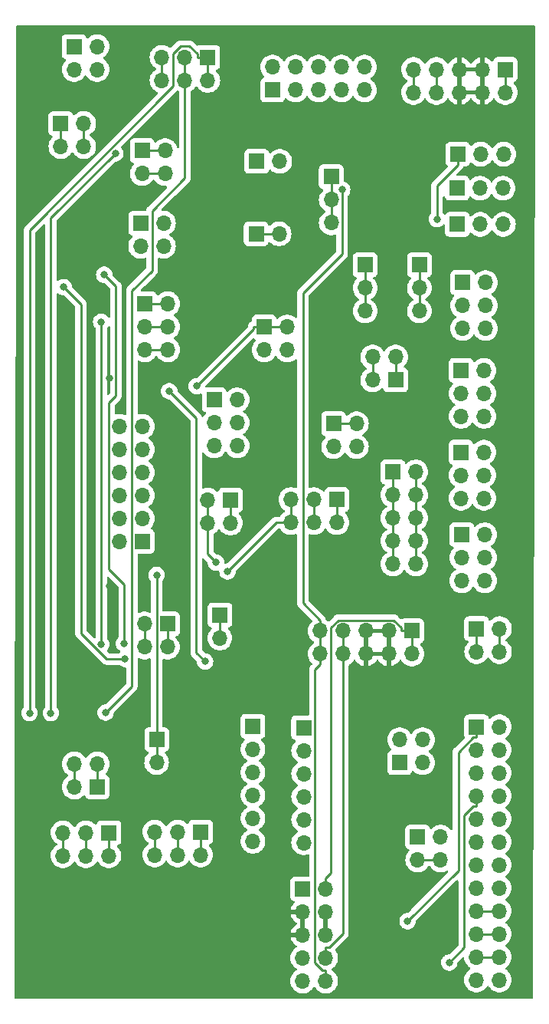
<source format=gbr>
%TF.GenerationSoftware,KiCad,Pcbnew,(7.0.0)*%
%TF.CreationDate,2023-03-28T06:18:24-07:00*%
%TF.ProjectId,wyw_r,7779775f-722e-46b6-9963-61645f706362,rev?*%
%TF.SameCoordinates,Original*%
%TF.FileFunction,Copper,L1,Top*%
%TF.FilePolarity,Positive*%
%FSLAX46Y46*%
G04 Gerber Fmt 4.6, Leading zero omitted, Abs format (unit mm)*
G04 Created by KiCad (PCBNEW (7.0.0)) date 2023-03-28 06:18:24*
%MOMM*%
%LPD*%
G01*
G04 APERTURE LIST*
%TA.AperFunction,ComponentPad*%
%ADD10R,1.700000X1.700000*%
%TD*%
%TA.AperFunction,ComponentPad*%
%ADD11O,1.700000X1.700000*%
%TD*%
%TA.AperFunction,ViaPad*%
%ADD12C,0.800000*%
%TD*%
%TA.AperFunction,Conductor*%
%ADD13C,0.250000*%
%TD*%
G04 APERTURE END LIST*
D10*
%TO.P,J49,1,Pin_1*%
%TO.N,Net-(J49-Pin_1)*%
X69499999Y-76999999D03*
D11*
%TO.P,J49,2,Pin_2*%
X72039999Y-76999999D03*
%TO.P,J49,3,Pin_3*%
%TO.N,Net-(J49-Pin_3)*%
X69499999Y-79539999D03*
%TO.P,J49,4,Pin_4*%
X72039999Y-79539999D03*
%TO.P,J49,5,Pin_5*%
%TO.N,Net-(J49-Pin_5)*%
X69499999Y-82079999D03*
%TO.P,J49,6,Pin_6*%
X72039999Y-82079999D03*
%TD*%
D10*
%TO.P,J_POT1,1,Pin_1*%
%TO.N,Net-(J8-Pin_1)*%
X41509999Y-33419999D03*
D11*
%TO.P,J_POT1,2,Pin_2*%
X41509999Y-35959999D03*
%TO.P,J_POT1,3,Pin_3*%
%TO.N,Net-(J8-Pin_2)*%
X38969999Y-33419999D03*
%TO.P,J_POT1,4,Pin_4*%
X38969999Y-35959999D03*
%TO.P,J_POT1,5,Pin_5*%
%TO.N,Net-(J8-Pin_3)*%
X36429999Y-33419999D03*
%TO.P,J_POT1,6,Pin_6*%
X36429999Y-35959999D03*
%TD*%
D10*
%TO.P,J_JACKS2,1,Pin_1*%
%TO.N,Net-(J8-Pin_38)*%
X62724999Y-111274999D03*
D11*
%TO.P,J_JACKS2,2,Pin_2*%
%TO.N,Net-(J8-Pin_37)*%
X62724999Y-108734999D03*
%TO.P,J_JACKS2,3,Pin_3*%
%TO.N,Net-(J8-Pin_40)*%
X65264999Y-111274999D03*
%TO.P,J_JACKS2,4,Pin_4*%
%TO.N,Net-(J8-Pin_39)*%
X65264999Y-108734999D03*
%TD*%
D10*
%TO.P,J21,1,Pin_1*%
%TO.N,Net-(J21-Pin_1)*%
X34074999Y-51724999D03*
D11*
%TO.P,J21,2,Pin_2*%
X36614999Y-51724999D03*
%TO.P,J21,3,Pin_3*%
%TO.N,Net-(J21-Pin_3)*%
X34074999Y-54264999D03*
%TO.P,J21,4,Pin_4*%
X36614999Y-54264999D03*
%TD*%
D10*
%TO.P,J14,1,Pin_1*%
%TO.N,Net-(J14-Pin_1)*%
X47739999Y-63174999D03*
D11*
%TO.P,J14,2,Pin_2*%
X50279999Y-63174999D03*
%TO.P,J14,3,Pin_3*%
%TO.N,Net-(J14-Pin_3)*%
X47739999Y-65714999D03*
%TO.P,J14,4,Pin_4*%
X50279999Y-65714999D03*
%TD*%
D10*
%TO.P,J28,1,Pin_1*%
%TO.N,Net-(J28-Pin_1)*%
X29284999Y-113949999D03*
D11*
%TO.P,J28,2,Pin_2*%
X26744999Y-113949999D03*
%TO.P,J28,3,Pin_3*%
X29284999Y-111409999D03*
%TO.P,J28,4,Pin_4*%
X26744999Y-111409999D03*
%TD*%
D10*
%TO.P,J12,1,Pin_1*%
%TO.N,Net-(J12-Pin_1)*%
X58899999Y-56324999D03*
D11*
%TO.P,J12,2,Pin_2*%
X58899999Y-58864999D03*
%TO.P,J12,3,Pin_3*%
X58899999Y-61404999D03*
%TD*%
D10*
%TO.P,J_DIODE_A2,1,Pin_1*%
%TO.N,Net-(D12-A)*%
X46499999Y-107249999D03*
D11*
%TO.P,J_DIODE_A2,2,Pin_2*%
%TO.N,Net-(D1-A)*%
X46499999Y-109789999D03*
%TO.P,J_DIODE_A2,3,Pin_3*%
%TO.N,Net-(D2-A)*%
X46499999Y-112329999D03*
%TO.P,J_DIODE_A2,4,Pin_4*%
%TO.N,Net-(D3-A)*%
X46499999Y-114869999D03*
%TO.P,J_DIODE_A2,5,Pin_5*%
%TO.N,Net-(D4-A)*%
X46499999Y-117409999D03*
%TO.P,J_DIODE_A2,6,Pin_6*%
%TO.N,Net-(D5-A)*%
X46499999Y-119949999D03*
%TD*%
D10*
%TO.P,J6,1,Pin_1*%
%TO.N,Net-(J6-Pin_1)*%
X42209999Y-71209999D03*
D11*
%TO.P,J6,2,Pin_2*%
X44749999Y-71209999D03*
%TO.P,J6,3,Pin_3*%
%TO.N,Net-(J6-Pin_3)*%
X42209999Y-73749999D03*
%TO.P,J6,4,Pin_4*%
X44749999Y-73749999D03*
%TO.P,J6,5,Pin_5*%
%TO.N,Net-(J6-Pin_5)*%
X42209999Y-76289999D03*
%TO.P,J6,6,Pin_6*%
X44749999Y-76289999D03*
%TD*%
D10*
%TO.P,J9,1,Pin_1*%
%TO.N,Net-(J9-Pin_1)*%
X69109999Y-51849999D03*
D11*
%TO.P,J9,2,Pin_2*%
X71649999Y-51849999D03*
%TO.P,J9,3,Pin_3*%
X74189999Y-51849999D03*
%TD*%
D10*
%TO.P,J33,1,Pin_1*%
%TO.N,Net-(J33-Pin_1)*%
X71209999Y-107309999D03*
D11*
%TO.P,J33,2,Pin_2*%
X73749999Y-107309999D03*
%TO.P,J33,3,Pin_3*%
%TO.N,Net-(J33-Pin_3)*%
X71209999Y-109849999D03*
%TO.P,J33,4,Pin_4*%
X73749999Y-109849999D03*
%TO.P,J33,5,Pin_5*%
%TO.N,Net-(J33-Pin_5)*%
X71209999Y-112389999D03*
%TO.P,J33,6,Pin_6*%
X73749999Y-112389999D03*
%TO.P,J33,7,Pin_7*%
%TO.N,Net-(J33-Pin_7)*%
X71209999Y-114929999D03*
%TO.P,J33,8,Pin_8*%
X73749999Y-114929999D03*
%TO.P,J33,9,Pin_9*%
%TO.N,Net-(J33-Pin_10)*%
X71209999Y-117469999D03*
%TO.P,J33,10,Pin_10*%
X73749999Y-117469999D03*
%TO.P,J33,11,Pin_11*%
%TO.N,Net-(J33-Pin_11)*%
X71209999Y-120009999D03*
%TO.P,J33,12,Pin_12*%
X73749999Y-120009999D03*
%TO.P,J33,13,Pin_13*%
%TO.N,Net-(J33-Pin_13)*%
X71209999Y-122549999D03*
%TO.P,J33,14,Pin_14*%
X73749999Y-122549999D03*
%TO.P,J33,15,Pin_15*%
%TO.N,Net-(J33-Pin_15)*%
X71209999Y-125089999D03*
%TO.P,J33,16,Pin_16*%
X73749999Y-125089999D03*
%TO.P,J33,17,Pin_17*%
%TO.N,Net-(J33-Pin_17)*%
X71209999Y-127629999D03*
%TO.P,J33,18,Pin_18*%
X73749999Y-127629999D03*
%TO.P,J33,19,Pin_19*%
%TO.N,Net-(J33-Pin_19)*%
X71209999Y-130169999D03*
%TO.P,J33,20,Pin_20*%
X73749999Y-130169999D03*
%TO.P,J33,21,Pin_21*%
%TO.N,Net-(J33-Pin_21)*%
X71209999Y-132709999D03*
%TO.P,J33,22,Pin_22*%
X73749999Y-132709999D03*
%TO.P,J33,23,Pin_23*%
%TO.N,Net-(J33-Pin_23)*%
X71209999Y-135249999D03*
%TO.P,J33,24,Pin_24*%
X73749999Y-135249999D03*
%TD*%
D10*
%TO.P,J11,1,Pin_1*%
%TO.N,Net-(J11-Pin_1)*%
X64899999Y-56324999D03*
D11*
%TO.P,J11,2,Pin_2*%
X64899999Y-58864999D03*
%TO.P,J11,3,Pin_3*%
X64899999Y-61404999D03*
%TD*%
D10*
%TO.P,J10,1,Pin_1*%
%TO.N,Net-(J10-Pin_1)*%
X34539999Y-60609999D03*
D11*
%TO.P,J10,2,Pin_2*%
X37079999Y-60609999D03*
%TO.P,J10,3,Pin_3*%
%TO.N,Net-(J10-Pin_3)*%
X34539999Y-63149999D03*
%TO.P,J10,4,Pin_4*%
X37079999Y-63149999D03*
%TO.P,J10,5,Pin_5*%
%TO.N,Net-(J10-Pin_5)*%
X34539999Y-65689999D03*
%TO.P,J10,6,Pin_6*%
X37079999Y-65689999D03*
%TD*%
D10*
%TO.P,J4,1,Pin_1*%
%TO.N,Net-(J4-Pin_1)*%
X69149999Y-44099999D03*
D11*
%TO.P,J4,2,Pin_2*%
X71689999Y-44099999D03*
%TO.P,J4,3,Pin_3*%
X74229999Y-44099999D03*
%TD*%
D10*
%TO.P,J_JACKS1,1,Pin_1*%
%TO.N,Net-(J8-Pin_34)*%
X26719999Y-32219999D03*
D11*
%TO.P,J_JACKS1,2,Pin_2*%
%TO.N,Net-(J8-Pin_33)*%
X29259999Y-32219999D03*
%TO.P,J_JACKS1,3,Pin_3*%
%TO.N,Net-(J8-Pin_36)*%
X26719999Y-34759999D03*
%TO.P,J_JACKS1,4,Pin_4*%
%TO.N,Net-(J8-Pin_35)*%
X29259999Y-34759999D03*
%TD*%
D10*
%TO.P,J13,1,Pin_1*%
%TO.N,Net-(J13-Pin_1)*%
X55409999Y-73859999D03*
D11*
%TO.P,J13,2,Pin_2*%
X57949999Y-73859999D03*
%TO.P,J13,3,Pin_3*%
%TO.N,Net-(J13-Pin_3)*%
X55409999Y-76399999D03*
%TO.P,J13,4,Pin_4*%
X57949999Y-76399999D03*
%TD*%
D10*
%TO.P,J_POT4,1,Pin_1*%
%TO.N,Net-(J8-Pin_10)*%
X55774999Y-82224999D03*
D11*
%TO.P,J_POT4,2,Pin_2*%
X55774999Y-84764999D03*
%TO.P,J_POT4,3,Pin_3*%
%TO.N,Net-(J8-Pin_11)*%
X53234999Y-82224999D03*
%TO.P,J_POT4,4,Pin_4*%
X53234999Y-84764999D03*
%TO.P,J_POT4,5,Pin_5*%
%TO.N,Net-(J8-Pin_12)*%
X50694999Y-82224999D03*
%TO.P,J_POT4,6,Pin_6*%
X50694999Y-84764999D03*
%TD*%
D10*
%TO.P,J47,1,Pin_1*%
%TO.N,-12V*%
X64074999Y-96724999D03*
D11*
%TO.P,J47,2,Pin_2*%
X64074999Y-99264999D03*
%TO.P,J47,3,Pin_3*%
%TO.N,GND*%
X61534999Y-96724999D03*
%TO.P,J47,4,Pin_4*%
X61534999Y-99264999D03*
%TO.P,J47,5,Pin_5*%
X58994999Y-96724999D03*
%TO.P,J47,6,Pin_6*%
X58994999Y-99264999D03*
%TO.P,J47,7,Pin_7*%
%TO.N,+12V*%
X56454999Y-96724999D03*
%TO.P,J47,8,Pin_8*%
X56454999Y-99264999D03*
%TO.P,J47,9,Pin_9*%
%TO.N,+5V*%
X53914999Y-96724999D03*
%TO.P,J47,10,Pin_10*%
X53914999Y-99264999D03*
%TD*%
D10*
%TO.P,J34,1,Pin_1*%
%TO.N,Net-(J34-Pin_1)*%
X25249999Y-40709999D03*
D11*
%TO.P,J34,2,Pin_2*%
X27789999Y-40709999D03*
%TO.P,J34,3,Pin_3*%
X25249999Y-43249999D03*
%TO.P,J34,4,Pin_4*%
X27789999Y-43249999D03*
%TD*%
D10*
%TO.P,J_POT2,1,Pin_1*%
%TO.N,Net-(J8-Pin_4)*%
X30579999Y-118999999D03*
D11*
%TO.P,J_POT2,2,Pin_2*%
X30579999Y-121539999D03*
%TO.P,J_POT2,3,Pin_3*%
%TO.N,Net-(J8-Pin_5)*%
X28039999Y-118999999D03*
%TO.P,J_POT2,4,Pin_4*%
X28039999Y-121539999D03*
%TO.P,J_POT2,5,Pin_5*%
%TO.N,Net-(J8-Pin_6)*%
X25499999Y-118999999D03*
%TO.P,J_POT2,6,Pin_6*%
X25499999Y-121539999D03*
%TD*%
D10*
%TO.P,J23,1,Pin_1*%
%TO.N,Net-(J23-Pin_1)*%
X46849999Y-52899999D03*
D11*
%TO.P,J23,2,Pin_2*%
X49389999Y-52899999D03*
%TD*%
D10*
%TO.P,J15,1,Pin_1*%
%TO.N,Net-(J15-Pin_1)*%
X55149999Y-46599999D03*
D11*
%TO.P,J15,2,Pin_2*%
X55149999Y-49139999D03*
%TO.P,J15,3,Pin_3*%
X55149999Y-51679999D03*
%TD*%
D10*
%TO.P,J20,1,Pin_1*%
%TO.N,Net-(J20-Pin_1)*%
X34249999Y-43709999D03*
D11*
%TO.P,J20,2,Pin_2*%
X36789999Y-43709999D03*
%TO.P,J20,3,Pin_3*%
%TO.N,Net-(J20-Pin_3)*%
X34249999Y-46249999D03*
%TO.P,J20,4,Pin_4*%
X36789999Y-46249999D03*
%TD*%
D10*
%TO.P,J17,1,Pin_1*%
%TO.N,Net-(J17-Pin_1)*%
X64709999Y-119474999D03*
D11*
%TO.P,J17,2,Pin_2*%
X67249999Y-119474999D03*
%TO.P,J17,3,Pin_3*%
%TO.N,Net-(J17-Pin_3)*%
X64709999Y-122014999D03*
%TO.P,J17,4,Pin_4*%
X67249999Y-122014999D03*
%TD*%
D10*
%TO.P,J_POT3,1,Pin_1*%
%TO.N,Net-(J8-Pin_7)*%
X40724999Y-118914999D03*
D11*
%TO.P,J_POT3,2,Pin_2*%
X40724999Y-121454999D03*
%TO.P,J_POT3,3,Pin_3*%
%TO.N,Net-(J8-Pin_8)*%
X38184999Y-118914999D03*
%TO.P,J_POT3,4,Pin_4*%
X38184999Y-121454999D03*
%TO.P,J_POT3,5,Pin_5*%
%TO.N,Net-(J8-Pin_9)*%
X35644999Y-118914999D03*
%TO.P,J_POT3,6,Pin_6*%
X35644999Y-121454999D03*
%TD*%
D10*
%TO.P,J19,1,Pin_1*%
%TO.N,-12V*%
X51999999Y-125209999D03*
D11*
%TO.P,J19,2,Pin_2*%
X54539999Y-125209999D03*
%TO.P,J19,3,Pin_3*%
%TO.N,GND*%
X51999999Y-127749999D03*
%TO.P,J19,4,Pin_4*%
X54539999Y-127749999D03*
%TO.P,J19,5,Pin_5*%
X51999999Y-130289999D03*
%TO.P,J19,6,Pin_6*%
X54539999Y-130289999D03*
%TO.P,J19,7,Pin_7*%
%TO.N,+12V*%
X51999999Y-132829999D03*
%TO.P,J19,8,Pin_8*%
X54539999Y-132829999D03*
%TO.P,J19,9,Pin_9*%
%TO.N,+5V*%
X51999999Y-135369999D03*
%TO.P,J19,10,Pin_10*%
X54539999Y-135369999D03*
%TD*%
D10*
%TO.P,J_LEDS1,1,Pin_1*%
%TO.N,Net-(J8-Pin_18)*%
X34274999Y-86849999D03*
D11*
%TO.P,J_LEDS1,2,Pin_2*%
%TO.N,Net-(J8-Pin_17)*%
X31734999Y-86849999D03*
%TO.P,J_LEDS1,3,Pin_3*%
%TO.N,Net-(J8-Pin_20)*%
X34274999Y-84309999D03*
%TO.P,J_LEDS1,4,Pin_4*%
%TO.N,Net-(J8-Pin_19)*%
X31734999Y-84309999D03*
%TO.P,J_LEDS1,5,Pin_5*%
%TO.N,Net-(J8-Pin_22)*%
X34274999Y-81769999D03*
%TO.P,J_LEDS1,6,Pin_6*%
%TO.N,Net-(J8-Pin_21)*%
X31734999Y-81769999D03*
%TO.P,J_LEDS1,7,Pin_7*%
%TO.N,Net-(J8-Pin_24)*%
X34274999Y-79229999D03*
%TO.P,J_LEDS1,8,Pin_8*%
%TO.N,Net-(J8-Pin_23)*%
X31734999Y-79229999D03*
%TO.P,J_LEDS1,9,Pin_9*%
%TO.N,Net-(J8-Pin_26)*%
X34274999Y-76689999D03*
%TO.P,J_LEDS1,10,Pin_10*%
%TO.N,Net-(J8-Pin_25)*%
X31734999Y-76689999D03*
%TO.P,J_LEDS1,11,Pin_11*%
%TO.N,Net-(J8-Pin_28)*%
X34274999Y-74149999D03*
%TO.P,J_LEDS1,12,Pin_12*%
%TO.N,Net-(J8-Pin_27)*%
X31734999Y-74149999D03*
%TD*%
D10*
%TO.P,J30,1,Pin_1*%
%TO.N,Net-(J30-Pin_1)*%
X61974999Y-79174999D03*
D11*
%TO.P,J30,2,Pin_2*%
%TO.N,Net-(J30-Pin_10)*%
X64514999Y-79174999D03*
%TO.P,J30,3,Pin_3*%
%TO.N,Net-(J30-Pin_1)*%
X61974999Y-81714999D03*
%TO.P,J30,4,Pin_4*%
%TO.N,Net-(J30-Pin_10)*%
X64514999Y-81714999D03*
%TO.P,J30,5,Pin_5*%
%TO.N,Net-(J30-Pin_1)*%
X61974999Y-84254999D03*
%TO.P,J30,6,Pin_6*%
%TO.N,Net-(J30-Pin_10)*%
X64514999Y-84254999D03*
%TO.P,J30,7,Pin_7*%
%TO.N,Net-(J30-Pin_1)*%
X61974999Y-86794999D03*
%TO.P,J30,8,Pin_8*%
%TO.N,Net-(J30-Pin_10)*%
X64514999Y-86794999D03*
%TO.P,J30,9,Pin_9*%
%TO.N,Net-(J30-Pin_1)*%
X61974999Y-89334999D03*
%TO.P,J30,10,Pin_10*%
%TO.N,Net-(J30-Pin_10)*%
X64514999Y-89334999D03*
%TD*%
D10*
%TO.P,J38,1,Pin_1*%
%TO.N,Net-(J38-Pin_1)*%
X62274999Y-69024999D03*
D11*
%TO.P,J38,2,Pin_2*%
X59734999Y-69024999D03*
%TO.P,J38,3,Pin_3*%
X62274999Y-66484999D03*
%TO.P,J38,4,Pin_4*%
X59734999Y-66484999D03*
%TD*%
D10*
%TO.P,J39,1,Pin_1*%
%TO.N,Net-(J39-Pin_1)*%
X71224999Y-96474999D03*
D11*
%TO.P,J39,2,Pin_2*%
X73764999Y-96474999D03*
%TO.P,J39,3,Pin_3*%
X71224999Y-99014999D03*
%TO.P,J39,4,Pin_4*%
X73764999Y-99014999D03*
%TD*%
D10*
%TO.P,J27,1,Pin_1*%
%TO.N,Net-(J27-Pin_1)*%
X35849999Y-108699999D03*
D11*
%TO.P,J27,2,Pin_2*%
X35849999Y-111239999D03*
%TD*%
D10*
%TO.P,J29,1,Pin_1*%
%TO.N,Net-(J29-Pin_1)*%
X48674999Y-37024999D03*
D11*
%TO.P,J29,2,Pin_2*%
%TO.N,Net-(J29-Pin_10)*%
X48674999Y-34484999D03*
%TO.P,J29,3,Pin_3*%
%TO.N,Net-(J29-Pin_1)*%
X51214999Y-37024999D03*
%TO.P,J29,4,Pin_4*%
%TO.N,Net-(J29-Pin_10)*%
X51214999Y-34484999D03*
%TO.P,J29,5,Pin_5*%
%TO.N,Net-(J29-Pin_1)*%
X53754999Y-37024999D03*
%TO.P,J29,6,Pin_6*%
%TO.N,Net-(J29-Pin_10)*%
X53754999Y-34484999D03*
%TO.P,J29,7,Pin_7*%
%TO.N,Net-(J29-Pin_1)*%
X56294999Y-37024999D03*
%TO.P,J29,8,Pin_8*%
%TO.N,Net-(J29-Pin_10)*%
X56294999Y-34484999D03*
%TO.P,J29,9,Pin_9*%
%TO.N,Net-(J29-Pin_1)*%
X58834999Y-37024999D03*
%TO.P,J29,10,Pin_10*%
%TO.N,Net-(J29-Pin_10)*%
X58834999Y-34484999D03*
%TD*%
D10*
%TO.P,J3,1,Pin_1*%
%TO.N,Net-(J3-Pin_1)*%
X69519999Y-67969999D03*
D11*
%TO.P,J3,2,Pin_2*%
X72059999Y-67969999D03*
%TO.P,J3,3,Pin_3*%
%TO.N,Net-(J3-Pin_3)*%
X69519999Y-70509999D03*
%TO.P,J3,4,Pin_4*%
X72059999Y-70509999D03*
%TO.P,J3,5,Pin_5*%
%TO.N,Net-(J3-Pin_5)*%
X69519999Y-73049999D03*
%TO.P,J3,6,Pin_6*%
X72059999Y-73049999D03*
%TD*%
D10*
%TO.P,J24,1,Pin_1*%
%TO.N,Net-(J24-Pin_1)*%
X44024999Y-82274999D03*
D11*
%TO.P,J24,2,Pin_2*%
X44024999Y-84814999D03*
%TO.P,J24,3,Pin_3*%
%TO.N,Net-(J24-Pin_3)*%
X41484999Y-82274999D03*
%TO.P,J24,4,Pin_4*%
X41484999Y-84814999D03*
%TD*%
D10*
%TO.P,J25,1,Pin_1*%
%TO.N,Net-(J25-Pin_1)*%
X42849999Y-94974999D03*
D11*
%TO.P,J25,2,Pin_2*%
X42849999Y-97514999D03*
%TD*%
D10*
%TO.P,J_DIODE_C1,1,Pin_1*%
%TO.N,Net-(D12-K)*%
X52099999Y-107399999D03*
D11*
%TO.P,J_DIODE_C1,2,Pin_2*%
%TO.N,Net-(D1-K)*%
X52099999Y-109939999D03*
%TO.P,J_DIODE_C1,3,Pin_3*%
%TO.N,Net-(D2-K)*%
X52099999Y-112479999D03*
%TO.P,J_DIODE_C1,4,Pin_4*%
%TO.N,Net-(D3-K)*%
X52099999Y-115019999D03*
%TO.P,J_DIODE_C1,5,Pin_5*%
%TO.N,Net-(D4-K)*%
X52099999Y-117559999D03*
%TO.P,J_DIODE_C1,6,Pin_6*%
%TO.N,Net-(D5-K)*%
X52099999Y-120099999D03*
%TD*%
D10*
%TO.P,J2,1,Pin_1*%
%TO.N,Net-(J2-Pin_1)*%
X69597499Y-86109999D03*
D11*
%TO.P,J2,2,Pin_2*%
X72137499Y-86109999D03*
%TO.P,J2,3,Pin_3*%
%TO.N,Net-(J2-Pin_3)*%
X69597499Y-88649999D03*
%TO.P,J2,4,Pin_4*%
X72137499Y-88649999D03*
%TO.P,J2,5,Pin_5*%
%TO.N,Net-(J2-Pin_5)*%
X69597499Y-91189999D03*
%TO.P,J2,6,Pin_6*%
X72137499Y-91189999D03*
%TD*%
D10*
%TO.P,J22,1,Pin_1*%
%TO.N,Net-(J22-Pin_1)*%
X46920899Y-44899999D03*
D11*
%TO.P,J22,2,Pin_2*%
X49460899Y-44899999D03*
%TD*%
D10*
%TO.P,J7,1,Pin_1*%
%TO.N,Net-(J7-Pin_1)*%
X69674999Y-58274999D03*
D11*
%TO.P,J7,2,Pin_2*%
X72214999Y-58274999D03*
%TO.P,J7,3,Pin_3*%
%TO.N,Net-(J7-Pin_3)*%
X69674999Y-60814999D03*
%TO.P,J7,4,Pin_4*%
X72214999Y-60814999D03*
%TO.P,J7,5,Pin_5*%
%TO.N,Net-(J7-Pin_5)*%
X69674999Y-63354999D03*
%TO.P,J7,6,Pin_6*%
X72214999Y-63354999D03*
%TD*%
D10*
%TO.P,J26,1,Pin_1*%
%TO.N,Net-(J26-Pin_1)*%
X37049999Y-95959999D03*
D11*
%TO.P,J26,2,Pin_2*%
X37049999Y-98499999D03*
%TO.P,J26,3,Pin_3*%
%TO.N,Net-(J26-Pin_3)*%
X34509999Y-95959999D03*
%TO.P,J26,4,Pin_4*%
X34509999Y-98499999D03*
%TD*%
D10*
%TO.P,J5,1,Pin_1*%
%TO.N,Net-(J5-Pin_1)*%
X69069999Y-47849999D03*
D11*
%TO.P,J5,2,Pin_2*%
X71609999Y-47849999D03*
%TO.P,J5,3,Pin_3*%
X74149999Y-47849999D03*
%TD*%
D10*
%TO.P,J16,1,Pin_1*%
%TO.N,-12V*%
X74409999Y-34749999D03*
D11*
%TO.P,J16,2,Pin_2*%
X74409999Y-37289999D03*
%TO.P,J16,3,Pin_3*%
%TO.N,GND*%
X71869999Y-34749999D03*
%TO.P,J16,4,Pin_4*%
X71869999Y-37289999D03*
%TO.P,J16,5,Pin_5*%
X69329999Y-34749999D03*
%TO.P,J16,6,Pin_6*%
X69329999Y-37289999D03*
%TO.P,J16,7,Pin_7*%
%TO.N,+12V*%
X66789999Y-34749999D03*
%TO.P,J16,8,Pin_8*%
X66789999Y-37289999D03*
%TO.P,J16,9,Pin_9*%
%TO.N,+5V*%
X64249999Y-34749999D03*
%TO.P,J16,10,Pin_10*%
X64249999Y-37289999D03*
%TD*%
D12*
%TO.N,GND*%
X53750000Y-79750000D03*
X22750000Y-113500000D03*
X25480000Y-70713200D03*
X49000000Y-102500000D03*
X33000000Y-118000000D03*
X57246800Y-46620000D03*
X41230000Y-135615000D03*
X22250000Y-47500000D03*
X25480000Y-89340000D03*
X42250000Y-130000000D03*
X45500000Y-48750000D03*
X24000000Y-130000000D03*
X48000000Y-80000000D03*
X28500000Y-50000000D03*
X47250000Y-96750000D03*
X30651600Y-91795200D03*
X50500000Y-95250000D03*
X54000000Y-69500000D03*
X41230000Y-127948000D03*
X65480000Y-135651000D03*
X25500000Y-46500000D03*
X50500000Y-40750000D03*
X37500000Y-130250000D03*
X46250000Y-57000000D03*
X30603900Y-68830500D03*
X36000000Y-116250000D03*
X39000000Y-114250000D03*
%TO.N,+5V*%
X56364500Y-48037400D03*
%TO.N,Net-(J4-Pin_1)*%
X66853400Y-51276900D03*
%TO.N,Net-(J27-Pin_1)*%
X35850000Y-90559400D03*
%TO.N,Net-(J8-Pin_1)*%
X21800000Y-105790000D03*
%TO.N,Net-(J8-Pin_2)*%
X30207100Y-105729000D03*
%TO.N,Net-(J8-Pin_3)*%
X24148900Y-105790000D03*
X31288400Y-44024700D03*
%TO.N,Net-(J14-Pin_1)*%
X40288800Y-69705900D03*
%TO.N,Net-(J8-Pin_12)*%
X43688200Y-90167900D03*
%TO.N,Net-(J8-Pin_37)*%
X37242200Y-70257200D03*
X41199900Y-100090000D03*
%TO.N,Net-(J8-Pin_39)*%
X25578300Y-58776900D03*
X32368500Y-99823000D03*
%TO.N,Net-(J24-Pin_3)*%
X42412300Y-89185000D03*
%TO.N,Net-(J8-Pin_38)*%
X29718400Y-62610000D03*
X29718400Y-98202600D03*
%TO.N,Net-(J8-Pin_40)*%
X30055500Y-57411600D03*
X32246500Y-98129300D03*
%TO.N,Net-(J33-Pin_1)*%
X63596500Y-128757000D03*
%TO.N,Net-(J33-Pin_7)*%
X68205300Y-133327000D03*
%TD*%
D13*
%TO.N,-12V*%
X62899900Y-96357800D02*
X62899900Y-96725000D01*
X62899900Y-96725000D02*
X64075000Y-96725000D01*
X55922800Y-95543600D02*
X62085700Y-95543600D01*
X74410000Y-37290000D02*
X74410000Y-34750000D01*
X54540000Y-124035000D02*
X55100800Y-123474000D01*
X64075000Y-99265000D02*
X64075000Y-96725000D01*
X55100800Y-123474000D02*
X55100800Y-96365600D01*
X55100800Y-96365600D02*
X55922800Y-95543600D01*
X54540000Y-125210000D02*
X54540000Y-124035000D01*
X62085700Y-95543600D02*
X62899900Y-96357800D01*
%TO.N,+12V*%
X54907200Y-131655000D02*
X56455000Y-130107000D01*
X56455000Y-99265000D02*
X56455000Y-96725000D01*
X54540000Y-131655000D02*
X54907200Y-131655000D01*
X54540000Y-132830000D02*
X54540000Y-131655000D01*
X66790000Y-37290000D02*
X66790000Y-34750000D01*
X56455000Y-130107000D02*
X56455000Y-99265000D01*
%TO.N,+5V*%
X53915000Y-99265000D02*
X53915000Y-96725000D01*
X56364500Y-55110500D02*
X56364500Y-48037400D01*
X54540000Y-134195000D02*
X54172800Y-134195000D01*
X64250000Y-37290000D02*
X64250000Y-34750000D01*
X53915000Y-100440000D02*
X53915000Y-99265000D01*
X54540000Y-135370000D02*
X54540000Y-134195000D01*
X52017100Y-93652000D02*
X52017100Y-59457900D01*
X53915000Y-95549900D02*
X52017100Y-93652000D01*
X54172800Y-134195000D02*
X53355200Y-133377000D01*
X53915000Y-96725000D02*
X53915000Y-95549900D01*
X53355200Y-101000000D02*
X53915000Y-100440000D01*
X52017100Y-59457900D02*
X56364500Y-55110500D01*
X53355200Y-133377000D02*
X53355200Y-101000000D01*
%TO.N,Net-(J4-Pin_1)*%
X69150000Y-44100000D02*
X69150000Y-45275100D01*
X66853400Y-47571700D02*
X66853400Y-51276900D01*
X69150000Y-45275100D02*
X66853400Y-47571700D01*
%TO.N,Net-(J11-Pin_1)*%
X64900000Y-61405000D02*
X64900000Y-58865000D01*
X64900000Y-58865000D02*
X64900000Y-56325000D01*
%TO.N,Net-(J12-Pin_1)*%
X58900000Y-61405000D02*
X58900000Y-58865000D01*
X58900000Y-58865000D02*
X58900000Y-56325000D01*
%TO.N,Net-(J15-Pin_1)*%
X55150000Y-51680000D02*
X55150000Y-49140000D01*
X55150000Y-49140000D02*
X55150000Y-46600000D01*
%TO.N,Net-(J24-Pin_1)*%
X44025000Y-84815000D02*
X44025000Y-82275000D01*
%TO.N,Net-(J25-Pin_1)*%
X42850000Y-97515000D02*
X42850000Y-94975000D01*
%TO.N,Net-(J26-Pin_1)*%
X37050000Y-98500000D02*
X37050000Y-95960000D01*
%TO.N,Net-(J27-Pin_1)*%
X35850000Y-90559400D02*
X35850000Y-108700000D01*
X35850000Y-111240000D02*
X35850000Y-108700000D01*
%TO.N,Net-(J30-Pin_1)*%
X61975000Y-84255000D02*
X61975000Y-81715000D01*
X61975000Y-81715000D02*
X61975000Y-79175000D01*
X61975000Y-86795000D02*
X61975000Y-84255000D01*
X61975000Y-89335000D02*
X61975000Y-86795000D01*
%TO.N,Net-(J34-Pin_1)*%
X27790000Y-43250000D02*
X27790000Y-40710000D01*
X25250000Y-43250000D02*
X25250000Y-40710000D01*
%TO.N,Net-(J8-Pin_1)*%
X41510000Y-35960000D02*
X41510000Y-33420000D01*
X40334900Y-33052800D02*
X39483600Y-32201500D01*
X37700000Y-32971900D02*
X37700000Y-36587700D01*
X41510000Y-33420000D02*
X40334900Y-33420000D01*
X21800000Y-52487700D02*
X21800000Y-105790000D01*
X40334900Y-33420000D02*
X40334900Y-33052800D01*
X38470400Y-32201500D02*
X37700000Y-32971900D01*
X37700000Y-36587700D02*
X21800000Y-52487700D01*
X39483600Y-32201500D02*
X38470400Y-32201500D01*
%TO.N,Net-(J10-Pin_1)*%
X37080000Y-60610000D02*
X34540000Y-60610000D01*
%TO.N,Net-(J13-Pin_1)*%
X57950000Y-73860000D02*
X55410000Y-73860000D01*
%TO.N,Net-(J8-Pin_2)*%
X33099800Y-102836000D02*
X33099800Y-59183200D01*
X38970000Y-46724000D02*
X38970000Y-35960000D01*
X30207100Y-105729000D02*
X33099800Y-102836000D01*
X33099800Y-59183200D02*
X35345000Y-56938000D01*
X35345000Y-50349000D02*
X38970000Y-46724000D01*
X35345000Y-56938000D02*
X35345000Y-50349000D01*
X38970000Y-33420000D02*
X38970000Y-35960000D01*
%TO.N,Net-(J8-Pin_3)*%
X24148900Y-105790000D02*
X24148900Y-51164200D01*
X24148900Y-51164200D02*
X31288400Y-44024700D01*
X36430000Y-35960000D02*
X36430000Y-33420000D01*
%TO.N,Net-(J14-Pin_1)*%
X40288800Y-69705900D02*
X46564900Y-63429800D01*
X46564900Y-63175000D02*
X47740000Y-63175000D01*
X47740000Y-63175000D02*
X50280000Y-63175000D01*
X46564900Y-63429800D02*
X46564900Y-63175000D01*
%TO.N,Net-(J8-Pin_4)*%
X30580000Y-121540000D02*
X30580000Y-119000000D01*
%TO.N,Net-(J17-Pin_3)*%
X67250000Y-122015000D02*
X64710000Y-122015000D01*
%TO.N,Net-(J8-Pin_5)*%
X28040000Y-121540000D02*
X28040000Y-119000000D01*
%TO.N,Net-(J8-Pin_6)*%
X25500000Y-121540000D02*
X25500000Y-119000000D01*
%TO.N,Net-(J20-Pin_1)*%
X36790000Y-43710000D02*
X34250000Y-43710000D01*
%TO.N,Net-(J8-Pin_7)*%
X40725000Y-121455000D02*
X40725000Y-118915000D01*
%TO.N,Net-(J8-Pin_9)*%
X35645000Y-121455000D02*
X35645000Y-118915000D01*
%TO.N,Net-(J8-Pin_10)*%
X55775000Y-84765000D02*
X55775000Y-82225000D01*
%TO.N,Net-(J8-Pin_11)*%
X53235000Y-84765000D02*
X53235000Y-82225000D01*
%TO.N,Net-(J8-Pin_12)*%
X50695000Y-84765000D02*
X49091100Y-84765000D01*
X50695000Y-84765000D02*
X50695000Y-82225000D01*
X49091100Y-84765000D02*
X43688200Y-90167900D01*
%TO.N,Net-(J23-Pin_1)*%
X49390000Y-52900000D02*
X46850000Y-52900000D01*
%TO.N,Net-(J28-Pin_1)*%
X26745000Y-111410000D02*
X26745000Y-113950000D01*
X29285000Y-111410000D02*
X29285000Y-113950000D01*
%TO.N,Net-(J38-Pin_1)*%
X59735000Y-66485000D02*
X59735000Y-69025000D01*
X62275000Y-66485000D02*
X62275000Y-69025000D01*
%TO.N,Net-(J39-Pin_1)*%
X73765000Y-99015000D02*
X73765000Y-96475000D01*
X71225000Y-99015000D02*
X71225000Y-96475000D01*
%TO.N,Net-(J8-Pin_37)*%
X37242200Y-70257200D02*
X40228300Y-73243300D01*
X40228300Y-73243300D02*
X40228300Y-99118200D01*
X40228300Y-99118200D02*
X41199900Y-100090000D01*
%TO.N,Net-(J8-Pin_39)*%
X27482900Y-96995400D02*
X30310500Y-99823000D01*
X25578300Y-58776900D02*
X27482900Y-60681500D01*
X30310500Y-99823000D02*
X32368500Y-99823000D01*
X27482900Y-60681500D02*
X27482900Y-96995400D01*
%TO.N,Net-(J10-Pin_3)*%
X37080000Y-63150000D02*
X34540000Y-63150000D01*
%TO.N,Net-(J10-Pin_5)*%
X37080000Y-65690000D02*
X34540000Y-65690000D01*
%TO.N,Net-(J20-Pin_3)*%
X36790000Y-46250000D02*
X34250000Y-46250000D01*
%TO.N,Net-(J24-Pin_3)*%
X41485000Y-88257700D02*
X41485000Y-84815000D01*
X42412300Y-89185000D02*
X41485000Y-88257700D01*
X41485000Y-84815000D02*
X41485000Y-82275000D01*
%TO.N,Net-(J26-Pin_3)*%
X34510000Y-98500000D02*
X34510000Y-95960000D01*
%TO.N,Net-(J30-Pin_10)*%
X64515000Y-86795000D02*
X64515000Y-84255000D01*
X64515000Y-81715000D02*
X64515000Y-79175000D01*
X64515000Y-89335000D02*
X64515000Y-86795000D01*
X64515000Y-84255000D02*
X64515000Y-81715000D01*
%TO.N,Net-(J8-Pin_8)*%
X38185000Y-121455000D02*
X38185000Y-118915000D01*
%TO.N,Net-(J8-Pin_38)*%
X29718400Y-98202600D02*
X29718400Y-62610000D01*
%TO.N,Net-(J8-Pin_40)*%
X31340100Y-58696200D02*
X31340100Y-70763200D01*
X30558300Y-71545000D02*
X30558300Y-89875500D01*
X30055500Y-57411600D02*
X31340100Y-58696200D01*
X30558300Y-89875500D02*
X32246500Y-91563700D01*
X32246500Y-91563700D02*
X32246500Y-98129300D01*
X31340100Y-70763200D02*
X30558300Y-71545000D01*
%TO.N,Net-(J33-Pin_1)*%
X70842800Y-108485000D02*
X69207600Y-110120000D01*
X71210000Y-107310000D02*
X71210000Y-108485000D01*
X69207600Y-123146000D02*
X63596500Y-128757000D01*
X69207600Y-110120000D02*
X69207600Y-123146000D01*
X71210000Y-108485000D02*
X70842800Y-108485000D01*
%TO.N,Net-(J33-Pin_7)*%
X70844700Y-116105000D02*
X69845200Y-117105000D01*
X71210000Y-114930000D02*
X71210000Y-116105000D01*
X69845200Y-117105000D02*
X69845200Y-131687000D01*
X69845200Y-131687000D02*
X68205300Y-133327000D01*
X71210000Y-116105000D02*
X70844700Y-116105000D01*
%TO.N,Net-(J33-Pin_17)*%
X73750000Y-127630000D02*
X71210000Y-127630000D01*
%TO.N,Net-(J33-Pin_19)*%
X73750000Y-130170000D02*
X71210000Y-130170000D01*
%TO.N,Net-(J33-Pin_21)*%
X73750000Y-132710000D02*
X71210000Y-132710000D01*
%TD*%
%TA.AperFunction,Conductor*%
%TO.N,GND*%
G36*
X54728000Y-127516613D02*
G01*
X54773387Y-127562000D01*
X54790000Y-127624000D01*
X54790000Y-130416000D01*
X54773387Y-130478000D01*
X54728000Y-130523387D01*
X54666000Y-130540000D01*
X54112700Y-130540000D01*
X54050700Y-130523387D01*
X54005313Y-130478000D01*
X53988700Y-130416000D01*
X53988700Y-130164000D01*
X54005313Y-130102000D01*
X54050700Y-130056613D01*
X54112700Y-130040000D01*
X54273674Y-130040000D01*
X54286549Y-130036549D01*
X54290000Y-130023674D01*
X54290000Y-128016326D01*
X54286549Y-128003450D01*
X54273674Y-128000000D01*
X54112700Y-128000000D01*
X54050700Y-127983387D01*
X54005313Y-127938000D01*
X53988700Y-127876000D01*
X53988700Y-127624000D01*
X54005313Y-127562000D01*
X54050700Y-127516613D01*
X54112700Y-127500000D01*
X54666000Y-127500000D01*
X54728000Y-127516613D01*
G37*
%TD.AperFunction*%
%TA.AperFunction,Conductor*%
G36*
X46598801Y-64442207D02*
G01*
X46636691Y-64470571D01*
X46636694Y-64470573D01*
X46643796Y-64475889D01*
X46761595Y-64519826D01*
X46811130Y-64553841D01*
X46838857Y-64607152D01*
X46838264Y-64667238D01*
X46809490Y-64719991D01*
X46667753Y-64873956D01*
X46667747Y-64873963D01*
X46664278Y-64877732D01*
X46661481Y-64882012D01*
X46661474Y-64882022D01*
X46547483Y-65056500D01*
X46541140Y-65066209D01*
X46539085Y-65070892D01*
X46539080Y-65070903D01*
X46465305Y-65239096D01*
X46450704Y-65272384D01*
X46449446Y-65277349D01*
X46449445Y-65277354D01*
X46396695Y-65485657D01*
X46396693Y-65485666D01*
X46395436Y-65490632D01*
X46395012Y-65495741D01*
X46395011Y-65495751D01*
X46382062Y-65652027D01*
X46376844Y-65715000D01*
X46377268Y-65720117D01*
X46395011Y-65934248D01*
X46395012Y-65934256D01*
X46395436Y-65939368D01*
X46396693Y-65944335D01*
X46396695Y-65944342D01*
X46443114Y-66127645D01*
X46450704Y-66157616D01*
X46452764Y-66162312D01*
X46539080Y-66359096D01*
X46539083Y-66359101D01*
X46541140Y-66363791D01*
X46557476Y-66388795D01*
X46661474Y-66547977D01*
X46661477Y-66547981D01*
X46664278Y-66552268D01*
X46667752Y-66556041D01*
X46667753Y-66556043D01*
X46813288Y-66714135D01*
X46813291Y-66714138D01*
X46816760Y-66717906D01*
X46859826Y-66751426D01*
X46990376Y-66853039D01*
X46990381Y-66853042D01*
X46994424Y-66856189D01*
X46998931Y-66858628D01*
X46998934Y-66858630D01*
X47117224Y-66922645D01*
X47192426Y-66963342D01*
X47405365Y-67036444D01*
X47627431Y-67073500D01*
X47847436Y-67073500D01*
X47852569Y-67073500D01*
X48074635Y-67036444D01*
X48287574Y-66963342D01*
X48485576Y-66856189D01*
X48663240Y-66717906D01*
X48815722Y-66552268D01*
X48906192Y-66413793D01*
X48950981Y-66372562D01*
X49009998Y-66357616D01*
X49069016Y-66372561D01*
X49113807Y-66413794D01*
X49201468Y-66547969D01*
X49201476Y-66547979D01*
X49204278Y-66552268D01*
X49207752Y-66556041D01*
X49207753Y-66556043D01*
X49353288Y-66714135D01*
X49353291Y-66714138D01*
X49356760Y-66717906D01*
X49399826Y-66751426D01*
X49530376Y-66853039D01*
X49530381Y-66853042D01*
X49534424Y-66856189D01*
X49538931Y-66858628D01*
X49538934Y-66858630D01*
X49657224Y-66922645D01*
X49732426Y-66963342D01*
X49945365Y-67036444D01*
X50167431Y-67073500D01*
X50387436Y-67073500D01*
X50392569Y-67073500D01*
X50614635Y-67036444D01*
X50827574Y-66963342D01*
X51025576Y-66856189D01*
X51183438Y-66733318D01*
X51246808Y-66707834D01*
X51314060Y-66719771D01*
X51364788Y-66765510D01*
X51383600Y-66831172D01*
X51383600Y-80851400D01*
X51369851Y-80908151D01*
X51331653Y-80952317D01*
X51277478Y-80974104D01*
X51219338Y-80968681D01*
X51029635Y-80903556D01*
X51024585Y-80902713D01*
X51024576Y-80902711D01*
X50812631Y-80867344D01*
X50812622Y-80867343D01*
X50807569Y-80866500D01*
X50582431Y-80866500D01*
X50577378Y-80867343D01*
X50577368Y-80867344D01*
X50365423Y-80902711D01*
X50365411Y-80902713D01*
X50360365Y-80903556D01*
X50355515Y-80905220D01*
X50355511Y-80905222D01*
X50152273Y-80974993D01*
X50152262Y-80974997D01*
X50147426Y-80976658D01*
X50142929Y-80979091D01*
X50142919Y-80979096D01*
X49953934Y-81081369D01*
X49953922Y-81081376D01*
X49949424Y-81083811D01*
X49945389Y-81086951D01*
X49945376Y-81086960D01*
X49775801Y-81218948D01*
X49775795Y-81218952D01*
X49771760Y-81222094D01*
X49768297Y-81225855D01*
X49768288Y-81225864D01*
X49622753Y-81383956D01*
X49622747Y-81383963D01*
X49619278Y-81387732D01*
X49616481Y-81392012D01*
X49616474Y-81392022D01*
X49498942Y-81571920D01*
X49496140Y-81576209D01*
X49494085Y-81580892D01*
X49494080Y-81580903D01*
X49407764Y-81777687D01*
X49405704Y-81782384D01*
X49404446Y-81787349D01*
X49404445Y-81787354D01*
X49351695Y-81995657D01*
X49351693Y-81995666D01*
X49350436Y-82000632D01*
X49350012Y-82005741D01*
X49350011Y-82005751D01*
X49333282Y-82207645D01*
X49331844Y-82225000D01*
X49332268Y-82230117D01*
X49350011Y-82444248D01*
X49350012Y-82444256D01*
X49350436Y-82449368D01*
X49351693Y-82454335D01*
X49351695Y-82454342D01*
X49404445Y-82662645D01*
X49405704Y-82667616D01*
X49407764Y-82672312D01*
X49494080Y-82869096D01*
X49494083Y-82869101D01*
X49496140Y-82873791D01*
X49524266Y-82916841D01*
X49616474Y-83057977D01*
X49616477Y-83057981D01*
X49619278Y-83062268D01*
X49622752Y-83066041D01*
X49622753Y-83066043D01*
X49768288Y-83224135D01*
X49768291Y-83224138D01*
X49771760Y-83227906D01*
X49807680Y-83255864D01*
X49945376Y-83363039D01*
X49945381Y-83363042D01*
X49949424Y-83366189D01*
X49953931Y-83368628D01*
X49953934Y-83368630D01*
X49985930Y-83385945D01*
X50033436Y-83431526D01*
X50050913Y-83495000D01*
X50033436Y-83558474D01*
X49985930Y-83604055D01*
X49953934Y-83621369D01*
X49953922Y-83621376D01*
X49949424Y-83623811D01*
X49945389Y-83626951D01*
X49945376Y-83626960D01*
X49775801Y-83758948D01*
X49775795Y-83758952D01*
X49771760Y-83762094D01*
X49768297Y-83765855D01*
X49768288Y-83765864D01*
X49622753Y-83923956D01*
X49622747Y-83923963D01*
X49619278Y-83927732D01*
X49616482Y-83932011D01*
X49616470Y-83932027D01*
X49522853Y-84075321D01*
X49478062Y-84116555D01*
X49419044Y-84131500D01*
X49169935Y-84131500D01*
X49158660Y-84130968D01*
X49151191Y-84129299D01*
X49143392Y-84129544D01*
X49083101Y-84131439D01*
X49079206Y-84131500D01*
X49051244Y-84131500D01*
X49047390Y-84131986D01*
X49047383Y-84131987D01*
X49047125Y-84132020D01*
X49035503Y-84132934D01*
X48999003Y-84134081D01*
X48998995Y-84134082D01*
X48991210Y-84134327D01*
X48983729Y-84136500D01*
X48983718Y-84136502D01*
X48971605Y-84140022D01*
X48952557Y-84143967D01*
X48940040Y-84145548D01*
X48940036Y-84145548D01*
X48932303Y-84146526D01*
X48925053Y-84149396D01*
X48925050Y-84149397D01*
X48891107Y-84162835D01*
X48880063Y-84166616D01*
X48845001Y-84176803D01*
X48844991Y-84176807D01*
X48837506Y-84178982D01*
X48830796Y-84182949D01*
X48830787Y-84182954D01*
X48819929Y-84189376D01*
X48802461Y-84197933D01*
X48783483Y-84205448D01*
X48777177Y-84210028D01*
X48777174Y-84210031D01*
X48747645Y-84231485D01*
X48737885Y-84237896D01*
X48706452Y-84256486D01*
X48706448Y-84256488D01*
X48699737Y-84260458D01*
X48694221Y-84265973D01*
X48694218Y-84265976D01*
X48685294Y-84274899D01*
X48670511Y-84287525D01*
X48660307Y-84294939D01*
X48660300Y-84294945D01*
X48653993Y-84299528D01*
X48649024Y-84305533D01*
X48649021Y-84305537D01*
X48625752Y-84333664D01*
X48617892Y-84342301D01*
X43737114Y-89223081D01*
X43696886Y-89249961D01*
X43649433Y-89259400D01*
X43592713Y-89259400D01*
X43586354Y-89260751D01*
X43586350Y-89260752D01*
X43473992Y-89284635D01*
X43405800Y-89279867D01*
X43350498Y-89239687D01*
X43324890Y-89176306D01*
X43320717Y-89136606D01*
X43305842Y-88995072D01*
X43246827Y-88813444D01*
X43151340Y-88648056D01*
X43023553Y-88506134D01*
X43018303Y-88502319D01*
X43018299Y-88502316D01*
X42874306Y-88397699D01*
X42874304Y-88397697D01*
X42869052Y-88393882D01*
X42863121Y-88391241D01*
X42863117Y-88391239D01*
X42700526Y-88318849D01*
X42700519Y-88318846D01*
X42694588Y-88316206D01*
X42688235Y-88314855D01*
X42688227Y-88314853D01*
X42514149Y-88277852D01*
X42514146Y-88277851D01*
X42507787Y-88276500D01*
X42501284Y-88276500D01*
X42451067Y-88276500D01*
X42403614Y-88267061D01*
X42363386Y-88240181D01*
X42154819Y-88031614D01*
X42127939Y-87991386D01*
X42118500Y-87943933D01*
X42118500Y-86090729D01*
X42135978Y-86027255D01*
X42183483Y-85981674D01*
X42230576Y-85956189D01*
X42408240Y-85817906D01*
X42560722Y-85652268D01*
X42590923Y-85606043D01*
X42651191Y-85513795D01*
X42695982Y-85472561D01*
X42755000Y-85457616D01*
X42814018Y-85472561D01*
X42858809Y-85513795D01*
X42946470Y-85647972D01*
X42946478Y-85647982D01*
X42949278Y-85652268D01*
X42952752Y-85656041D01*
X42952753Y-85656043D01*
X43098288Y-85814135D01*
X43098291Y-85814138D01*
X43101760Y-85817906D01*
X43105801Y-85821051D01*
X43275376Y-85953039D01*
X43275381Y-85953042D01*
X43279424Y-85956189D01*
X43283931Y-85958628D01*
X43283934Y-85958630D01*
X43389753Y-86015896D01*
X43477426Y-86063342D01*
X43690365Y-86136444D01*
X43912431Y-86173500D01*
X44132436Y-86173500D01*
X44137569Y-86173500D01*
X44359635Y-86136444D01*
X44572574Y-86063342D01*
X44770576Y-85956189D01*
X44948240Y-85817906D01*
X45100722Y-85652268D01*
X45223860Y-85463791D01*
X45314296Y-85257616D01*
X45369564Y-85039368D01*
X45388156Y-84815000D01*
X45369564Y-84590632D01*
X45314296Y-84372384D01*
X45223860Y-84166209D01*
X45100722Y-83977732D01*
X44955506Y-83819987D01*
X44926735Y-83767239D01*
X44926142Y-83707152D01*
X44953869Y-83653841D01*
X45003404Y-83619826D01*
X45121204Y-83575889D01*
X45238261Y-83488261D01*
X45325889Y-83371204D01*
X45376989Y-83234201D01*
X45383500Y-83173638D01*
X45383500Y-81376362D01*
X45376989Y-81315799D01*
X45325889Y-81178796D01*
X45238261Y-81061739D01*
X45226556Y-81052977D01*
X45128304Y-80979426D01*
X45128303Y-80979425D01*
X45121204Y-80974111D01*
X45112896Y-80971012D01*
X45112894Y-80971011D01*
X44991463Y-80925719D01*
X44991458Y-80925717D01*
X44984201Y-80923011D01*
X44976497Y-80922182D01*
X44976494Y-80922182D01*
X44926924Y-80916853D01*
X44926918Y-80916852D01*
X44923638Y-80916500D01*
X43126362Y-80916500D01*
X43123082Y-80916852D01*
X43123075Y-80916853D01*
X43073505Y-80922182D01*
X43073500Y-80922182D01*
X43065799Y-80923011D01*
X43058543Y-80925717D01*
X43058536Y-80925719D01*
X42937105Y-80971011D01*
X42937099Y-80971013D01*
X42928796Y-80974111D01*
X42921698Y-80979423D01*
X42921695Y-80979426D01*
X42818835Y-81056426D01*
X42818831Y-81056429D01*
X42811739Y-81061739D01*
X42806429Y-81068831D01*
X42806426Y-81068835D01*
X42729426Y-81171695D01*
X42729423Y-81171698D01*
X42724111Y-81178796D01*
X42721013Y-81187101D01*
X42721009Y-81187109D01*
X42678861Y-81300111D01*
X42642909Y-81351324D01*
X42586528Y-81378461D01*
X42524074Y-81374613D01*
X42471451Y-81340759D01*
X42459138Y-81327384D01*
X42441788Y-81308536D01*
X42411711Y-81275864D01*
X42411708Y-81275861D01*
X42408240Y-81272094D01*
X42352094Y-81228393D01*
X42234623Y-81136960D01*
X42234615Y-81136955D01*
X42230576Y-81133811D01*
X42226071Y-81131373D01*
X42226065Y-81131369D01*
X42037080Y-81029096D01*
X42037074Y-81029093D01*
X42032574Y-81026658D01*
X42027733Y-81024996D01*
X42027726Y-81024993D01*
X41824488Y-80955222D01*
X41824487Y-80955221D01*
X41819635Y-80953556D01*
X41814585Y-80952713D01*
X41814576Y-80952711D01*
X41602631Y-80917344D01*
X41602622Y-80917343D01*
X41597569Y-80916500D01*
X41372431Y-80916500D01*
X41367378Y-80917343D01*
X41367368Y-80917344D01*
X41155423Y-80952711D01*
X41155411Y-80952713D01*
X41150365Y-80953556D01*
X41145515Y-80955220D01*
X41145511Y-80955222D01*
X41026063Y-80996229D01*
X40967922Y-81001652D01*
X40913747Y-80979865D01*
X40875549Y-80935699D01*
X40861800Y-80878948D01*
X40861800Y-77126719D01*
X40877736Y-77065906D01*
X40921448Y-77020725D01*
X40981700Y-77002787D01*
X41043006Y-77016703D01*
X41089609Y-77058897D01*
X41131474Y-77122977D01*
X41131477Y-77122981D01*
X41134278Y-77127268D01*
X41137752Y-77131041D01*
X41137753Y-77131043D01*
X41283288Y-77289135D01*
X41283291Y-77289138D01*
X41286760Y-77292906D01*
X41290801Y-77296051D01*
X41460376Y-77428039D01*
X41460381Y-77428042D01*
X41464424Y-77431189D01*
X41468931Y-77433628D01*
X41468934Y-77433630D01*
X41657919Y-77535903D01*
X41662426Y-77538342D01*
X41875365Y-77611444D01*
X42097431Y-77648500D01*
X42317436Y-77648500D01*
X42322569Y-77648500D01*
X42544635Y-77611444D01*
X42757574Y-77538342D01*
X42955576Y-77431189D01*
X43133240Y-77292906D01*
X43285722Y-77127268D01*
X43304325Y-77098795D01*
X43376191Y-76988795D01*
X43420982Y-76947561D01*
X43480000Y-76932616D01*
X43539018Y-76947561D01*
X43583809Y-76988795D01*
X43671470Y-77122972D01*
X43671478Y-77122982D01*
X43674278Y-77127268D01*
X43677752Y-77131041D01*
X43677753Y-77131043D01*
X43823288Y-77289135D01*
X43823291Y-77289138D01*
X43826760Y-77292906D01*
X43830801Y-77296051D01*
X44000376Y-77428039D01*
X44000381Y-77428042D01*
X44004424Y-77431189D01*
X44008931Y-77433628D01*
X44008934Y-77433630D01*
X44197919Y-77535903D01*
X44202426Y-77538342D01*
X44415365Y-77611444D01*
X44637431Y-77648500D01*
X44857436Y-77648500D01*
X44862569Y-77648500D01*
X45084635Y-77611444D01*
X45297574Y-77538342D01*
X45495576Y-77431189D01*
X45673240Y-77292906D01*
X45825722Y-77127268D01*
X45948860Y-76938791D01*
X46039296Y-76732616D01*
X46094564Y-76514368D01*
X46113156Y-76290000D01*
X46094564Y-76065632D01*
X46039296Y-75847384D01*
X45948860Y-75641209D01*
X45825722Y-75452732D01*
X45695194Y-75310942D01*
X45676711Y-75290864D01*
X45676708Y-75290861D01*
X45673240Y-75287094D01*
X45640948Y-75261960D01*
X45499623Y-75151960D01*
X45499615Y-75151955D01*
X45495576Y-75148811D01*
X45491064Y-75146369D01*
X45491061Y-75146367D01*
X45459070Y-75129055D01*
X45411564Y-75083474D01*
X45394086Y-75020000D01*
X45411564Y-74956526D01*
X45459070Y-74910945D01*
X45459109Y-74910923D01*
X45495576Y-74891189D01*
X45673240Y-74752906D01*
X45825722Y-74587268D01*
X45948860Y-74398791D01*
X46039296Y-74192616D01*
X46094564Y-73974368D01*
X46113156Y-73750000D01*
X46094564Y-73525632D01*
X46039296Y-73307384D01*
X45948860Y-73101209D01*
X45825722Y-72912732D01*
X45819671Y-72906159D01*
X45676711Y-72750864D01*
X45676708Y-72750861D01*
X45673240Y-72747094D01*
X45640948Y-72721960D01*
X45499623Y-72611960D01*
X45499615Y-72611955D01*
X45495576Y-72608811D01*
X45491064Y-72606369D01*
X45491061Y-72606367D01*
X45459070Y-72589055D01*
X45411564Y-72543474D01*
X45394086Y-72480000D01*
X45411564Y-72416526D01*
X45459070Y-72370945D01*
X45459109Y-72370923D01*
X45495576Y-72351189D01*
X45673240Y-72212906D01*
X45825722Y-72047268D01*
X45948860Y-71858791D01*
X46039296Y-71652616D01*
X46094564Y-71434368D01*
X46113156Y-71210000D01*
X46094564Y-70985632D01*
X46039296Y-70767384D01*
X45948860Y-70561209D01*
X45825722Y-70372732D01*
X45801522Y-70346444D01*
X45676711Y-70210864D01*
X45676706Y-70210859D01*
X45673240Y-70207094D01*
X45572012Y-70128304D01*
X45499623Y-70071960D01*
X45499615Y-70071955D01*
X45495576Y-70068811D01*
X45491071Y-70066373D01*
X45491065Y-70066369D01*
X45302080Y-69964096D01*
X45302074Y-69964093D01*
X45297574Y-69961658D01*
X45292733Y-69959996D01*
X45292726Y-69959993D01*
X45089488Y-69890222D01*
X45089487Y-69890221D01*
X45084635Y-69888556D01*
X45079585Y-69887713D01*
X45079576Y-69887711D01*
X44867631Y-69852344D01*
X44867622Y-69852343D01*
X44862569Y-69851500D01*
X44637431Y-69851500D01*
X44632378Y-69852343D01*
X44632368Y-69852344D01*
X44420423Y-69887711D01*
X44420411Y-69887713D01*
X44415365Y-69888556D01*
X44410515Y-69890220D01*
X44410511Y-69890222D01*
X44207273Y-69959993D01*
X44207262Y-69959997D01*
X44202426Y-69961658D01*
X44197929Y-69964091D01*
X44197919Y-69964096D01*
X44008934Y-70066369D01*
X44008922Y-70066376D01*
X44004424Y-70068811D01*
X44000389Y-70071951D01*
X44000376Y-70071960D01*
X43830801Y-70203948D01*
X43830795Y-70203952D01*
X43826760Y-70207094D01*
X43793850Y-70242844D01*
X43763548Y-70275760D01*
X43710924Y-70309613D01*
X43648470Y-70313461D01*
X43592089Y-70286323D01*
X43556137Y-70235110D01*
X43545687Y-70207094D01*
X43510889Y-70113796D01*
X43423261Y-69996739D01*
X43406512Y-69984201D01*
X43313304Y-69914426D01*
X43313303Y-69914425D01*
X43306204Y-69909111D01*
X43297896Y-69906012D01*
X43297894Y-69906011D01*
X43176463Y-69860719D01*
X43176458Y-69860717D01*
X43169201Y-69858011D01*
X43161497Y-69857182D01*
X43161494Y-69857182D01*
X43111924Y-69851853D01*
X43111918Y-69851852D01*
X43108638Y-69851500D01*
X41338465Y-69851500D01*
X41282170Y-69837985D01*
X41238147Y-69800385D01*
X41215992Y-69746898D01*
X41220534Y-69689182D01*
X41250784Y-69639819D01*
X43855826Y-67034777D01*
X46436812Y-64453791D01*
X46486735Y-64423362D01*
X46545054Y-64419191D01*
X46598801Y-64442207D01*
G37*
%TD.AperFunction*%
%TA.AperFunction,Conductor*%
G36*
X30514218Y-90746435D02*
G01*
X30563581Y-90776685D01*
X31576681Y-91789785D01*
X31603561Y-91830013D01*
X31613000Y-91877466D01*
X31613000Y-97427543D01*
X31604764Y-97471981D01*
X31581150Y-97510515D01*
X31533990Y-97562892D01*
X31507460Y-97592356D01*
X31504214Y-97597976D01*
X31504211Y-97597982D01*
X31415221Y-97752117D01*
X31415218Y-97752122D01*
X31411973Y-97757744D01*
X31409967Y-97763916D01*
X31409965Y-97763922D01*
X31354965Y-97933192D01*
X31354963Y-97933201D01*
X31352958Y-97939372D01*
X31352280Y-97945822D01*
X31352278Y-97945832D01*
X31336435Y-98096575D01*
X31332996Y-98129300D01*
X31333675Y-98135760D01*
X31352278Y-98312767D01*
X31352279Y-98312775D01*
X31352958Y-98319228D01*
X31354963Y-98325400D01*
X31354965Y-98325407D01*
X31409965Y-98494677D01*
X31411973Y-98500856D01*
X31415220Y-98506480D01*
X31415221Y-98506482D01*
X31501654Y-98656189D01*
X31507460Y-98666244D01*
X31635247Y-98808166D01*
X31640497Y-98811980D01*
X31640500Y-98811983D01*
X31789380Y-98920151D01*
X31826979Y-98964174D01*
X31840494Y-99020468D01*
X31826980Y-99076762D01*
X31789381Y-99120786D01*
X31762503Y-99140314D01*
X31762495Y-99140320D01*
X31757247Y-99144134D01*
X31752901Y-99148960D01*
X31748071Y-99153310D01*
X31747521Y-99152700D01*
X31711626Y-99178780D01*
X31661191Y-99189500D01*
X30624267Y-99189500D01*
X30576814Y-99180061D01*
X30536586Y-99153181D01*
X30382165Y-98998760D01*
X30350649Y-98945258D01*
X30349024Y-98883184D01*
X30377694Y-98828109D01*
X30457440Y-98739544D01*
X30552927Y-98574156D01*
X30611942Y-98392528D01*
X30631904Y-98202600D01*
X30611942Y-98012672D01*
X30552927Y-97831044D01*
X30457440Y-97665656D01*
X30383749Y-97583814D01*
X30360136Y-97545281D01*
X30351900Y-97500843D01*
X30351900Y-90864366D01*
X30365415Y-90808071D01*
X30403015Y-90764048D01*
X30456502Y-90741893D01*
X30514218Y-90746435D01*
G37*
%TD.AperFunction*%
%TA.AperFunction,Conductor*%
G36*
X38222297Y-37099534D02*
G01*
X38224424Y-37101189D01*
X38271517Y-37126674D01*
X38319022Y-37172255D01*
X38336500Y-37235729D01*
X38336500Y-43288272D01*
X38322358Y-43345781D01*
X38283156Y-43390172D01*
X38227838Y-43411320D01*
X38169021Y-43404399D01*
X38120122Y-43370990D01*
X38092294Y-43318712D01*
X38079296Y-43267384D01*
X37988860Y-43061209D01*
X37865722Y-42872732D01*
X37844789Y-42849993D01*
X37716711Y-42710864D01*
X37716706Y-42710859D01*
X37713240Y-42707094D01*
X37700597Y-42697253D01*
X37539623Y-42571960D01*
X37539615Y-42571955D01*
X37535576Y-42568811D01*
X37531071Y-42566373D01*
X37531065Y-42566369D01*
X37342080Y-42464096D01*
X37342074Y-42464093D01*
X37337574Y-42461658D01*
X37332733Y-42459996D01*
X37332726Y-42459993D01*
X37129488Y-42390222D01*
X37129487Y-42390221D01*
X37124635Y-42388556D01*
X37119585Y-42387713D01*
X37119576Y-42387711D01*
X36907631Y-42352344D01*
X36907622Y-42352343D01*
X36902569Y-42351500D01*
X36677431Y-42351500D01*
X36672378Y-42352343D01*
X36672368Y-42352344D01*
X36460423Y-42387711D01*
X36460411Y-42387713D01*
X36455365Y-42388556D01*
X36450515Y-42390220D01*
X36450511Y-42390222D01*
X36247273Y-42459993D01*
X36247262Y-42459997D01*
X36242426Y-42461658D01*
X36237929Y-42464091D01*
X36237919Y-42464096D01*
X36048934Y-42566369D01*
X36048922Y-42566376D01*
X36044424Y-42568811D01*
X36040389Y-42571951D01*
X36040376Y-42571960D01*
X35870801Y-42703948D01*
X35870795Y-42703952D01*
X35866760Y-42707094D01*
X35863294Y-42710858D01*
X35863294Y-42710859D01*
X35803548Y-42775760D01*
X35750924Y-42809613D01*
X35688470Y-42813461D01*
X35632089Y-42786323D01*
X35596137Y-42735110D01*
X35585687Y-42707094D01*
X35550889Y-42613796D01*
X35463261Y-42496739D01*
X35416398Y-42461658D01*
X35353304Y-42414426D01*
X35353303Y-42414425D01*
X35346204Y-42409111D01*
X35337896Y-42406012D01*
X35337894Y-42406011D01*
X35216463Y-42360719D01*
X35216458Y-42360717D01*
X35209201Y-42358011D01*
X35201497Y-42357182D01*
X35201494Y-42357182D01*
X35151924Y-42351853D01*
X35151918Y-42351852D01*
X35148638Y-42351500D01*
X33351362Y-42351500D01*
X33348082Y-42351852D01*
X33348075Y-42351853D01*
X33298505Y-42357182D01*
X33298500Y-42357182D01*
X33290799Y-42358011D01*
X33283543Y-42360717D01*
X33283536Y-42360719D01*
X33162105Y-42406011D01*
X33162099Y-42406013D01*
X33153796Y-42409111D01*
X33146698Y-42414423D01*
X33146695Y-42414426D01*
X33043835Y-42491426D01*
X33043831Y-42491429D01*
X33036739Y-42496739D01*
X33031429Y-42503831D01*
X33031426Y-42503835D01*
X32954426Y-42606695D01*
X32954423Y-42606698D01*
X32949111Y-42613796D01*
X32946013Y-42622099D01*
X32946011Y-42622105D01*
X32900719Y-42743536D01*
X32900717Y-42743543D01*
X32898011Y-42750799D01*
X32897182Y-42758500D01*
X32897182Y-42758505D01*
X32891853Y-42808075D01*
X32891500Y-42811362D01*
X32891500Y-44608638D01*
X32891852Y-44611918D01*
X32891853Y-44611924D01*
X32894191Y-44633676D01*
X32898011Y-44669201D01*
X32900717Y-44676458D01*
X32900719Y-44676463D01*
X32946011Y-44797894D01*
X32949111Y-44806204D01*
X32954425Y-44813303D01*
X32954426Y-44813304D01*
X33023156Y-44905117D01*
X33036739Y-44923261D01*
X33153796Y-45010889D01*
X33271595Y-45054826D01*
X33321130Y-45088841D01*
X33348857Y-45142152D01*
X33348264Y-45202238D01*
X33319490Y-45254991D01*
X33177753Y-45408956D01*
X33177747Y-45408963D01*
X33174278Y-45412732D01*
X33171481Y-45417012D01*
X33171474Y-45417022D01*
X33056871Y-45592437D01*
X33051140Y-45601209D01*
X33049085Y-45605892D01*
X33049080Y-45605903D01*
X32963099Y-45801924D01*
X32960704Y-45807384D01*
X32959446Y-45812349D01*
X32959445Y-45812354D01*
X32906695Y-46020657D01*
X32906693Y-46020666D01*
X32905436Y-46025632D01*
X32905012Y-46030741D01*
X32905011Y-46030751D01*
X32890657Y-46203988D01*
X32886844Y-46250000D01*
X32887268Y-46255117D01*
X32905011Y-46469248D01*
X32905012Y-46469256D01*
X32905436Y-46474368D01*
X32906693Y-46479335D01*
X32906695Y-46479342D01*
X32946554Y-46636739D01*
X32960704Y-46692616D01*
X32966737Y-46706369D01*
X33049080Y-46894096D01*
X33049083Y-46894101D01*
X33051140Y-46898791D01*
X33085577Y-46951501D01*
X33171474Y-47082977D01*
X33171477Y-47082981D01*
X33174278Y-47087268D01*
X33177752Y-47091041D01*
X33177753Y-47091043D01*
X33323288Y-47249135D01*
X33323291Y-47249138D01*
X33326760Y-47252906D01*
X33330801Y-47256051D01*
X33500376Y-47388039D01*
X33500381Y-47388042D01*
X33504424Y-47391189D01*
X33508931Y-47393628D01*
X33508934Y-47393630D01*
X33697411Y-47495628D01*
X33702426Y-47498342D01*
X33915365Y-47571444D01*
X34137431Y-47608500D01*
X34357436Y-47608500D01*
X34362569Y-47608500D01*
X34584635Y-47571444D01*
X34797574Y-47498342D01*
X34995576Y-47391189D01*
X35173240Y-47252906D01*
X35325722Y-47087268D01*
X35330667Y-47079700D01*
X35416191Y-46948795D01*
X35460982Y-46907561D01*
X35520000Y-46892616D01*
X35579018Y-46907561D01*
X35623809Y-46948795D01*
X35711470Y-47082972D01*
X35711478Y-47082982D01*
X35714278Y-47087268D01*
X35717752Y-47091041D01*
X35717753Y-47091043D01*
X35863288Y-47249135D01*
X35863291Y-47249138D01*
X35866760Y-47252906D01*
X35870801Y-47256051D01*
X36040376Y-47388039D01*
X36040381Y-47388042D01*
X36044424Y-47391189D01*
X36048931Y-47393628D01*
X36048934Y-47393630D01*
X36237411Y-47495628D01*
X36242426Y-47498342D01*
X36455365Y-47571444D01*
X36677431Y-47608500D01*
X36682564Y-47608500D01*
X36890232Y-47608500D01*
X36946527Y-47622015D01*
X36990550Y-47659615D01*
X37012705Y-47713102D01*
X37008163Y-47770818D01*
X36977913Y-47820181D01*
X34952793Y-49845300D01*
X34944444Y-49852898D01*
X34937982Y-49857000D01*
X34932641Y-49862686D01*
X34932639Y-49862689D01*
X34891339Y-49906668D01*
X34888634Y-49909460D01*
X34868865Y-49929230D01*
X34866481Y-49932302D01*
X34866478Y-49932306D01*
X34866322Y-49932508D01*
X34858752Y-49941370D01*
X34828414Y-49973679D01*
X34824659Y-49980507D01*
X34824658Y-49980510D01*
X34818579Y-49991567D01*
X34807903Y-50007819D01*
X34800168Y-50017791D01*
X34800160Y-50017802D01*
X34795386Y-50023959D01*
X34792291Y-50031110D01*
X34792288Y-50031116D01*
X34777786Y-50064628D01*
X34772648Y-50075115D01*
X34755065Y-50107098D01*
X34755061Y-50107106D01*
X34751305Y-50113940D01*
X34749366Y-50121491D01*
X34749363Y-50121499D01*
X34746225Y-50133722D01*
X34739926Y-50152119D01*
X34731819Y-50170855D01*
X34730599Y-50178553D01*
X34730598Y-50178559D01*
X34724888Y-50214611D01*
X34722520Y-50226045D01*
X34711500Y-50268969D01*
X34709832Y-50268540D01*
X34692672Y-50313260D01*
X34648297Y-50352387D01*
X34590844Y-50366500D01*
X33176362Y-50366500D01*
X33173082Y-50366852D01*
X33173075Y-50366853D01*
X33123505Y-50372182D01*
X33123500Y-50372182D01*
X33115799Y-50373011D01*
X33108543Y-50375717D01*
X33108536Y-50375719D01*
X32987105Y-50421011D01*
X32987099Y-50421013D01*
X32978796Y-50424111D01*
X32971698Y-50429423D01*
X32971695Y-50429426D01*
X32868835Y-50506426D01*
X32868831Y-50506429D01*
X32861739Y-50511739D01*
X32856429Y-50518831D01*
X32856426Y-50518835D01*
X32779426Y-50621695D01*
X32779423Y-50621698D01*
X32774111Y-50628796D01*
X32771013Y-50637099D01*
X32771011Y-50637105D01*
X32725719Y-50758536D01*
X32725717Y-50758543D01*
X32723011Y-50765799D01*
X32722182Y-50773500D01*
X32722182Y-50773505D01*
X32719832Y-50795369D01*
X32716500Y-50826362D01*
X32716500Y-52623638D01*
X32716852Y-52626918D01*
X32716853Y-52626924D01*
X32722089Y-52675632D01*
X32723011Y-52684201D01*
X32725717Y-52691458D01*
X32725719Y-52691463D01*
X32766749Y-52801466D01*
X32774111Y-52821204D01*
X32779425Y-52828303D01*
X32779426Y-52828304D01*
X32854313Y-52928342D01*
X32861739Y-52938261D01*
X32978796Y-53025889D01*
X33096595Y-53069826D01*
X33146130Y-53103841D01*
X33173857Y-53157152D01*
X33173264Y-53217238D01*
X33144490Y-53269991D01*
X33002753Y-53423956D01*
X33002747Y-53423963D01*
X32999278Y-53427732D01*
X32996481Y-53432012D01*
X32996474Y-53432022D01*
X32878942Y-53611920D01*
X32876140Y-53616209D01*
X32874085Y-53620892D01*
X32874080Y-53620903D01*
X32787764Y-53817687D01*
X32785704Y-53822384D01*
X32784446Y-53827349D01*
X32784445Y-53827354D01*
X32731695Y-54035657D01*
X32731693Y-54035666D01*
X32730436Y-54040632D01*
X32730012Y-54045741D01*
X32730011Y-54045751D01*
X32712453Y-54257655D01*
X32711844Y-54265000D01*
X32712268Y-54270117D01*
X32730011Y-54484248D01*
X32730012Y-54484256D01*
X32730436Y-54489368D01*
X32731693Y-54494335D01*
X32731695Y-54494342D01*
X32784445Y-54702645D01*
X32785704Y-54707616D01*
X32787764Y-54712312D01*
X32874080Y-54909096D01*
X32874083Y-54909101D01*
X32876140Y-54913791D01*
X32910807Y-54966853D01*
X32996474Y-55097977D01*
X32996477Y-55097981D01*
X32999278Y-55102268D01*
X33002752Y-55106041D01*
X33002753Y-55106043D01*
X33148288Y-55264135D01*
X33148291Y-55264138D01*
X33151760Y-55267906D01*
X33178405Y-55288645D01*
X33325376Y-55403039D01*
X33325381Y-55403042D01*
X33329424Y-55406189D01*
X33333931Y-55408628D01*
X33333934Y-55408630D01*
X33395048Y-55441703D01*
X33527426Y-55513342D01*
X33740365Y-55586444D01*
X33962431Y-55623500D01*
X34182436Y-55623500D01*
X34187569Y-55623500D01*
X34409635Y-55586444D01*
X34547237Y-55539204D01*
X34605378Y-55533782D01*
X34659553Y-55555569D01*
X34697751Y-55599735D01*
X34711500Y-55656486D01*
X34711500Y-56624233D01*
X34702061Y-56671686D01*
X34675181Y-56711914D01*
X32707593Y-58679500D01*
X32699244Y-58687098D01*
X32692782Y-58691200D01*
X32687441Y-58696886D01*
X32687439Y-58696889D01*
X32646139Y-58740868D01*
X32643434Y-58743660D01*
X32623665Y-58763430D01*
X32621281Y-58766502D01*
X32621278Y-58766506D01*
X32621122Y-58766708D01*
X32613552Y-58775570D01*
X32596887Y-58793318D01*
X32583214Y-58807879D01*
X32579459Y-58814707D01*
X32579458Y-58814710D01*
X32573379Y-58825767D01*
X32562703Y-58842019D01*
X32554968Y-58851991D01*
X32554960Y-58852002D01*
X32550186Y-58858159D01*
X32547091Y-58865310D01*
X32547088Y-58865316D01*
X32532586Y-58898828D01*
X32527448Y-58909315D01*
X32509865Y-58941298D01*
X32509861Y-58941306D01*
X32506105Y-58948140D01*
X32504166Y-58955691D01*
X32504163Y-58955699D01*
X32501025Y-58967922D01*
X32494726Y-58986319D01*
X32486619Y-59005055D01*
X32485399Y-59012753D01*
X32485398Y-59012759D01*
X32479688Y-59048811D01*
X32477320Y-59060245D01*
X32468238Y-59095617D01*
X32468236Y-59095626D01*
X32466300Y-59103170D01*
X32466300Y-59110966D01*
X32466300Y-59123585D01*
X32464772Y-59142983D01*
X32461580Y-59163143D01*
X32462314Y-59170908D01*
X32462314Y-59170911D01*
X32465750Y-59207258D01*
X32466300Y-59218927D01*
X32466300Y-72792987D01*
X32450107Y-72854255D01*
X32405756Y-72899520D01*
X32344831Y-72916961D01*
X32292601Y-72904291D01*
X32291782Y-72906159D01*
X32287078Y-72904095D01*
X32282574Y-72901658D01*
X32277733Y-72899996D01*
X32277726Y-72899993D01*
X32074488Y-72830222D01*
X32074487Y-72830221D01*
X32069635Y-72828556D01*
X32064585Y-72827713D01*
X32064576Y-72827711D01*
X31852631Y-72792344D01*
X31852622Y-72792343D01*
X31847569Y-72791500D01*
X31622431Y-72791500D01*
X31617378Y-72792343D01*
X31617368Y-72792344D01*
X31405423Y-72827711D01*
X31405411Y-72827713D01*
X31400365Y-72828556D01*
X31395515Y-72830220D01*
X31395511Y-72830222D01*
X31374303Y-72837503D01*
X31356062Y-72843765D01*
X31297923Y-72849189D01*
X31243747Y-72827401D01*
X31205549Y-72783235D01*
X31191800Y-72726484D01*
X31191800Y-71858766D01*
X31201239Y-71811313D01*
X31228119Y-71771085D01*
X31569955Y-71429248D01*
X31732312Y-71266890D01*
X31740650Y-71259304D01*
X31747118Y-71255200D01*
X31793806Y-71205479D01*
X31796424Y-71202778D01*
X31816234Y-71182970D01*
X31818764Y-71179708D01*
X31826344Y-71170830D01*
X31856686Y-71138521D01*
X31866522Y-71120627D01*
X31877198Y-71104374D01*
X31889713Y-71088241D01*
X31897863Y-71069405D01*
X31907306Y-71047585D01*
X31912441Y-71037100D01*
X31933795Y-70998260D01*
X31938873Y-70978483D01*
X31945178Y-70960069D01*
X31948403Y-70952616D01*
X31953281Y-70941345D01*
X31960212Y-70897576D01*
X31962582Y-70886139D01*
X31973600Y-70843230D01*
X31973600Y-70822815D01*
X31975127Y-70803417D01*
X31975831Y-70798971D01*
X31978320Y-70783257D01*
X31974150Y-70739142D01*
X31973600Y-70727473D01*
X31973600Y-58775048D01*
X31974131Y-58763763D01*
X31975802Y-58756292D01*
X31973660Y-58688169D01*
X31973600Y-58684275D01*
X31973600Y-58660244D01*
X31973600Y-58656344D01*
X31973083Y-58652258D01*
X31972165Y-58640599D01*
X31972010Y-58635657D01*
X31970774Y-58596311D01*
X31965074Y-58576694D01*
X31961133Y-58557661D01*
X31958574Y-58537403D01*
X31943974Y-58500529D01*
X31942265Y-58496212D01*
X31938480Y-58485158D01*
X31928293Y-58450095D01*
X31926118Y-58442607D01*
X31915719Y-58425024D01*
X31907170Y-58407571D01*
X31899652Y-58388583D01*
X31873603Y-58352730D01*
X31867198Y-58342979D01*
X31859250Y-58329539D01*
X31844642Y-58304838D01*
X31830207Y-58290403D01*
X31817570Y-58275607D01*
X31813411Y-58269883D01*
X31805572Y-58259093D01*
X31799560Y-58254120D01*
X31799557Y-58254116D01*
X31771425Y-58230843D01*
X31762785Y-58222981D01*
X31002121Y-57462316D01*
X30977881Y-57428018D01*
X30966481Y-57387596D01*
X30965567Y-57378904D01*
X30949042Y-57221672D01*
X30890027Y-57040044D01*
X30794540Y-56874656D01*
X30666753Y-56732734D01*
X30661503Y-56728919D01*
X30661499Y-56728916D01*
X30517506Y-56624299D01*
X30517504Y-56624297D01*
X30512252Y-56620482D01*
X30506321Y-56617841D01*
X30506317Y-56617839D01*
X30343726Y-56545449D01*
X30343719Y-56545446D01*
X30337788Y-56542806D01*
X30331435Y-56541455D01*
X30331427Y-56541453D01*
X30157349Y-56504452D01*
X30157346Y-56504451D01*
X30150987Y-56503100D01*
X29960013Y-56503100D01*
X29953654Y-56504451D01*
X29953650Y-56504452D01*
X29779572Y-56541453D01*
X29779561Y-56541456D01*
X29773212Y-56542806D01*
X29767282Y-56545445D01*
X29767273Y-56545449D01*
X29604682Y-56617839D01*
X29604674Y-56617843D01*
X29598748Y-56620482D01*
X29593499Y-56624295D01*
X29593493Y-56624299D01*
X29449500Y-56728916D01*
X29449491Y-56728923D01*
X29444247Y-56732734D01*
X29439903Y-56737557D01*
X29439900Y-56737561D01*
X29320807Y-56869828D01*
X29316460Y-56874656D01*
X29313214Y-56880276D01*
X29313211Y-56880282D01*
X29224221Y-57034417D01*
X29224218Y-57034422D01*
X29220973Y-57040044D01*
X29218967Y-57046216D01*
X29218965Y-57046222D01*
X29163965Y-57215492D01*
X29163963Y-57215501D01*
X29161958Y-57221672D01*
X29161280Y-57228122D01*
X29161278Y-57228132D01*
X29145579Y-57377512D01*
X29141996Y-57411600D01*
X29142675Y-57418060D01*
X29161278Y-57595067D01*
X29161279Y-57595075D01*
X29161958Y-57601528D01*
X29163963Y-57607700D01*
X29163965Y-57607707D01*
X29218965Y-57776977D01*
X29220973Y-57783156D01*
X29316460Y-57948544D01*
X29444247Y-58090466D01*
X29449497Y-58094280D01*
X29449500Y-58094283D01*
X29454663Y-58098034D01*
X29598748Y-58202718D01*
X29604681Y-58205359D01*
X29604682Y-58205360D01*
X29761096Y-58275000D01*
X29773212Y-58280394D01*
X29779570Y-58281745D01*
X29779572Y-58281746D01*
X29816374Y-58289568D01*
X29960013Y-58320100D01*
X30016734Y-58320100D01*
X30064187Y-58329539D01*
X30104415Y-58356419D01*
X30670281Y-58922286D01*
X30697161Y-58962514D01*
X30706600Y-59009967D01*
X30706600Y-62041840D01*
X30689987Y-62103840D01*
X30644600Y-62149227D01*
X30582600Y-62165840D01*
X30520600Y-62149227D01*
X30475213Y-62103840D01*
X30460688Y-62078682D01*
X30457440Y-62073056D01*
X30329653Y-61931134D01*
X30324403Y-61927319D01*
X30324399Y-61927316D01*
X30180406Y-61822699D01*
X30180404Y-61822697D01*
X30175152Y-61818882D01*
X30169221Y-61816241D01*
X30169217Y-61816239D01*
X30006626Y-61743849D01*
X30006619Y-61743846D01*
X30000688Y-61741206D01*
X29994335Y-61739855D01*
X29994327Y-61739853D01*
X29820249Y-61702852D01*
X29820246Y-61702851D01*
X29813887Y-61701500D01*
X29622913Y-61701500D01*
X29616554Y-61702851D01*
X29616550Y-61702852D01*
X29442472Y-61739853D01*
X29442461Y-61739856D01*
X29436112Y-61741206D01*
X29430182Y-61743845D01*
X29430173Y-61743849D01*
X29267582Y-61816239D01*
X29267574Y-61816243D01*
X29261648Y-61818882D01*
X29256399Y-61822695D01*
X29256393Y-61822699D01*
X29112400Y-61927316D01*
X29112391Y-61927323D01*
X29107147Y-61931134D01*
X29102803Y-61935957D01*
X29102800Y-61935961D01*
X28983707Y-62068228D01*
X28979360Y-62073056D01*
X28976114Y-62078676D01*
X28976111Y-62078682D01*
X28887121Y-62232817D01*
X28887118Y-62232822D01*
X28883873Y-62238444D01*
X28881867Y-62244616D01*
X28881865Y-62244622D01*
X28826865Y-62413892D01*
X28826863Y-62413901D01*
X28824858Y-62420072D01*
X28824180Y-62426522D01*
X28824178Y-62426532D01*
X28806999Y-62589991D01*
X28804896Y-62610000D01*
X28805575Y-62616460D01*
X28824178Y-62793467D01*
X28824179Y-62793475D01*
X28824858Y-62799928D01*
X28826863Y-62806100D01*
X28826865Y-62806107D01*
X28876691Y-62959453D01*
X28883873Y-62981556D01*
X28887120Y-62987180D01*
X28887121Y-62987182D01*
X28972897Y-63135751D01*
X28979360Y-63146944D01*
X29032256Y-63205691D01*
X29053050Y-63228785D01*
X29076664Y-63267319D01*
X29084900Y-63311757D01*
X29084900Y-97402133D01*
X29071385Y-97458428D01*
X29033785Y-97502451D01*
X28980298Y-97524606D01*
X28922582Y-97520064D01*
X28873219Y-97489814D01*
X28152719Y-96769314D01*
X28125839Y-96729086D01*
X28116400Y-96681633D01*
X28116400Y-60760346D01*
X28116931Y-60749062D01*
X28118602Y-60741591D01*
X28116460Y-60673482D01*
X28116400Y-60669587D01*
X28116400Y-60645542D01*
X28116400Y-60641644D01*
X28115881Y-60637541D01*
X28114964Y-60625888D01*
X28113573Y-60581610D01*
X28110787Y-60572022D01*
X28109294Y-60566885D01*
X28107879Y-60562013D01*
X28103931Y-60542949D01*
X28102351Y-60530441D01*
X28101374Y-60522703D01*
X28085062Y-60481505D01*
X28081277Y-60470449D01*
X28071095Y-60435401D01*
X28068918Y-60427907D01*
X28058519Y-60410324D01*
X28049970Y-60392871D01*
X28042452Y-60373883D01*
X28016403Y-60338030D01*
X28009998Y-60328279D01*
X27991414Y-60296855D01*
X27987442Y-60290138D01*
X27973007Y-60275703D01*
X27960370Y-60260907D01*
X27948372Y-60244393D01*
X27942360Y-60239420D01*
X27942357Y-60239416D01*
X27914225Y-60216143D01*
X27905585Y-60208281D01*
X26524921Y-58827616D01*
X26500681Y-58793318D01*
X26489281Y-58752896D01*
X26472521Y-58593432D01*
X26472520Y-58593431D01*
X26471842Y-58586972D01*
X26412827Y-58405344D01*
X26317340Y-58239956D01*
X26189553Y-58098034D01*
X26184303Y-58094219D01*
X26184299Y-58094216D01*
X26040306Y-57989599D01*
X26040304Y-57989597D01*
X26035052Y-57985782D01*
X26029121Y-57983141D01*
X26029117Y-57983139D01*
X25866526Y-57910749D01*
X25866519Y-57910746D01*
X25860588Y-57908106D01*
X25854235Y-57906755D01*
X25854227Y-57906753D01*
X25680149Y-57869752D01*
X25680146Y-57869751D01*
X25673787Y-57868400D01*
X25482813Y-57868400D01*
X25476454Y-57869751D01*
X25476450Y-57869752D01*
X25302372Y-57906753D01*
X25302361Y-57906756D01*
X25296012Y-57908106D01*
X25290082Y-57910745D01*
X25290073Y-57910749D01*
X25127482Y-57983139D01*
X25127474Y-57983143D01*
X25121548Y-57985782D01*
X25116299Y-57989595D01*
X25116293Y-57989599D01*
X24979286Y-58089142D01*
X24916129Y-58112442D01*
X24850105Y-58099309D01*
X24800673Y-58053614D01*
X24782400Y-57988824D01*
X24782400Y-51477966D01*
X24791839Y-51430513D01*
X24818719Y-51390285D01*
X31239486Y-44969519D01*
X31279714Y-44942639D01*
X31327167Y-44933200D01*
X31377384Y-44933200D01*
X31383887Y-44933200D01*
X31570688Y-44893494D01*
X31745152Y-44815818D01*
X31899653Y-44703566D01*
X32027440Y-44561644D01*
X32122927Y-44396256D01*
X32181942Y-44214628D01*
X32201904Y-44024700D01*
X32181942Y-43834772D01*
X32122927Y-43653144D01*
X32027440Y-43487756D01*
X31949066Y-43400713D01*
X31920397Y-43345639D01*
X31922022Y-43283566D01*
X31953536Y-43230066D01*
X38067635Y-37115967D01*
X38115051Y-37086369D01*
X38170651Y-37080602D01*
X38222297Y-37099534D01*
G37*
%TD.AperFunction*%
%TA.AperFunction,Conductor*%
G36*
X30644600Y-63070773D02*
G01*
X30689987Y-63116160D01*
X30706600Y-63178160D01*
X30706600Y-70449433D01*
X30697161Y-70496886D01*
X30670281Y-70537114D01*
X30563581Y-70643814D01*
X30514218Y-70674064D01*
X30456502Y-70678606D01*
X30403015Y-70656451D01*
X30365415Y-70612428D01*
X30351900Y-70556133D01*
X30351900Y-63311757D01*
X30360136Y-63267319D01*
X30383750Y-63228785D01*
X30457440Y-63146944D01*
X30475213Y-63116159D01*
X30520600Y-63070773D01*
X30582600Y-63054160D01*
X30644600Y-63070773D01*
G37*
%TD.AperFunction*%
%TA.AperFunction,Conductor*%
G36*
X77627836Y-29916651D02*
G01*
X77673233Y-29962133D01*
X77689768Y-30024229D01*
X77610589Y-72543474D01*
X77490230Y-137176231D01*
X77473540Y-137238133D01*
X77428163Y-137283426D01*
X77366230Y-137300000D01*
X20224231Y-137300000D01*
X20162164Y-137283349D01*
X20116767Y-137237867D01*
X20100231Y-137175769D01*
X20101066Y-136727655D01*
X20113524Y-130037448D01*
X50672688Y-130037448D01*
X50683631Y-130040000D01*
X51733674Y-130040000D01*
X51746549Y-130036549D01*
X51750000Y-130023674D01*
X51750000Y-128016326D01*
X51746549Y-128003450D01*
X51733674Y-128000000D01*
X50683631Y-128000000D01*
X50672688Y-128002551D01*
X50673056Y-128013780D01*
X50725168Y-128208263D01*
X50728856Y-128218397D01*
X50824113Y-128422676D01*
X50829501Y-128432008D01*
X50958784Y-128616643D01*
X50965721Y-128624909D01*
X51125090Y-128784278D01*
X51133356Y-128791215D01*
X51315031Y-128918425D01*
X51353896Y-128962743D01*
X51367907Y-129020000D01*
X51353896Y-129077257D01*
X51315031Y-129121575D01*
X51133352Y-129248788D01*
X51125092Y-129255719D01*
X50965719Y-129415092D01*
X50958784Y-129423357D01*
X50829508Y-129607982D01*
X50824110Y-129617332D01*
X50728856Y-129821602D01*
X50725168Y-129831736D01*
X50673056Y-130026219D01*
X50672688Y-130037448D01*
X20113524Y-130037448D01*
X20129348Y-121540000D01*
X24136844Y-121540000D01*
X24137268Y-121545117D01*
X24155011Y-121759248D01*
X24155012Y-121759256D01*
X24155436Y-121764368D01*
X24156693Y-121769335D01*
X24156695Y-121769342D01*
X24191652Y-121907383D01*
X24210704Y-121982616D01*
X24212764Y-121987312D01*
X24299080Y-122184096D01*
X24299083Y-122184101D01*
X24301140Y-122188791D01*
X24333809Y-122238795D01*
X24421474Y-122372977D01*
X24421477Y-122372981D01*
X24424278Y-122377268D01*
X24427752Y-122381041D01*
X24427753Y-122381043D01*
X24573288Y-122539135D01*
X24573291Y-122539138D01*
X24576760Y-122542906D01*
X24592449Y-122555117D01*
X24750376Y-122678039D01*
X24750381Y-122678042D01*
X24754424Y-122681189D01*
X24758931Y-122683628D01*
X24758934Y-122683630D01*
X24917143Y-122769248D01*
X24952426Y-122788342D01*
X25165365Y-122861444D01*
X25387431Y-122898500D01*
X25607436Y-122898500D01*
X25612569Y-122898500D01*
X25834635Y-122861444D01*
X26047574Y-122788342D01*
X26245576Y-122681189D01*
X26423240Y-122542906D01*
X26575722Y-122377268D01*
X26609458Y-122325632D01*
X26666191Y-122238795D01*
X26710982Y-122197561D01*
X26770000Y-122182616D01*
X26829018Y-122197561D01*
X26873809Y-122238795D01*
X26961470Y-122372972D01*
X26961478Y-122372982D01*
X26964278Y-122377268D01*
X26967752Y-122381041D01*
X26967753Y-122381043D01*
X27113288Y-122539135D01*
X27113291Y-122539138D01*
X27116760Y-122542906D01*
X27132449Y-122555117D01*
X27290376Y-122678039D01*
X27290381Y-122678042D01*
X27294424Y-122681189D01*
X27298931Y-122683628D01*
X27298934Y-122683630D01*
X27457143Y-122769248D01*
X27492426Y-122788342D01*
X27705365Y-122861444D01*
X27927431Y-122898500D01*
X28147436Y-122898500D01*
X28152569Y-122898500D01*
X28374635Y-122861444D01*
X28587574Y-122788342D01*
X28785576Y-122681189D01*
X28963240Y-122542906D01*
X29115722Y-122377268D01*
X29149458Y-122325632D01*
X29206191Y-122238795D01*
X29250982Y-122197561D01*
X29310000Y-122182616D01*
X29369018Y-122197561D01*
X29413809Y-122238795D01*
X29501470Y-122372972D01*
X29501478Y-122372982D01*
X29504278Y-122377268D01*
X29507752Y-122381041D01*
X29507753Y-122381043D01*
X29653288Y-122539135D01*
X29653291Y-122539138D01*
X29656760Y-122542906D01*
X29672449Y-122555117D01*
X29830376Y-122678039D01*
X29830381Y-122678042D01*
X29834424Y-122681189D01*
X29838931Y-122683628D01*
X29838934Y-122683630D01*
X29997143Y-122769248D01*
X30032426Y-122788342D01*
X30245365Y-122861444D01*
X30467431Y-122898500D01*
X30687436Y-122898500D01*
X30692569Y-122898500D01*
X30914635Y-122861444D01*
X31127574Y-122788342D01*
X31325576Y-122681189D01*
X31503240Y-122542906D01*
X31655722Y-122377268D01*
X31778860Y-122188791D01*
X31869296Y-121982616D01*
X31924564Y-121764368D01*
X31943156Y-121540000D01*
X31936113Y-121455000D01*
X34281844Y-121455000D01*
X34282268Y-121460117D01*
X34300011Y-121674248D01*
X34300012Y-121674256D01*
X34300436Y-121679368D01*
X34301693Y-121684335D01*
X34301695Y-121684342D01*
X34327352Y-121785657D01*
X34355704Y-121897616D01*
X34357764Y-121902312D01*
X34444080Y-122099096D01*
X34444083Y-122099101D01*
X34446140Y-122103791D01*
X34451870Y-122112561D01*
X34566474Y-122287977D01*
X34566477Y-122287981D01*
X34569278Y-122292268D01*
X34572752Y-122296041D01*
X34572753Y-122296043D01*
X34718288Y-122454135D01*
X34718291Y-122454138D01*
X34721760Y-122457906D01*
X34725801Y-122461051D01*
X34895376Y-122593039D01*
X34895381Y-122593042D01*
X34899424Y-122596189D01*
X34903931Y-122598628D01*
X34903934Y-122598630D01*
X35050670Y-122678039D01*
X35097426Y-122703342D01*
X35310365Y-122776444D01*
X35532431Y-122813500D01*
X35752436Y-122813500D01*
X35757569Y-122813500D01*
X35979635Y-122776444D01*
X36192574Y-122703342D01*
X36390576Y-122596189D01*
X36568240Y-122457906D01*
X36720722Y-122292268D01*
X36755284Y-122239368D01*
X36811191Y-122153795D01*
X36855982Y-122112561D01*
X36915000Y-122097616D01*
X36974018Y-122112561D01*
X37018809Y-122153795D01*
X37106470Y-122287972D01*
X37106478Y-122287982D01*
X37109278Y-122292268D01*
X37112752Y-122296041D01*
X37112753Y-122296043D01*
X37258288Y-122454135D01*
X37258291Y-122454138D01*
X37261760Y-122457906D01*
X37265801Y-122461051D01*
X37435376Y-122593039D01*
X37435381Y-122593042D01*
X37439424Y-122596189D01*
X37443931Y-122598628D01*
X37443934Y-122598630D01*
X37590670Y-122678039D01*
X37637426Y-122703342D01*
X37850365Y-122776444D01*
X38072431Y-122813500D01*
X38292436Y-122813500D01*
X38297569Y-122813500D01*
X38519635Y-122776444D01*
X38732574Y-122703342D01*
X38930576Y-122596189D01*
X39108240Y-122457906D01*
X39260722Y-122292268D01*
X39295284Y-122239368D01*
X39351191Y-122153795D01*
X39395982Y-122112561D01*
X39455000Y-122097616D01*
X39514018Y-122112561D01*
X39558809Y-122153795D01*
X39646470Y-122287972D01*
X39646478Y-122287982D01*
X39649278Y-122292268D01*
X39652752Y-122296041D01*
X39652753Y-122296043D01*
X39798288Y-122454135D01*
X39798291Y-122454138D01*
X39801760Y-122457906D01*
X39805801Y-122461051D01*
X39975376Y-122593039D01*
X39975381Y-122593042D01*
X39979424Y-122596189D01*
X39983931Y-122598628D01*
X39983934Y-122598630D01*
X40130670Y-122678039D01*
X40177426Y-122703342D01*
X40390365Y-122776444D01*
X40612431Y-122813500D01*
X40832436Y-122813500D01*
X40837569Y-122813500D01*
X41059635Y-122776444D01*
X41272574Y-122703342D01*
X41470576Y-122596189D01*
X41648240Y-122457906D01*
X41800722Y-122292268D01*
X41923860Y-122103791D01*
X42014296Y-121897616D01*
X42069564Y-121679368D01*
X42088156Y-121455000D01*
X42069564Y-121230632D01*
X42014296Y-121012384D01*
X41923860Y-120806209D01*
X41800722Y-120617732D01*
X41655506Y-120459987D01*
X41626735Y-120407239D01*
X41626142Y-120347152D01*
X41653869Y-120293841D01*
X41703404Y-120259826D01*
X41821204Y-120215889D01*
X41938261Y-120128261D01*
X42025889Y-120011204D01*
X42048717Y-119950000D01*
X45136844Y-119950000D01*
X45137268Y-119955117D01*
X45155011Y-120169248D01*
X45155012Y-120169256D01*
X45155436Y-120174368D01*
X45156693Y-120179335D01*
X45156695Y-120179342D01*
X45205060Y-120370328D01*
X45210704Y-120392616D01*
X45214803Y-120401960D01*
X45299080Y-120594096D01*
X45299083Y-120594101D01*
X45301140Y-120598791D01*
X45346070Y-120667561D01*
X45421474Y-120782977D01*
X45421477Y-120782981D01*
X45424278Y-120787268D01*
X45427752Y-120791041D01*
X45427753Y-120791043D01*
X45573288Y-120949135D01*
X45573291Y-120949138D01*
X45576760Y-120952906D01*
X45627278Y-120992226D01*
X45750376Y-121088039D01*
X45750381Y-121088042D01*
X45754424Y-121091189D01*
X45758931Y-121093628D01*
X45758934Y-121093630D01*
X45907364Y-121173956D01*
X45952426Y-121198342D01*
X46165365Y-121271444D01*
X46387431Y-121308500D01*
X46607436Y-121308500D01*
X46612569Y-121308500D01*
X46834635Y-121271444D01*
X47047574Y-121198342D01*
X47245576Y-121091189D01*
X47423240Y-120952906D01*
X47575722Y-120787268D01*
X47698860Y-120598791D01*
X47789296Y-120392616D01*
X47844564Y-120174368D01*
X47863156Y-119950000D01*
X47844564Y-119725632D01*
X47789296Y-119507384D01*
X47698860Y-119301209D01*
X47575722Y-119112732D01*
X47481945Y-119010864D01*
X47426711Y-118950864D01*
X47426708Y-118950861D01*
X47423240Y-118947094D01*
X47410597Y-118937253D01*
X47249623Y-118811960D01*
X47249615Y-118811955D01*
X47245576Y-118808811D01*
X47241064Y-118806369D01*
X47241061Y-118806367D01*
X47209070Y-118789055D01*
X47161564Y-118743474D01*
X47144086Y-118680000D01*
X47161564Y-118616526D01*
X47209070Y-118570945D01*
X47218113Y-118566051D01*
X47245576Y-118551189D01*
X47423240Y-118412906D01*
X47575722Y-118247268D01*
X47698860Y-118058791D01*
X47789296Y-117852616D01*
X47844564Y-117634368D01*
X47863156Y-117410000D01*
X47844564Y-117185632D01*
X47789296Y-116967384D01*
X47698860Y-116761209D01*
X47575722Y-116572732D01*
X47481945Y-116470864D01*
X47426711Y-116410864D01*
X47426708Y-116410861D01*
X47423240Y-116407094D01*
X47354350Y-116353474D01*
X47249623Y-116271960D01*
X47249615Y-116271955D01*
X47245576Y-116268811D01*
X47241064Y-116266369D01*
X47241061Y-116266367D01*
X47209070Y-116249055D01*
X47161564Y-116203474D01*
X47144086Y-116140000D01*
X47161564Y-116076526D01*
X47209070Y-116030945D01*
X47218113Y-116026051D01*
X47245576Y-116011189D01*
X47423240Y-115872906D01*
X47575722Y-115707268D01*
X47698860Y-115518791D01*
X47789296Y-115312616D01*
X47844564Y-115094368D01*
X47863156Y-114870000D01*
X47844564Y-114645632D01*
X47789296Y-114427384D01*
X47698860Y-114221209D01*
X47575722Y-114032732D01*
X47481945Y-113930864D01*
X47426711Y-113870864D01*
X47426708Y-113870861D01*
X47423240Y-113867094D01*
X47354350Y-113813474D01*
X47249623Y-113731960D01*
X47249615Y-113731955D01*
X47245576Y-113728811D01*
X47241064Y-113726369D01*
X47241061Y-113726367D01*
X47209070Y-113709055D01*
X47161564Y-113663474D01*
X47144086Y-113600000D01*
X47161564Y-113536526D01*
X47209070Y-113490945D01*
X47218113Y-113486051D01*
X47245576Y-113471189D01*
X47423240Y-113332906D01*
X47575722Y-113167268D01*
X47698860Y-112978791D01*
X47789296Y-112772616D01*
X47844564Y-112554368D01*
X47863156Y-112330000D01*
X47844564Y-112105632D01*
X47789296Y-111887384D01*
X47698860Y-111681209D01*
X47575722Y-111492732D01*
X47481945Y-111390864D01*
X47426711Y-111330864D01*
X47426708Y-111330861D01*
X47423240Y-111327094D01*
X47362885Y-111280117D01*
X47249623Y-111191960D01*
X47249615Y-111191955D01*
X47245576Y-111188811D01*
X47241069Y-111186372D01*
X47241060Y-111186366D01*
X47209068Y-111169053D01*
X47161562Y-111123471D01*
X47144086Y-111059996D01*
X47161565Y-110996522D01*
X47209067Y-110950946D01*
X47245576Y-110931189D01*
X47423240Y-110792906D01*
X47575722Y-110627268D01*
X47698860Y-110438791D01*
X47789296Y-110232616D01*
X47844564Y-110014368D01*
X47863156Y-109790000D01*
X47844564Y-109565632D01*
X47789296Y-109347384D01*
X47698860Y-109141209D01*
X47575722Y-108952732D01*
X47430506Y-108794987D01*
X47401735Y-108742239D01*
X47401142Y-108682152D01*
X47428869Y-108628841D01*
X47478404Y-108594826D01*
X47596204Y-108550889D01*
X47713261Y-108463261D01*
X47800889Y-108346204D01*
X47851989Y-108209201D01*
X47858500Y-108148638D01*
X47858500Y-106351362D01*
X47851989Y-106290799D01*
X47800889Y-106153796D01*
X47713261Y-106036739D01*
X47683454Y-106014426D01*
X47603304Y-105954426D01*
X47603303Y-105954425D01*
X47596204Y-105949111D01*
X47587896Y-105946012D01*
X47587894Y-105946011D01*
X47466463Y-105900719D01*
X47466458Y-105900717D01*
X47459201Y-105898011D01*
X47451497Y-105897182D01*
X47451494Y-105897182D01*
X47401924Y-105891853D01*
X47401918Y-105891852D01*
X47398638Y-105891500D01*
X45601362Y-105891500D01*
X45598082Y-105891852D01*
X45598075Y-105891853D01*
X45548505Y-105897182D01*
X45548500Y-105897182D01*
X45540799Y-105898011D01*
X45533543Y-105900717D01*
X45533536Y-105900719D01*
X45412105Y-105946011D01*
X45412099Y-105946013D01*
X45403796Y-105949111D01*
X45396698Y-105954423D01*
X45396695Y-105954426D01*
X45293835Y-106031426D01*
X45293831Y-106031429D01*
X45286739Y-106036739D01*
X45281429Y-106043831D01*
X45281426Y-106043835D01*
X45204426Y-106146695D01*
X45204423Y-106146698D01*
X45199111Y-106153796D01*
X45196013Y-106162099D01*
X45196011Y-106162105D01*
X45150719Y-106283536D01*
X45150717Y-106283543D01*
X45148011Y-106290799D01*
X45147182Y-106298500D01*
X45147182Y-106298505D01*
X45145720Y-106312105D01*
X45141500Y-106351362D01*
X45141500Y-108148638D01*
X45148011Y-108209201D01*
X45150717Y-108216458D01*
X45150719Y-108216463D01*
X45186691Y-108312906D01*
X45199111Y-108346204D01*
X45204425Y-108353303D01*
X45204426Y-108353304D01*
X45249341Y-108413304D01*
X45286739Y-108463261D01*
X45403796Y-108550889D01*
X45521595Y-108594826D01*
X45571130Y-108628841D01*
X45598857Y-108682152D01*
X45598264Y-108742238D01*
X45569490Y-108794991D01*
X45427753Y-108948956D01*
X45427747Y-108948963D01*
X45424278Y-108952732D01*
X45421481Y-108957012D01*
X45421474Y-108957022D01*
X45328745Y-109098956D01*
X45301140Y-109141209D01*
X45299085Y-109145892D01*
X45299080Y-109145903D01*
X45235344Y-109291209D01*
X45210704Y-109347384D01*
X45209446Y-109352349D01*
X45209445Y-109352354D01*
X45156695Y-109560657D01*
X45156693Y-109560666D01*
X45155436Y-109565632D01*
X45155012Y-109570741D01*
X45155011Y-109570751D01*
X45138410Y-109771102D01*
X45136844Y-109790000D01*
X45137268Y-109795117D01*
X45155011Y-110009248D01*
X45155012Y-110009256D01*
X45155436Y-110014368D01*
X45156693Y-110019335D01*
X45156695Y-110019342D01*
X45197075Y-110178796D01*
X45210704Y-110232616D01*
X45226641Y-110268948D01*
X45299080Y-110434096D01*
X45299083Y-110434101D01*
X45301140Y-110438791D01*
X45346070Y-110507561D01*
X45421474Y-110622977D01*
X45421477Y-110622981D01*
X45424278Y-110627268D01*
X45427752Y-110631041D01*
X45427753Y-110631043D01*
X45573288Y-110789135D01*
X45573291Y-110789138D01*
X45576760Y-110792906D01*
X45588899Y-110802354D01*
X45750376Y-110928039D01*
X45750381Y-110928042D01*
X45754424Y-110931189D01*
X45790930Y-110950945D01*
X45838434Y-110996523D01*
X45855913Y-111059996D01*
X45838437Y-111123471D01*
X45790933Y-111169053D01*
X45758930Y-111186372D01*
X45758925Y-111186374D01*
X45754424Y-111188811D01*
X45750389Y-111191951D01*
X45750376Y-111191960D01*
X45580801Y-111323948D01*
X45580795Y-111323952D01*
X45576760Y-111327094D01*
X45573297Y-111330855D01*
X45573288Y-111330864D01*
X45427753Y-111488956D01*
X45427747Y-111488963D01*
X45424278Y-111492732D01*
X45421481Y-111497012D01*
X45421474Y-111497022D01*
X45303942Y-111676920D01*
X45301140Y-111681209D01*
X45299085Y-111685892D01*
X45299080Y-111685903D01*
X45212764Y-111882687D01*
X45210704Y-111887384D01*
X45209446Y-111892349D01*
X45209445Y-111892354D01*
X45156695Y-112100657D01*
X45156693Y-112100666D01*
X45155436Y-112105632D01*
X45155012Y-112110741D01*
X45155011Y-112110751D01*
X45143006Y-112255632D01*
X45136844Y-112330000D01*
X45137268Y-112335117D01*
X45155011Y-112549248D01*
X45155012Y-112549256D01*
X45155436Y-112554368D01*
X45156693Y-112559335D01*
X45156695Y-112559342D01*
X45209445Y-112767645D01*
X45210704Y-112772616D01*
X45227962Y-112811960D01*
X45299080Y-112974096D01*
X45299083Y-112974101D01*
X45301140Y-112978791D01*
X45360505Y-113069656D01*
X45421474Y-113162977D01*
X45421477Y-113162981D01*
X45424278Y-113167268D01*
X45427752Y-113171041D01*
X45427753Y-113171043D01*
X45573288Y-113329135D01*
X45573291Y-113329138D01*
X45576760Y-113332906D01*
X45580801Y-113336051D01*
X45750376Y-113468039D01*
X45750381Y-113468042D01*
X45754424Y-113471189D01*
X45758931Y-113473628D01*
X45758934Y-113473630D01*
X45790930Y-113490945D01*
X45838436Y-113536526D01*
X45855913Y-113600000D01*
X45838436Y-113663474D01*
X45790930Y-113709055D01*
X45758934Y-113726369D01*
X45758922Y-113726376D01*
X45754424Y-113728811D01*
X45750389Y-113731951D01*
X45750376Y-113731960D01*
X45580801Y-113863948D01*
X45580795Y-113863952D01*
X45576760Y-113867094D01*
X45573297Y-113870855D01*
X45573288Y-113870864D01*
X45427753Y-114028956D01*
X45427747Y-114028963D01*
X45424278Y-114032732D01*
X45421481Y-114037012D01*
X45421474Y-114037022D01*
X45303942Y-114216920D01*
X45301140Y-114221209D01*
X45299085Y-114225892D01*
X45299080Y-114225903D01*
X45212764Y-114422687D01*
X45210704Y-114427384D01*
X45209446Y-114432349D01*
X45209445Y-114432354D01*
X45156695Y-114640657D01*
X45156693Y-114640666D01*
X45155436Y-114645632D01*
X45155012Y-114650741D01*
X45155011Y-114650751D01*
X45143006Y-114795632D01*
X45136844Y-114870000D01*
X45137268Y-114875117D01*
X45155011Y-115089248D01*
X45155012Y-115089256D01*
X45155436Y-115094368D01*
X45156693Y-115099335D01*
X45156695Y-115099342D01*
X45209445Y-115307645D01*
X45210704Y-115312616D01*
X45212764Y-115317312D01*
X45299080Y-115514096D01*
X45299083Y-115514101D01*
X45301140Y-115518791D01*
X45346070Y-115587561D01*
X45421474Y-115702977D01*
X45421477Y-115702981D01*
X45424278Y-115707268D01*
X45427752Y-115711041D01*
X45427753Y-115711043D01*
X45573288Y-115869135D01*
X45573291Y-115869138D01*
X45576760Y-115872906D01*
X45580801Y-115876051D01*
X45750376Y-116008039D01*
X45750381Y-116008042D01*
X45754424Y-116011189D01*
X45758931Y-116013628D01*
X45758934Y-116013630D01*
X45790930Y-116030945D01*
X45838436Y-116076526D01*
X45855913Y-116140000D01*
X45838436Y-116203474D01*
X45790930Y-116249055D01*
X45758934Y-116266369D01*
X45758922Y-116266376D01*
X45754424Y-116268811D01*
X45750389Y-116271951D01*
X45750376Y-116271960D01*
X45580801Y-116403948D01*
X45580795Y-116403952D01*
X45576760Y-116407094D01*
X45573297Y-116410855D01*
X45573288Y-116410864D01*
X45427753Y-116568956D01*
X45427747Y-116568963D01*
X45424278Y-116572732D01*
X45421481Y-116577012D01*
X45421474Y-116577022D01*
X45328745Y-116718956D01*
X45301140Y-116761209D01*
X45299085Y-116765892D01*
X45299080Y-116765903D01*
X45235344Y-116911209D01*
X45210704Y-116967384D01*
X45209446Y-116972349D01*
X45209445Y-116972354D01*
X45156695Y-117180657D01*
X45156693Y-117180666D01*
X45155436Y-117185632D01*
X45155012Y-117190741D01*
X45155011Y-117190751D01*
X45143006Y-117335632D01*
X45136844Y-117410000D01*
X45137268Y-117415117D01*
X45155011Y-117629248D01*
X45155012Y-117629256D01*
X45155436Y-117634368D01*
X45156693Y-117639335D01*
X45156695Y-117639342D01*
X45204244Y-117827105D01*
X45210704Y-117852616D01*
X45214803Y-117861960D01*
X45299080Y-118054096D01*
X45299083Y-118054101D01*
X45301140Y-118058791D01*
X45344866Y-118125719D01*
X45421474Y-118242977D01*
X45421477Y-118242981D01*
X45424278Y-118247268D01*
X45427752Y-118251041D01*
X45427753Y-118251043D01*
X45573288Y-118409135D01*
X45573291Y-118409138D01*
X45576760Y-118412906D01*
X45627278Y-118452226D01*
X45750376Y-118548039D01*
X45750381Y-118548042D01*
X45754424Y-118551189D01*
X45758931Y-118553628D01*
X45758934Y-118553630D01*
X45790930Y-118570945D01*
X45838436Y-118616526D01*
X45855913Y-118680000D01*
X45838436Y-118743474D01*
X45790930Y-118789055D01*
X45758934Y-118806369D01*
X45758922Y-118806376D01*
X45754424Y-118808811D01*
X45750389Y-118811951D01*
X45750376Y-118811960D01*
X45580801Y-118943948D01*
X45580795Y-118943952D01*
X45576760Y-118947094D01*
X45573297Y-118950855D01*
X45573288Y-118950864D01*
X45427753Y-119108956D01*
X45427747Y-119108963D01*
X45424278Y-119112732D01*
X45421481Y-119117012D01*
X45421474Y-119117022D01*
X45328745Y-119258956D01*
X45301140Y-119301209D01*
X45299085Y-119305892D01*
X45299080Y-119305903D01*
X45235344Y-119451209D01*
X45210704Y-119507384D01*
X45209446Y-119512349D01*
X45209445Y-119512354D01*
X45156695Y-119720657D01*
X45156693Y-119720666D01*
X45155436Y-119725632D01*
X45155012Y-119730741D01*
X45155011Y-119730751D01*
X45143125Y-119874201D01*
X45136844Y-119950000D01*
X42048717Y-119950000D01*
X42076989Y-119874201D01*
X42083500Y-119813638D01*
X42083500Y-118016362D01*
X42076989Y-117955799D01*
X42025889Y-117818796D01*
X41938261Y-117701739D01*
X41930609Y-117696011D01*
X41828304Y-117619426D01*
X41828303Y-117619425D01*
X41821204Y-117614111D01*
X41812896Y-117611012D01*
X41812894Y-117611011D01*
X41691463Y-117565719D01*
X41691458Y-117565717D01*
X41684201Y-117563011D01*
X41676497Y-117562182D01*
X41676494Y-117562182D01*
X41626924Y-117556853D01*
X41626918Y-117556852D01*
X41623638Y-117556500D01*
X39826362Y-117556500D01*
X39823082Y-117556852D01*
X39823075Y-117556853D01*
X39773505Y-117562182D01*
X39773500Y-117562182D01*
X39765799Y-117563011D01*
X39758543Y-117565717D01*
X39758536Y-117565719D01*
X39637105Y-117611011D01*
X39637099Y-117611013D01*
X39628796Y-117614111D01*
X39621698Y-117619423D01*
X39621695Y-117619426D01*
X39518835Y-117696426D01*
X39518831Y-117696429D01*
X39511739Y-117701739D01*
X39506429Y-117708831D01*
X39506426Y-117708835D01*
X39429426Y-117811695D01*
X39429423Y-117811698D01*
X39424111Y-117818796D01*
X39421013Y-117827101D01*
X39421009Y-117827109D01*
X39378861Y-117940111D01*
X39342909Y-117991324D01*
X39286528Y-118018461D01*
X39224074Y-118014613D01*
X39171451Y-117980759D01*
X39111711Y-117915864D01*
X39111708Y-117915861D01*
X39108240Y-117912094D01*
X39037857Y-117857312D01*
X38934623Y-117776960D01*
X38934615Y-117776955D01*
X38930576Y-117773811D01*
X38926071Y-117771373D01*
X38926065Y-117771369D01*
X38737080Y-117669096D01*
X38737074Y-117669093D01*
X38732574Y-117666658D01*
X38727733Y-117664996D01*
X38727726Y-117664993D01*
X38524488Y-117595222D01*
X38524487Y-117595221D01*
X38519635Y-117593556D01*
X38514585Y-117592713D01*
X38514576Y-117592711D01*
X38302631Y-117557344D01*
X38302622Y-117557343D01*
X38297569Y-117556500D01*
X38072431Y-117556500D01*
X38067378Y-117557343D01*
X38067368Y-117557344D01*
X37855423Y-117592711D01*
X37855411Y-117592713D01*
X37850365Y-117593556D01*
X37845515Y-117595220D01*
X37845511Y-117595222D01*
X37642273Y-117664993D01*
X37642262Y-117664997D01*
X37637426Y-117666658D01*
X37632929Y-117669091D01*
X37632919Y-117669096D01*
X37443934Y-117771369D01*
X37443922Y-117771376D01*
X37439424Y-117773811D01*
X37435389Y-117776951D01*
X37435376Y-117776960D01*
X37265801Y-117908948D01*
X37265795Y-117908952D01*
X37261760Y-117912094D01*
X37258297Y-117915855D01*
X37258288Y-117915864D01*
X37112753Y-118073956D01*
X37112747Y-118073963D01*
X37109278Y-118077732D01*
X37106481Y-118082012D01*
X37106474Y-118082022D01*
X37018809Y-118216205D01*
X36974017Y-118257438D01*
X36915000Y-118272383D01*
X36855983Y-118257438D01*
X36811191Y-118216205D01*
X36723525Y-118082022D01*
X36723523Y-118082020D01*
X36720722Y-118077732D01*
X36707233Y-118063079D01*
X36571711Y-117915864D01*
X36571708Y-117915861D01*
X36568240Y-117912094D01*
X36497857Y-117857312D01*
X36394623Y-117776960D01*
X36394615Y-117776955D01*
X36390576Y-117773811D01*
X36386071Y-117771373D01*
X36386065Y-117771369D01*
X36197080Y-117669096D01*
X36197074Y-117669093D01*
X36192574Y-117666658D01*
X36187733Y-117664996D01*
X36187726Y-117664993D01*
X35984488Y-117595222D01*
X35984487Y-117595221D01*
X35979635Y-117593556D01*
X35974585Y-117592713D01*
X35974576Y-117592711D01*
X35762631Y-117557344D01*
X35762622Y-117557343D01*
X35757569Y-117556500D01*
X35532431Y-117556500D01*
X35527378Y-117557343D01*
X35527368Y-117557344D01*
X35315423Y-117592711D01*
X35315411Y-117592713D01*
X35310365Y-117593556D01*
X35305515Y-117595220D01*
X35305511Y-117595222D01*
X35102273Y-117664993D01*
X35102262Y-117664997D01*
X35097426Y-117666658D01*
X35092929Y-117669091D01*
X35092919Y-117669096D01*
X34903934Y-117771369D01*
X34903922Y-117771376D01*
X34899424Y-117773811D01*
X34895389Y-117776951D01*
X34895376Y-117776960D01*
X34725801Y-117908948D01*
X34725795Y-117908952D01*
X34721760Y-117912094D01*
X34718297Y-117915855D01*
X34718288Y-117915864D01*
X34572753Y-118073956D01*
X34572747Y-118073963D01*
X34569278Y-118077732D01*
X34566481Y-118082012D01*
X34566474Y-118082022D01*
X34451870Y-118257438D01*
X34446140Y-118266209D01*
X34444085Y-118270892D01*
X34444080Y-118270903D01*
X34375000Y-118428393D01*
X34355704Y-118472384D01*
X34354446Y-118477349D01*
X34354445Y-118477354D01*
X34301695Y-118685657D01*
X34301693Y-118685666D01*
X34300436Y-118690632D01*
X34300012Y-118695741D01*
X34300011Y-118695751D01*
X34285671Y-118868811D01*
X34281844Y-118915000D01*
X34282268Y-118920117D01*
X34300011Y-119134248D01*
X34300012Y-119134256D01*
X34300436Y-119139368D01*
X34301693Y-119144335D01*
X34301695Y-119144342D01*
X34341420Y-119301209D01*
X34355704Y-119357616D01*
X34357764Y-119362312D01*
X34444080Y-119559096D01*
X34444083Y-119559101D01*
X34446140Y-119563791D01*
X34451870Y-119572561D01*
X34566474Y-119747977D01*
X34566477Y-119747981D01*
X34569278Y-119752268D01*
X34572752Y-119756041D01*
X34572753Y-119756043D01*
X34718288Y-119914135D01*
X34718291Y-119914138D01*
X34721760Y-119917906D01*
X34725801Y-119921051D01*
X34895376Y-120053039D01*
X34895381Y-120053042D01*
X34899424Y-120056189D01*
X34903931Y-120058628D01*
X34903934Y-120058630D01*
X34935930Y-120075945D01*
X34983436Y-120121526D01*
X35000913Y-120185000D01*
X34983436Y-120248474D01*
X34935930Y-120294055D01*
X34903934Y-120311369D01*
X34903922Y-120311376D01*
X34899424Y-120313811D01*
X34895389Y-120316951D01*
X34895376Y-120316960D01*
X34725801Y-120448948D01*
X34725795Y-120448952D01*
X34721760Y-120452094D01*
X34718297Y-120455855D01*
X34718288Y-120455864D01*
X34572753Y-120613956D01*
X34572747Y-120613963D01*
X34569278Y-120617732D01*
X34566481Y-120622012D01*
X34566474Y-120622022D01*
X34461318Y-120782977D01*
X34446140Y-120806209D01*
X34444085Y-120810892D01*
X34444080Y-120810903D01*
X34375506Y-120967239D01*
X34355704Y-121012384D01*
X34354446Y-121017349D01*
X34354445Y-121017354D01*
X34301695Y-121225657D01*
X34301693Y-121225666D01*
X34300436Y-121230632D01*
X34300012Y-121235741D01*
X34300011Y-121235751D01*
X34284555Y-121422288D01*
X34281844Y-121455000D01*
X31936113Y-121455000D01*
X31924564Y-121315632D01*
X31869296Y-121097384D01*
X31778860Y-120891209D01*
X31655722Y-120702732D01*
X31510506Y-120544987D01*
X31481735Y-120492239D01*
X31481142Y-120432152D01*
X31508869Y-120378841D01*
X31558404Y-120344826D01*
X31676204Y-120300889D01*
X31793261Y-120213261D01*
X31880889Y-120096204D01*
X31931989Y-119959201D01*
X31938500Y-119898638D01*
X31938500Y-118101362D01*
X31931989Y-118040799D01*
X31880889Y-117903796D01*
X31793261Y-117786739D01*
X31783254Y-117779248D01*
X31683304Y-117704426D01*
X31683303Y-117704425D01*
X31676204Y-117699111D01*
X31667896Y-117696012D01*
X31667894Y-117696011D01*
X31546463Y-117650719D01*
X31546458Y-117650717D01*
X31539201Y-117648011D01*
X31531497Y-117647182D01*
X31531494Y-117647182D01*
X31481924Y-117641853D01*
X31481918Y-117641852D01*
X31478638Y-117641500D01*
X29681362Y-117641500D01*
X29678082Y-117641852D01*
X29678075Y-117641853D01*
X29628505Y-117647182D01*
X29628500Y-117647182D01*
X29620799Y-117648011D01*
X29613543Y-117650717D01*
X29613536Y-117650719D01*
X29492105Y-117696011D01*
X29492099Y-117696013D01*
X29483796Y-117699111D01*
X29476698Y-117704423D01*
X29476695Y-117704426D01*
X29373835Y-117781426D01*
X29373831Y-117781429D01*
X29366739Y-117786739D01*
X29361429Y-117793831D01*
X29361426Y-117793835D01*
X29284426Y-117896695D01*
X29284423Y-117896698D01*
X29279111Y-117903796D01*
X29276013Y-117912101D01*
X29276009Y-117912109D01*
X29233861Y-118025111D01*
X29197909Y-118076324D01*
X29141528Y-118103461D01*
X29079074Y-118099613D01*
X29026451Y-118065759D01*
X29015714Y-118054096D01*
X28977952Y-118013075D01*
X28966711Y-118000864D01*
X28966708Y-118000861D01*
X28963240Y-117997094D01*
X28942253Y-117980759D01*
X28789623Y-117861960D01*
X28789615Y-117861955D01*
X28785576Y-117858811D01*
X28781071Y-117856373D01*
X28781065Y-117856369D01*
X28592080Y-117754096D01*
X28592074Y-117754093D01*
X28587574Y-117751658D01*
X28582733Y-117749996D01*
X28582726Y-117749993D01*
X28379488Y-117680222D01*
X28379487Y-117680221D01*
X28374635Y-117678556D01*
X28369585Y-117677713D01*
X28369576Y-117677711D01*
X28157631Y-117642344D01*
X28157622Y-117642343D01*
X28152569Y-117641500D01*
X27927431Y-117641500D01*
X27922378Y-117642343D01*
X27922368Y-117642344D01*
X27710423Y-117677711D01*
X27710411Y-117677713D01*
X27705365Y-117678556D01*
X27700515Y-117680220D01*
X27700511Y-117680222D01*
X27497273Y-117749993D01*
X27497262Y-117749997D01*
X27492426Y-117751658D01*
X27487929Y-117754091D01*
X27487919Y-117754096D01*
X27298934Y-117856369D01*
X27298922Y-117856376D01*
X27294424Y-117858811D01*
X27290389Y-117861951D01*
X27290376Y-117861960D01*
X27120801Y-117993948D01*
X27120795Y-117993952D01*
X27116760Y-117997094D01*
X27113297Y-118000855D01*
X27113288Y-118000864D01*
X26967753Y-118158956D01*
X26967747Y-118158963D01*
X26964278Y-118162732D01*
X26961481Y-118167012D01*
X26961474Y-118167022D01*
X26873809Y-118301205D01*
X26829017Y-118342438D01*
X26770000Y-118357383D01*
X26710983Y-118342438D01*
X26666191Y-118301205D01*
X26578525Y-118167022D01*
X26578523Y-118167020D01*
X26575722Y-118162732D01*
X26572246Y-118158956D01*
X26426711Y-118000864D01*
X26426708Y-118000861D01*
X26423240Y-117997094D01*
X26402253Y-117980759D01*
X26249623Y-117861960D01*
X26249615Y-117861955D01*
X26245576Y-117858811D01*
X26241071Y-117856373D01*
X26241065Y-117856369D01*
X26052080Y-117754096D01*
X26052074Y-117754093D01*
X26047574Y-117751658D01*
X26042733Y-117749996D01*
X26042726Y-117749993D01*
X25839488Y-117680222D01*
X25839487Y-117680221D01*
X25834635Y-117678556D01*
X25829585Y-117677713D01*
X25829576Y-117677711D01*
X25617631Y-117642344D01*
X25617622Y-117642343D01*
X25612569Y-117641500D01*
X25387431Y-117641500D01*
X25382378Y-117642343D01*
X25382368Y-117642344D01*
X25170423Y-117677711D01*
X25170411Y-117677713D01*
X25165365Y-117678556D01*
X25160515Y-117680220D01*
X25160511Y-117680222D01*
X24957273Y-117749993D01*
X24957262Y-117749997D01*
X24952426Y-117751658D01*
X24947929Y-117754091D01*
X24947919Y-117754096D01*
X24758934Y-117856369D01*
X24758922Y-117856376D01*
X24754424Y-117858811D01*
X24750389Y-117861951D01*
X24750376Y-117861960D01*
X24580801Y-117993948D01*
X24580795Y-117993952D01*
X24576760Y-117997094D01*
X24573297Y-118000855D01*
X24573288Y-118000864D01*
X24427753Y-118158956D01*
X24427747Y-118158963D01*
X24424278Y-118162732D01*
X24421481Y-118167012D01*
X24421474Y-118167022D01*
X24310449Y-118336960D01*
X24301140Y-118351209D01*
X24299085Y-118355892D01*
X24299080Y-118355903D01*
X24212764Y-118552687D01*
X24210704Y-118557384D01*
X24209446Y-118562349D01*
X24209445Y-118562354D01*
X24156695Y-118770657D01*
X24156693Y-118770666D01*
X24155436Y-118775632D01*
X24155012Y-118780741D01*
X24155011Y-118780751D01*
X24140459Y-118956372D01*
X24136844Y-119000000D01*
X24137268Y-119005117D01*
X24155011Y-119219248D01*
X24155012Y-119219256D01*
X24155436Y-119224368D01*
X24156693Y-119229335D01*
X24156695Y-119229342D01*
X24191652Y-119367383D01*
X24210704Y-119442616D01*
X24212764Y-119447312D01*
X24299080Y-119644096D01*
X24299083Y-119644101D01*
X24301140Y-119648791D01*
X24318500Y-119675362D01*
X24421474Y-119832977D01*
X24421477Y-119832981D01*
X24424278Y-119837268D01*
X24427752Y-119841041D01*
X24427753Y-119841043D01*
X24573288Y-119999135D01*
X24573291Y-119999138D01*
X24576760Y-120002906D01*
X24587421Y-120011204D01*
X24750376Y-120138039D01*
X24750381Y-120138042D01*
X24754424Y-120141189D01*
X24758931Y-120143628D01*
X24758934Y-120143630D01*
X24790930Y-120160945D01*
X24838436Y-120206526D01*
X24855913Y-120270000D01*
X24838436Y-120333474D01*
X24790930Y-120379055D01*
X24758934Y-120396369D01*
X24758922Y-120396376D01*
X24754424Y-120398811D01*
X24750389Y-120401951D01*
X24750376Y-120401960D01*
X24580801Y-120533948D01*
X24580795Y-120533952D01*
X24576760Y-120537094D01*
X24573297Y-120540855D01*
X24573288Y-120540864D01*
X24427753Y-120698956D01*
X24427747Y-120698963D01*
X24424278Y-120702732D01*
X24421481Y-120707012D01*
X24421474Y-120707022D01*
X24310449Y-120876960D01*
X24301140Y-120891209D01*
X24299085Y-120895892D01*
X24299080Y-120895903D01*
X24230000Y-121053393D01*
X24210704Y-121097384D01*
X24209446Y-121102349D01*
X24209445Y-121102354D01*
X24156695Y-121310657D01*
X24156693Y-121310666D01*
X24155436Y-121315632D01*
X24155012Y-121320741D01*
X24155011Y-121320751D01*
X24144311Y-121449883D01*
X24136844Y-121540000D01*
X20129348Y-121540000D01*
X20143482Y-113950000D01*
X25381844Y-113950000D01*
X25382268Y-113955117D01*
X25400011Y-114169248D01*
X25400012Y-114169256D01*
X25400436Y-114174368D01*
X25401693Y-114179335D01*
X25401695Y-114179342D01*
X25454445Y-114387645D01*
X25455704Y-114392616D01*
X25457764Y-114397312D01*
X25544080Y-114594096D01*
X25544083Y-114594101D01*
X25546140Y-114598791D01*
X25576743Y-114645632D01*
X25666474Y-114782977D01*
X25666477Y-114782981D01*
X25669278Y-114787268D01*
X25672752Y-114791041D01*
X25672753Y-114791043D01*
X25818288Y-114949135D01*
X25818291Y-114949138D01*
X25821760Y-114952906D01*
X25825801Y-114956051D01*
X25995376Y-115088039D01*
X25995381Y-115088042D01*
X25999424Y-115091189D01*
X26003931Y-115093628D01*
X26003934Y-115093630D01*
X26192919Y-115195903D01*
X26197426Y-115198342D01*
X26410365Y-115271444D01*
X26632431Y-115308500D01*
X26852436Y-115308500D01*
X26857569Y-115308500D01*
X27079635Y-115271444D01*
X27292574Y-115198342D01*
X27490576Y-115091189D01*
X27668240Y-114952906D01*
X27731455Y-114884236D01*
X27784073Y-114850386D01*
X27846528Y-114846538D01*
X27902909Y-114873675D01*
X27938862Y-114924889D01*
X27976245Y-115025117D01*
X27984111Y-115046204D01*
X28071739Y-115163261D01*
X28188796Y-115250889D01*
X28325799Y-115301989D01*
X28386362Y-115308500D01*
X30180328Y-115308500D01*
X30183638Y-115308500D01*
X30244201Y-115301989D01*
X30381204Y-115250889D01*
X30498261Y-115163261D01*
X30585889Y-115046204D01*
X30636989Y-114909201D01*
X30643500Y-114848638D01*
X30643500Y-113051362D01*
X30636989Y-112990799D01*
X30585889Y-112853796D01*
X30498261Y-112736739D01*
X30381204Y-112649111D01*
X30372895Y-112646011D01*
X30372888Y-112646008D01*
X30263404Y-112605172D01*
X30213869Y-112571157D01*
X30186142Y-112517847D01*
X30186735Y-112457760D01*
X30215505Y-112405013D01*
X30360722Y-112247268D01*
X30483860Y-112058791D01*
X30574296Y-111852616D01*
X30629564Y-111634368D01*
X30648156Y-111410000D01*
X30629564Y-111185632D01*
X30574296Y-110967384D01*
X30483860Y-110761209D01*
X30370184Y-110587214D01*
X30363525Y-110577022D01*
X30363523Y-110577020D01*
X30360722Y-110572732D01*
X30335210Y-110545019D01*
X30211711Y-110410864D01*
X30211708Y-110410861D01*
X30208240Y-110407094D01*
X30176791Y-110382616D01*
X30034623Y-110271960D01*
X30034615Y-110271955D01*
X30030576Y-110268811D01*
X30026071Y-110266373D01*
X30026065Y-110266369D01*
X29837080Y-110164096D01*
X29837074Y-110164093D01*
X29832574Y-110161658D01*
X29827733Y-110159996D01*
X29827726Y-110159993D01*
X29624488Y-110090222D01*
X29624487Y-110090221D01*
X29619635Y-110088556D01*
X29614585Y-110087713D01*
X29614576Y-110087711D01*
X29402631Y-110052344D01*
X29402622Y-110052343D01*
X29397569Y-110051500D01*
X29172431Y-110051500D01*
X29167378Y-110052343D01*
X29167368Y-110052344D01*
X28955423Y-110087711D01*
X28955411Y-110087713D01*
X28950365Y-110088556D01*
X28945515Y-110090220D01*
X28945511Y-110090222D01*
X28742273Y-110159993D01*
X28742262Y-110159997D01*
X28737426Y-110161658D01*
X28732929Y-110164091D01*
X28732919Y-110164096D01*
X28543934Y-110266369D01*
X28543922Y-110266376D01*
X28539424Y-110268811D01*
X28535389Y-110271951D01*
X28535376Y-110271960D01*
X28365801Y-110403948D01*
X28365795Y-110403952D01*
X28361760Y-110407094D01*
X28358297Y-110410855D01*
X28358288Y-110410864D01*
X28212753Y-110568956D01*
X28212747Y-110568963D01*
X28209278Y-110572732D01*
X28206481Y-110577012D01*
X28206474Y-110577022D01*
X28118809Y-110711205D01*
X28074017Y-110752438D01*
X28015000Y-110767383D01*
X27955983Y-110752438D01*
X27911191Y-110711205D01*
X27823525Y-110577022D01*
X27823523Y-110577020D01*
X27820722Y-110572732D01*
X27795210Y-110545019D01*
X27671711Y-110410864D01*
X27671708Y-110410861D01*
X27668240Y-110407094D01*
X27636791Y-110382616D01*
X27494623Y-110271960D01*
X27494615Y-110271955D01*
X27490576Y-110268811D01*
X27486071Y-110266373D01*
X27486065Y-110266369D01*
X27297080Y-110164096D01*
X27297074Y-110164093D01*
X27292574Y-110161658D01*
X27287733Y-110159996D01*
X27287726Y-110159993D01*
X27084488Y-110090222D01*
X27084487Y-110090221D01*
X27079635Y-110088556D01*
X27074585Y-110087713D01*
X27074576Y-110087711D01*
X26862631Y-110052344D01*
X26862622Y-110052343D01*
X26857569Y-110051500D01*
X26632431Y-110051500D01*
X26627378Y-110052343D01*
X26627368Y-110052344D01*
X26415423Y-110087711D01*
X26415411Y-110087713D01*
X26410365Y-110088556D01*
X26405515Y-110090220D01*
X26405511Y-110090222D01*
X26202273Y-110159993D01*
X26202262Y-110159997D01*
X26197426Y-110161658D01*
X26192929Y-110164091D01*
X26192919Y-110164096D01*
X26003934Y-110266369D01*
X26003922Y-110266376D01*
X25999424Y-110268811D01*
X25995389Y-110271951D01*
X25995376Y-110271960D01*
X25825801Y-110403948D01*
X25825795Y-110403952D01*
X25821760Y-110407094D01*
X25818297Y-110410855D01*
X25818288Y-110410864D01*
X25672753Y-110568956D01*
X25672747Y-110568963D01*
X25669278Y-110572732D01*
X25666481Y-110577012D01*
X25666474Y-110577022D01*
X25578809Y-110711205D01*
X25546140Y-110761209D01*
X25544085Y-110765892D01*
X25544080Y-110765903D01*
X25457764Y-110962687D01*
X25455704Y-110967384D01*
X25454446Y-110972349D01*
X25454445Y-110972354D01*
X25401695Y-111180657D01*
X25401693Y-111180666D01*
X25400436Y-111185632D01*
X25400012Y-111190741D01*
X25400011Y-111190751D01*
X25387945Y-111336369D01*
X25381844Y-111410000D01*
X25382268Y-111415117D01*
X25400011Y-111629248D01*
X25400012Y-111629256D01*
X25400436Y-111634368D01*
X25401693Y-111639335D01*
X25401695Y-111639342D01*
X25454445Y-111847645D01*
X25455704Y-111852616D01*
X25457764Y-111857312D01*
X25544080Y-112054096D01*
X25544083Y-112054101D01*
X25546140Y-112058791D01*
X25576743Y-112105632D01*
X25666474Y-112242977D01*
X25666477Y-112242981D01*
X25669278Y-112247268D01*
X25672752Y-112251041D01*
X25672753Y-112251043D01*
X25818288Y-112409135D01*
X25818291Y-112409138D01*
X25821760Y-112412906D01*
X25825801Y-112416051D01*
X25995376Y-112548039D01*
X25995381Y-112548042D01*
X25999424Y-112551189D01*
X26003931Y-112553628D01*
X26003934Y-112553630D01*
X26035930Y-112570945D01*
X26083436Y-112616526D01*
X26100913Y-112680000D01*
X26083436Y-112743474D01*
X26035930Y-112789055D01*
X26003934Y-112806369D01*
X26003922Y-112806376D01*
X25999424Y-112808811D01*
X25995389Y-112811951D01*
X25995376Y-112811960D01*
X25825801Y-112943948D01*
X25825795Y-112943952D01*
X25821760Y-112947094D01*
X25818297Y-112950855D01*
X25818288Y-112950864D01*
X25672753Y-113108956D01*
X25672747Y-113108963D01*
X25669278Y-113112732D01*
X25666481Y-113117012D01*
X25666474Y-113117022D01*
X25548942Y-113296920D01*
X25546140Y-113301209D01*
X25544085Y-113305892D01*
X25544080Y-113305903D01*
X25457764Y-113502687D01*
X25455704Y-113507384D01*
X25454446Y-113512349D01*
X25454445Y-113512354D01*
X25401695Y-113720657D01*
X25401693Y-113720666D01*
X25400436Y-113725632D01*
X25400012Y-113730741D01*
X25400011Y-113730751D01*
X25387945Y-113876369D01*
X25381844Y-113950000D01*
X20143482Y-113950000D01*
X20158678Y-105790000D01*
X20886496Y-105790000D01*
X20887175Y-105796460D01*
X20905778Y-105973467D01*
X20905779Y-105973475D01*
X20906458Y-105979928D01*
X20908463Y-105986100D01*
X20908465Y-105986107D01*
X20963465Y-106155377D01*
X20965473Y-106161556D01*
X20968720Y-106167180D01*
X20968721Y-106167182D01*
X21052392Y-106312105D01*
X21060960Y-106326944D01*
X21188747Y-106468866D01*
X21193997Y-106472680D01*
X21194000Y-106472683D01*
X21254034Y-106516300D01*
X21343248Y-106581118D01*
X21349181Y-106583759D01*
X21349182Y-106583760D01*
X21469884Y-106637500D01*
X21517712Y-106658794D01*
X21524070Y-106660145D01*
X21524072Y-106660146D01*
X21551157Y-106665903D01*
X21704513Y-106698500D01*
X21888984Y-106698500D01*
X21895487Y-106698500D01*
X22082288Y-106658794D01*
X22256752Y-106581118D01*
X22411253Y-106468866D01*
X22539040Y-106326944D01*
X22634527Y-106161556D01*
X22693542Y-105979928D01*
X22713504Y-105790000D01*
X22693542Y-105600072D01*
X22634527Y-105418444D01*
X22539040Y-105253056D01*
X22465349Y-105171214D01*
X22441736Y-105132681D01*
X22433500Y-105088243D01*
X22433500Y-52801466D01*
X22442939Y-52754013D01*
X22469819Y-52713785D01*
X23303719Y-51879885D01*
X23353082Y-51849635D01*
X23410798Y-51845093D01*
X23464285Y-51867248D01*
X23501885Y-51911271D01*
X23515400Y-51967566D01*
X23515400Y-105088243D01*
X23507164Y-105132681D01*
X23483550Y-105171214D01*
X23409860Y-105253056D01*
X23406614Y-105258676D01*
X23406611Y-105258682D01*
X23317621Y-105412817D01*
X23317618Y-105412822D01*
X23314373Y-105418444D01*
X23312367Y-105424616D01*
X23312365Y-105424622D01*
X23257365Y-105593892D01*
X23257363Y-105593901D01*
X23255358Y-105600072D01*
X23254680Y-105606522D01*
X23254678Y-105606532D01*
X23242486Y-105722540D01*
X23235396Y-105790000D01*
X23236075Y-105796460D01*
X23254678Y-105973467D01*
X23254679Y-105973475D01*
X23255358Y-105979928D01*
X23257363Y-105986100D01*
X23257365Y-105986107D01*
X23312365Y-106155377D01*
X23314373Y-106161556D01*
X23317620Y-106167180D01*
X23317621Y-106167182D01*
X23401292Y-106312105D01*
X23409860Y-106326944D01*
X23537647Y-106468866D01*
X23542897Y-106472680D01*
X23542900Y-106472683D01*
X23602934Y-106516300D01*
X23692148Y-106581118D01*
X23698081Y-106583759D01*
X23698082Y-106583760D01*
X23818784Y-106637500D01*
X23866612Y-106658794D01*
X23872970Y-106660145D01*
X23872972Y-106660146D01*
X23900057Y-106665903D01*
X24053413Y-106698500D01*
X24237884Y-106698500D01*
X24244387Y-106698500D01*
X24431188Y-106658794D01*
X24605652Y-106581118D01*
X24760153Y-106468866D01*
X24887940Y-106326944D01*
X24983427Y-106161556D01*
X25042442Y-105979928D01*
X25062404Y-105790000D01*
X25042442Y-105600072D01*
X24983427Y-105418444D01*
X24887940Y-105253056D01*
X24814249Y-105171214D01*
X24790636Y-105132681D01*
X24782400Y-105088243D01*
X24782400Y-59564976D01*
X24800673Y-59500186D01*
X24850105Y-59454491D01*
X24916129Y-59441358D01*
X24979285Y-59464657D01*
X25121548Y-59568018D01*
X25127481Y-59570659D01*
X25127482Y-59570660D01*
X25272239Y-59635110D01*
X25296012Y-59645694D01*
X25302370Y-59647045D01*
X25302372Y-59647046D01*
X25320029Y-59650799D01*
X25482813Y-59685400D01*
X25539534Y-59685400D01*
X25586987Y-59694839D01*
X25627215Y-59721719D01*
X26813081Y-60907585D01*
X26839961Y-60947813D01*
X26849400Y-60995266D01*
X26849400Y-96916554D01*
X26848868Y-96927837D01*
X26847198Y-96935309D01*
X26847443Y-96943105D01*
X26847443Y-96943107D01*
X26849339Y-97003417D01*
X26849400Y-97007313D01*
X26849400Y-97035256D01*
X26849888Y-97039121D01*
X26849889Y-97039132D01*
X26849919Y-97039370D01*
X26850834Y-97050996D01*
X26851981Y-97087496D01*
X26851982Y-97087503D01*
X26852227Y-97095289D01*
X26854400Y-97102770D01*
X26854402Y-97102780D01*
X26857922Y-97114895D01*
X26861867Y-97133942D01*
X26863366Y-97145811D01*
X26864426Y-97154197D01*
X26867295Y-97161445D01*
X26867298Y-97161454D01*
X26880738Y-97195401D01*
X26884521Y-97206448D01*
X26896882Y-97248993D01*
X26900853Y-97255708D01*
X26900854Y-97255710D01*
X26907275Y-97266568D01*
X26915830Y-97284031D01*
X26923348Y-97303017D01*
X26927930Y-97309324D01*
X26927931Y-97309325D01*
X26949391Y-97338862D01*
X26955805Y-97348627D01*
X26970687Y-97373791D01*
X26978358Y-97386762D01*
X26983876Y-97392280D01*
X26992789Y-97401193D01*
X27005425Y-97415988D01*
X27012838Y-97426191D01*
X27012843Y-97426196D01*
X27017428Y-97432507D01*
X27038441Y-97449890D01*
X27051567Y-97460749D01*
X27060208Y-97468612D01*
X29806794Y-100215198D01*
X29814396Y-100223551D01*
X29818500Y-100230018D01*
X29853987Y-100263342D01*
X29868167Y-100276658D01*
X29870965Y-100279369D01*
X29890730Y-100299134D01*
X29893984Y-100301658D01*
X29902867Y-100309244D01*
X29935179Y-100339586D01*
X29942017Y-100343345D01*
X29953068Y-100349421D01*
X29969330Y-100360103D01*
X29979288Y-100367827D01*
X29979292Y-100367829D01*
X29985459Y-100372613D01*
X29992619Y-100375711D01*
X29992622Y-100375713D01*
X30026114Y-100390206D01*
X30036607Y-100395346D01*
X30075440Y-100416695D01*
X30095218Y-100421773D01*
X30113620Y-100428074D01*
X30121940Y-100431674D01*
X30132355Y-100436181D01*
X30176121Y-100443112D01*
X30187541Y-100445477D01*
X30230470Y-100456500D01*
X30250885Y-100456500D01*
X30270283Y-100458027D01*
X30290443Y-100461220D01*
X30328976Y-100457577D01*
X30334558Y-100457050D01*
X30346227Y-100456500D01*
X31661191Y-100456500D01*
X31711626Y-100467220D01*
X31747521Y-100493299D01*
X31748071Y-100492690D01*
X31752900Y-100497039D01*
X31757247Y-100501866D01*
X31762497Y-100505680D01*
X31762500Y-100505683D01*
X31905363Y-100609479D01*
X31911748Y-100614118D01*
X31917681Y-100616759D01*
X31917682Y-100616760D01*
X32034777Y-100668894D01*
X32086212Y-100691794D01*
X32092570Y-100693145D01*
X32092572Y-100693146D01*
X32129374Y-100700968D01*
X32273013Y-100731500D01*
X32279516Y-100731500D01*
X32342300Y-100731500D01*
X32404300Y-100748113D01*
X32449687Y-100793500D01*
X32466300Y-100855500D01*
X32466300Y-102522256D01*
X32456862Y-102569706D01*
X32429986Y-102609932D01*
X31341770Y-103698261D01*
X30255967Y-104784177D01*
X30215737Y-104811060D01*
X30168281Y-104820500D01*
X30111613Y-104820500D01*
X30105254Y-104821851D01*
X30105250Y-104821852D01*
X29931172Y-104858853D01*
X29931161Y-104858856D01*
X29924812Y-104860206D01*
X29918882Y-104862845D01*
X29918873Y-104862849D01*
X29756282Y-104935239D01*
X29756274Y-104935243D01*
X29750348Y-104937882D01*
X29745099Y-104941695D01*
X29745093Y-104941699D01*
X29601100Y-105046316D01*
X29601091Y-105046323D01*
X29595847Y-105050134D01*
X29591503Y-105054957D01*
X29591500Y-105054961D01*
X29521521Y-105132681D01*
X29468060Y-105192056D01*
X29464814Y-105197676D01*
X29464811Y-105197682D01*
X29375821Y-105351817D01*
X29375818Y-105351822D01*
X29372573Y-105357444D01*
X29370567Y-105363616D01*
X29370565Y-105363622D01*
X29315565Y-105532892D01*
X29315563Y-105532901D01*
X29313558Y-105539072D01*
X29312880Y-105545522D01*
X29312878Y-105545532D01*
X29298932Y-105678230D01*
X29293596Y-105729000D01*
X29294275Y-105735460D01*
X29312878Y-105912467D01*
X29312879Y-105912475D01*
X29313558Y-105918928D01*
X29315563Y-105925100D01*
X29315565Y-105925107D01*
X29359393Y-106059993D01*
X29372573Y-106100556D01*
X29375820Y-106106180D01*
X29375821Y-106106182D01*
X29433852Y-106206695D01*
X29468060Y-106265944D01*
X29595847Y-106407866D01*
X29601097Y-106411680D01*
X29601100Y-106411683D01*
X29724533Y-106501362D01*
X29750348Y-106520118D01*
X29924812Y-106597794D01*
X29931170Y-106599145D01*
X29931172Y-106599146D01*
X29967974Y-106606968D01*
X30111613Y-106637500D01*
X30296084Y-106637500D01*
X30302587Y-106637500D01*
X30489388Y-106597794D01*
X30663852Y-106520118D01*
X30818353Y-106407866D01*
X30946140Y-106265944D01*
X31041627Y-106100556D01*
X31100642Y-105918928D01*
X31118087Y-105752944D01*
X31129486Y-105712527D01*
X31153722Y-105678230D01*
X31231872Y-105600072D01*
X33492047Y-103339663D01*
X33500365Y-103332095D01*
X33506818Y-103328000D01*
X33553516Y-103278269D01*
X33556139Y-103275563D01*
X33575957Y-103255745D01*
X33578479Y-103252492D01*
X33586057Y-103243617D01*
X33616386Y-103211321D01*
X33626228Y-103193416D01*
X33636912Y-103177152D01*
X33649431Y-103161012D01*
X33667029Y-103120338D01*
X33672150Y-103109885D01*
X33693495Y-103071060D01*
X33698574Y-103051274D01*
X33704877Y-103032866D01*
X33709892Y-103021275D01*
X33709891Y-103021275D01*
X33712991Y-103014113D01*
X33719916Y-102970365D01*
X33722287Y-102958918D01*
X33731360Y-102923585D01*
X33731359Y-102923585D01*
X33733300Y-102916030D01*
X33733300Y-102895595D01*
X33734826Y-102876204D01*
X33734954Y-102875395D01*
X33738021Y-102856024D01*
X33733850Y-102811933D01*
X33733300Y-102800258D01*
X33733300Y-99832444D01*
X33749488Y-99771185D01*
X33793826Y-99725921D01*
X33854737Y-99708470D01*
X33916315Y-99723388D01*
X33962426Y-99748342D01*
X34175365Y-99821444D01*
X34397431Y-99858500D01*
X34617436Y-99858500D01*
X34622569Y-99858500D01*
X34844635Y-99821444D01*
X35052237Y-99750173D01*
X35110378Y-99744751D01*
X35164553Y-99766538D01*
X35202751Y-99810704D01*
X35216500Y-99867455D01*
X35216500Y-107217500D01*
X35199887Y-107279500D01*
X35154500Y-107324887D01*
X35092500Y-107341500D01*
X34951362Y-107341500D01*
X34948082Y-107341852D01*
X34948075Y-107341853D01*
X34898505Y-107347182D01*
X34898500Y-107347182D01*
X34890799Y-107348011D01*
X34883543Y-107350717D01*
X34883536Y-107350719D01*
X34762105Y-107396011D01*
X34762099Y-107396013D01*
X34753796Y-107399111D01*
X34746698Y-107404423D01*
X34746695Y-107404426D01*
X34643835Y-107481426D01*
X34643831Y-107481429D01*
X34636739Y-107486739D01*
X34631429Y-107493831D01*
X34631426Y-107493835D01*
X34554426Y-107596695D01*
X34554423Y-107596698D01*
X34549111Y-107603796D01*
X34546013Y-107612099D01*
X34546011Y-107612105D01*
X34500719Y-107733536D01*
X34500717Y-107733543D01*
X34498011Y-107740799D01*
X34497182Y-107748500D01*
X34497182Y-107748505D01*
X34491853Y-107798075D01*
X34491500Y-107801362D01*
X34491500Y-109598638D01*
X34491852Y-109601918D01*
X34491853Y-109601924D01*
X34495267Y-109633682D01*
X34498011Y-109659201D01*
X34500717Y-109666458D01*
X34500719Y-109666463D01*
X34544888Y-109784883D01*
X34549111Y-109796204D01*
X34554425Y-109803303D01*
X34554426Y-109803304D01*
X34578605Y-109835604D01*
X34636739Y-109913261D01*
X34753796Y-110000889D01*
X34871595Y-110044826D01*
X34921130Y-110078841D01*
X34948857Y-110132152D01*
X34948264Y-110192238D01*
X34919490Y-110244991D01*
X34777753Y-110398956D01*
X34777747Y-110398963D01*
X34774278Y-110402732D01*
X34771481Y-110407012D01*
X34771474Y-110407022D01*
X34660409Y-110577022D01*
X34651140Y-110591209D01*
X34649085Y-110595892D01*
X34649080Y-110595903D01*
X34564322Y-110789135D01*
X34560704Y-110797384D01*
X34559446Y-110802349D01*
X34559445Y-110802354D01*
X34506695Y-111010657D01*
X34506693Y-111010666D01*
X34505436Y-111015632D01*
X34505012Y-111020741D01*
X34505011Y-111020751D01*
X34491086Y-111188811D01*
X34486844Y-111240000D01*
X34487268Y-111245117D01*
X34505011Y-111459248D01*
X34505012Y-111459256D01*
X34505436Y-111464368D01*
X34506693Y-111469335D01*
X34506695Y-111469342D01*
X34559445Y-111677645D01*
X34560704Y-111682616D01*
X34566128Y-111694981D01*
X34649080Y-111884096D01*
X34649083Y-111884101D01*
X34651140Y-111888791D01*
X34674007Y-111923791D01*
X34771474Y-112072977D01*
X34771477Y-112072981D01*
X34774278Y-112077268D01*
X34777752Y-112081041D01*
X34777753Y-112081043D01*
X34923288Y-112239135D01*
X34923291Y-112239138D01*
X34926760Y-112242906D01*
X34975768Y-112281051D01*
X35100376Y-112378039D01*
X35100381Y-112378042D01*
X35104424Y-112381189D01*
X35108931Y-112383628D01*
X35108934Y-112383630D01*
X35173609Y-112418630D01*
X35302426Y-112488342D01*
X35515365Y-112561444D01*
X35737431Y-112598500D01*
X35957436Y-112598500D01*
X35962569Y-112598500D01*
X36184635Y-112561444D01*
X36397574Y-112488342D01*
X36595576Y-112381189D01*
X36773240Y-112242906D01*
X36925722Y-112077268D01*
X37048860Y-111888791D01*
X37139296Y-111682616D01*
X37194564Y-111464368D01*
X37213156Y-111240000D01*
X37194564Y-111015632D01*
X37139296Y-110797384D01*
X37048860Y-110591209D01*
X36951318Y-110441909D01*
X36928525Y-110407022D01*
X36928523Y-110407020D01*
X36925722Y-110402732D01*
X36780506Y-110244987D01*
X36751735Y-110192239D01*
X36751142Y-110132152D01*
X36778869Y-110078841D01*
X36828404Y-110044826D01*
X36946204Y-110000889D01*
X37063261Y-109913261D01*
X37150889Y-109796204D01*
X37201989Y-109659201D01*
X37208500Y-109598638D01*
X37208500Y-107801362D01*
X37201989Y-107740799D01*
X37150889Y-107603796D01*
X37063261Y-107486739D01*
X36946204Y-107399111D01*
X36937896Y-107396012D01*
X36937894Y-107396011D01*
X36816463Y-107350719D01*
X36816458Y-107350717D01*
X36809201Y-107348011D01*
X36801497Y-107347182D01*
X36801494Y-107347182D01*
X36751924Y-107341853D01*
X36751918Y-107341852D01*
X36748638Y-107341500D01*
X36745328Y-107341500D01*
X36607500Y-107341500D01*
X36545500Y-107324887D01*
X36500113Y-107279500D01*
X36483500Y-107217500D01*
X36483500Y-99915517D01*
X36497249Y-99858766D01*
X36535447Y-99814600D01*
X36589623Y-99792812D01*
X36647762Y-99798235D01*
X36715365Y-99821444D01*
X36937431Y-99858500D01*
X37157436Y-99858500D01*
X37162569Y-99858500D01*
X37384635Y-99821444D01*
X37597574Y-99748342D01*
X37795576Y-99641189D01*
X37973240Y-99502906D01*
X38125722Y-99337268D01*
X38248860Y-99148791D01*
X38339296Y-98942616D01*
X38394564Y-98724368D01*
X38413156Y-98500000D01*
X38394564Y-98275632D01*
X38339296Y-98057384D01*
X38248860Y-97851209D01*
X38125722Y-97662732D01*
X37980506Y-97504987D01*
X37951735Y-97452239D01*
X37951142Y-97392152D01*
X37978869Y-97338841D01*
X38028404Y-97304826D01*
X38146204Y-97260889D01*
X38263261Y-97173261D01*
X38350889Y-97056204D01*
X38401989Y-96919201D01*
X38408500Y-96858638D01*
X38408500Y-95061362D01*
X38401989Y-95000799D01*
X38350889Y-94863796D01*
X38263261Y-94746739D01*
X38246349Y-94734079D01*
X38153304Y-94664426D01*
X38153303Y-94664425D01*
X38146204Y-94659111D01*
X38137896Y-94656012D01*
X38137894Y-94656011D01*
X38016463Y-94610719D01*
X38016458Y-94610717D01*
X38009201Y-94608011D01*
X38001497Y-94607182D01*
X38001494Y-94607182D01*
X37951924Y-94601853D01*
X37951918Y-94601852D01*
X37948638Y-94601500D01*
X37945328Y-94601500D01*
X36607500Y-94601500D01*
X36545500Y-94584887D01*
X36500113Y-94539500D01*
X36483500Y-94477500D01*
X36483500Y-91261157D01*
X36491736Y-91216719D01*
X36515350Y-91178185D01*
X36589040Y-91096344D01*
X36684527Y-90930956D01*
X36743542Y-90749328D01*
X36763504Y-90559400D01*
X36743542Y-90369472D01*
X36684527Y-90187844D01*
X36589040Y-90022456D01*
X36461253Y-89880534D01*
X36456003Y-89876719D01*
X36455999Y-89876716D01*
X36312006Y-89772099D01*
X36312004Y-89772097D01*
X36306752Y-89768282D01*
X36300821Y-89765641D01*
X36300817Y-89765639D01*
X36138226Y-89693249D01*
X36138219Y-89693246D01*
X36132288Y-89690606D01*
X36125935Y-89689255D01*
X36125927Y-89689253D01*
X35951849Y-89652252D01*
X35951846Y-89652251D01*
X35945487Y-89650900D01*
X35754513Y-89650900D01*
X35748154Y-89652251D01*
X35748150Y-89652252D01*
X35574072Y-89689253D01*
X35574061Y-89689256D01*
X35567712Y-89690606D01*
X35561782Y-89693245D01*
X35561773Y-89693249D01*
X35399182Y-89765639D01*
X35399174Y-89765643D01*
X35393248Y-89768282D01*
X35387999Y-89772095D01*
X35387993Y-89772099D01*
X35244000Y-89876716D01*
X35243991Y-89876723D01*
X35238747Y-89880534D01*
X35234403Y-89885357D01*
X35234400Y-89885361D01*
X35115307Y-90017628D01*
X35110960Y-90022456D01*
X35107714Y-90028076D01*
X35107711Y-90028082D01*
X35018721Y-90182217D01*
X35018718Y-90182222D01*
X35015473Y-90187844D01*
X35013467Y-90194016D01*
X35013465Y-90194022D01*
X34958465Y-90363292D01*
X34958463Y-90363301D01*
X34956458Y-90369472D01*
X34955780Y-90375922D01*
X34955778Y-90375932D01*
X34944985Y-90478630D01*
X34936496Y-90559400D01*
X34937175Y-90565860D01*
X34955778Y-90742867D01*
X34955779Y-90742875D01*
X34956458Y-90749328D01*
X34958463Y-90755500D01*
X34958465Y-90755507D01*
X34989358Y-90850583D01*
X35015473Y-90930956D01*
X35018720Y-90936580D01*
X35018721Y-90936582D01*
X35077301Y-91038046D01*
X35110960Y-91096344D01*
X35184650Y-91178185D01*
X35208264Y-91216719D01*
X35216500Y-91261157D01*
X35216500Y-94592545D01*
X35202751Y-94649296D01*
X35164553Y-94693462D01*
X35110378Y-94715249D01*
X35052237Y-94709826D01*
X34844635Y-94638556D01*
X34839585Y-94637713D01*
X34839576Y-94637711D01*
X34627631Y-94602344D01*
X34627622Y-94602343D01*
X34622569Y-94601500D01*
X34397431Y-94601500D01*
X34392378Y-94602343D01*
X34392368Y-94602344D01*
X34180423Y-94637711D01*
X34180411Y-94637713D01*
X34175365Y-94638556D01*
X34170515Y-94640220D01*
X34170511Y-94640222D01*
X33967273Y-94709993D01*
X33967262Y-94709997D01*
X33962426Y-94711658D01*
X33957927Y-94714092D01*
X33957924Y-94714094D01*
X33955790Y-94715249D01*
X33916315Y-94736611D01*
X33854737Y-94751530D01*
X33793826Y-94734079D01*
X33749488Y-94688815D01*
X33733300Y-94627556D01*
X33733300Y-88332500D01*
X33749913Y-88270500D01*
X33795300Y-88225113D01*
X33857300Y-88208500D01*
X35170328Y-88208500D01*
X35173638Y-88208500D01*
X35234201Y-88201989D01*
X35371204Y-88150889D01*
X35488261Y-88063261D01*
X35575889Y-87946204D01*
X35626989Y-87809201D01*
X35633500Y-87748638D01*
X35633500Y-85951362D01*
X35626989Y-85890799D01*
X35575889Y-85753796D01*
X35488261Y-85636739D01*
X35441398Y-85601658D01*
X35378304Y-85554426D01*
X35378303Y-85554425D01*
X35371204Y-85549111D01*
X35362895Y-85546011D01*
X35362888Y-85546008D01*
X35253404Y-85505172D01*
X35203869Y-85471157D01*
X35176142Y-85417847D01*
X35176735Y-85357760D01*
X35205505Y-85305013D01*
X35350722Y-85147268D01*
X35473860Y-84958791D01*
X35564296Y-84752616D01*
X35619564Y-84534368D01*
X35638156Y-84310000D01*
X35619564Y-84085632D01*
X35564296Y-83867384D01*
X35473860Y-83661209D01*
X35360868Y-83488261D01*
X35353525Y-83477022D01*
X35353523Y-83477020D01*
X35350722Y-83472732D01*
X35300919Y-83418632D01*
X35201711Y-83310864D01*
X35201708Y-83310861D01*
X35198240Y-83307094D01*
X35160740Y-83277906D01*
X35024623Y-83171960D01*
X35024615Y-83171955D01*
X35020576Y-83168811D01*
X35016066Y-83166370D01*
X35016061Y-83166367D01*
X34984070Y-83149055D01*
X34936564Y-83103474D01*
X34919086Y-83040000D01*
X34936564Y-82976526D01*
X34984070Y-82930945D01*
X34984109Y-82930923D01*
X35020576Y-82911189D01*
X35198240Y-82772906D01*
X35350722Y-82607268D01*
X35473860Y-82418791D01*
X35564296Y-82212616D01*
X35619564Y-81994368D01*
X35638156Y-81770000D01*
X35619564Y-81545632D01*
X35564296Y-81327384D01*
X35473860Y-81121209D01*
X35374209Y-80968681D01*
X35353525Y-80937022D01*
X35353523Y-80937020D01*
X35350722Y-80932732D01*
X35335779Y-80916500D01*
X35201711Y-80770864D01*
X35201708Y-80770861D01*
X35198240Y-80767094D01*
X35137723Y-80719991D01*
X35024623Y-80631960D01*
X35024615Y-80631955D01*
X35020576Y-80628811D01*
X35016066Y-80626370D01*
X35016061Y-80626367D01*
X34984070Y-80609055D01*
X34936564Y-80563474D01*
X34919086Y-80500000D01*
X34936564Y-80436526D01*
X34984070Y-80390945D01*
X34989030Y-80388261D01*
X35020576Y-80371189D01*
X35198240Y-80232906D01*
X35350722Y-80067268D01*
X35473860Y-79878791D01*
X35564296Y-79672616D01*
X35619564Y-79454368D01*
X35638156Y-79230000D01*
X35619564Y-79005632D01*
X35564296Y-78787384D01*
X35473860Y-78581209D01*
X35350722Y-78392732D01*
X35304040Y-78342022D01*
X35201711Y-78230864D01*
X35201708Y-78230861D01*
X35198240Y-78227094D01*
X35171815Y-78206526D01*
X35024623Y-78091960D01*
X35024615Y-78091955D01*
X35020576Y-78088811D01*
X35016066Y-78086370D01*
X35016061Y-78086367D01*
X34984070Y-78069055D01*
X34936564Y-78023474D01*
X34919086Y-77960000D01*
X34936564Y-77896526D01*
X34984070Y-77850945D01*
X35002367Y-77841043D01*
X35020576Y-77831189D01*
X35198240Y-77692906D01*
X35350722Y-77527268D01*
X35473860Y-77338791D01*
X35564296Y-77132616D01*
X35619564Y-76914368D01*
X35638156Y-76690000D01*
X35619564Y-76465632D01*
X35564296Y-76247384D01*
X35473860Y-76041209D01*
X35350722Y-75852732D01*
X35261584Y-75755903D01*
X35201711Y-75690864D01*
X35201708Y-75690861D01*
X35198240Y-75687094D01*
X35146962Y-75647182D01*
X35024623Y-75551960D01*
X35024615Y-75551955D01*
X35020576Y-75548811D01*
X35016069Y-75546372D01*
X35016060Y-75546366D01*
X34984068Y-75529053D01*
X34936562Y-75483471D01*
X34919086Y-75419996D01*
X34936565Y-75356522D01*
X34984067Y-75310946D01*
X35020576Y-75291189D01*
X35198240Y-75152906D01*
X35350722Y-74987268D01*
X35473860Y-74798791D01*
X35564296Y-74592616D01*
X35619564Y-74374368D01*
X35638156Y-74150000D01*
X35619564Y-73925632D01*
X35564296Y-73707384D01*
X35473860Y-73501209D01*
X35350722Y-73312732D01*
X35257263Y-73211209D01*
X35201711Y-73150864D01*
X35201708Y-73150861D01*
X35198240Y-73147094D01*
X35147220Y-73107383D01*
X35024623Y-73011960D01*
X35024615Y-73011955D01*
X35020576Y-73008811D01*
X35016071Y-73006373D01*
X35016065Y-73006369D01*
X34827080Y-72904096D01*
X34827074Y-72904093D01*
X34822574Y-72901658D01*
X34817733Y-72899996D01*
X34817726Y-72899993D01*
X34614488Y-72830222D01*
X34614487Y-72830221D01*
X34609635Y-72828556D01*
X34604585Y-72827713D01*
X34604576Y-72827711D01*
X34392631Y-72792344D01*
X34392622Y-72792343D01*
X34387569Y-72791500D01*
X34162431Y-72791500D01*
X34157378Y-72792343D01*
X34157368Y-72792344D01*
X33945418Y-72827712D01*
X33945408Y-72827714D01*
X33940365Y-72828556D01*
X33897558Y-72843251D01*
X33839422Y-72848673D01*
X33785246Y-72826886D01*
X33747049Y-72782720D01*
X33733300Y-72725969D01*
X33733300Y-70257200D01*
X36328696Y-70257200D01*
X36329375Y-70263660D01*
X36347978Y-70440667D01*
X36347979Y-70440675D01*
X36348658Y-70447128D01*
X36350663Y-70453300D01*
X36350665Y-70453307D01*
X36403008Y-70614400D01*
X36407673Y-70628756D01*
X36410920Y-70634380D01*
X36410921Y-70634382D01*
X36490579Y-70772354D01*
X36503160Y-70794144D01*
X36630947Y-70936066D01*
X36636197Y-70939880D01*
X36636200Y-70939883D01*
X36692321Y-70980657D01*
X36785448Y-71048318D01*
X36791381Y-71050959D01*
X36791382Y-71050960D01*
X36947879Y-71120637D01*
X36959912Y-71125994D01*
X36966270Y-71127345D01*
X36966272Y-71127346D01*
X36986686Y-71131685D01*
X37146713Y-71165700D01*
X37203434Y-71165700D01*
X37250887Y-71175139D01*
X37291115Y-71202019D01*
X39558481Y-73469386D01*
X39585361Y-73509614D01*
X39594800Y-73557067D01*
X39594800Y-99039360D01*
X39594270Y-99050593D01*
X39592604Y-99058043D01*
X39592848Y-99065840D01*
X39592848Y-99065843D01*
X39594739Y-99126192D01*
X39594800Y-99130075D01*
X39594800Y-99158056D01*
X39595287Y-99161917D01*
X39595289Y-99161938D01*
X39595314Y-99162133D01*
X39596229Y-99173774D01*
X39597371Y-99210228D01*
X39597371Y-99210233D01*
X39597616Y-99218025D01*
X39602327Y-99234248D01*
X39603321Y-99237670D01*
X39607260Y-99256698D01*
X39608847Y-99269255D01*
X39608848Y-99269261D01*
X39609826Y-99276997D01*
X39617444Y-99296239D01*
X39626118Y-99318146D01*
X39629905Y-99329206D01*
X39642256Y-99371733D01*
X39646224Y-99378444D01*
X39646226Y-99378449D01*
X39652667Y-99389342D01*
X39661216Y-99406796D01*
X39668748Y-99425817D01*
X39673329Y-99432123D01*
X39673333Y-99432129D01*
X39694767Y-99461630D01*
X39701187Y-99471405D01*
X39719743Y-99502789D01*
X39719748Y-99502795D01*
X39723718Y-99509510D01*
X39729235Y-99515028D01*
X39738173Y-99523968D01*
X39750800Y-99538754D01*
X39758234Y-99548986D01*
X39758241Y-99548993D01*
X39762828Y-99555307D01*
X39768843Y-99560283D01*
X39796939Y-99583526D01*
X39805589Y-99591398D01*
X40253275Y-100039177D01*
X40277508Y-100073471D01*
X40288906Y-100113887D01*
X40300462Y-100223835D01*
X40306358Y-100279928D01*
X40308363Y-100286100D01*
X40308365Y-100286107D01*
X40359677Y-100444026D01*
X40365373Y-100461556D01*
X40368620Y-100467180D01*
X40368621Y-100467182D01*
X40451250Y-100610300D01*
X40460860Y-100626944D01*
X40588647Y-100768866D01*
X40593897Y-100772680D01*
X40593900Y-100772683D01*
X40707888Y-100855500D01*
X40743148Y-100881118D01*
X40749081Y-100883759D01*
X40749082Y-100883760D01*
X40847921Y-100927766D01*
X40917612Y-100958794D01*
X40923970Y-100960145D01*
X40923972Y-100960146D01*
X40960774Y-100967968D01*
X41104413Y-100998500D01*
X41288884Y-100998500D01*
X41295387Y-100998500D01*
X41482188Y-100958794D01*
X41656652Y-100881118D01*
X41811153Y-100768866D01*
X41938940Y-100626944D01*
X42034427Y-100461556D01*
X42093442Y-100279928D01*
X42113404Y-100090000D01*
X42094884Y-99913791D01*
X42094121Y-99906532D01*
X42094120Y-99906531D01*
X42093442Y-99900072D01*
X42034427Y-99718444D01*
X41938940Y-99553056D01*
X41811153Y-99411134D01*
X41805903Y-99407319D01*
X41805899Y-99407316D01*
X41661906Y-99302699D01*
X41661904Y-99302697D01*
X41656652Y-99298882D01*
X41650721Y-99296241D01*
X41650717Y-99296239D01*
X41488126Y-99223849D01*
X41488119Y-99223846D01*
X41482188Y-99221206D01*
X41475835Y-99219855D01*
X41475827Y-99219853D01*
X41301749Y-99182852D01*
X41301746Y-99182851D01*
X41295387Y-99181500D01*
X41288884Y-99181500D01*
X41238768Y-99181500D01*
X41191309Y-99172059D01*
X41151078Y-99145172D01*
X41150040Y-99144134D01*
X40926104Y-98920151D01*
X40898110Y-98892151D01*
X40871236Y-98851926D01*
X40861800Y-98804479D01*
X40861800Y-97515000D01*
X41486844Y-97515000D01*
X41487268Y-97520117D01*
X41505011Y-97734248D01*
X41505012Y-97734256D01*
X41505436Y-97739368D01*
X41506693Y-97744335D01*
X41506695Y-97744342D01*
X41556084Y-97939372D01*
X41560704Y-97957616D01*
X41562764Y-97962312D01*
X41649080Y-98159096D01*
X41649083Y-98159101D01*
X41651140Y-98163791D01*
X41710505Y-98254656D01*
X41771474Y-98347977D01*
X41771477Y-98347981D01*
X41774278Y-98352268D01*
X41777752Y-98356041D01*
X41777753Y-98356043D01*
X41923288Y-98514135D01*
X41923291Y-98514138D01*
X41926760Y-98517906D01*
X41930801Y-98521051D01*
X42100376Y-98653039D01*
X42100381Y-98653042D01*
X42104424Y-98656189D01*
X42108931Y-98658628D01*
X42108934Y-98658630D01*
X42297919Y-98760903D01*
X42302426Y-98763342D01*
X42515365Y-98836444D01*
X42737431Y-98873500D01*
X42957436Y-98873500D01*
X42962569Y-98873500D01*
X43184635Y-98836444D01*
X43397574Y-98763342D01*
X43595576Y-98656189D01*
X43773240Y-98517906D01*
X43925722Y-98352268D01*
X44048860Y-98163791D01*
X44139296Y-97957616D01*
X44194564Y-97739368D01*
X44213156Y-97515000D01*
X44194564Y-97290632D01*
X44139296Y-97072384D01*
X44048860Y-96866209D01*
X43943107Y-96704342D01*
X43928525Y-96682022D01*
X43928523Y-96682020D01*
X43925722Y-96677732D01*
X43780506Y-96519987D01*
X43751735Y-96467239D01*
X43751142Y-96407152D01*
X43778869Y-96353841D01*
X43828404Y-96319826D01*
X43946204Y-96275889D01*
X44063261Y-96188261D01*
X44150889Y-96071204D01*
X44201989Y-95934201D01*
X44208500Y-95873638D01*
X44208500Y-94076362D01*
X44201989Y-94015799D01*
X44150889Y-93878796D01*
X44063261Y-93761739D01*
X43969908Y-93691856D01*
X43953304Y-93679426D01*
X43953303Y-93679425D01*
X43946204Y-93674111D01*
X43937896Y-93671012D01*
X43937894Y-93671011D01*
X43816463Y-93625719D01*
X43816458Y-93625717D01*
X43809201Y-93623011D01*
X43801497Y-93622182D01*
X43801494Y-93622182D01*
X43751924Y-93616853D01*
X43751918Y-93616852D01*
X43748638Y-93616500D01*
X41951362Y-93616500D01*
X41948082Y-93616852D01*
X41948075Y-93616853D01*
X41898505Y-93622182D01*
X41898500Y-93622182D01*
X41890799Y-93623011D01*
X41883543Y-93625717D01*
X41883536Y-93625719D01*
X41762105Y-93671011D01*
X41762099Y-93671013D01*
X41753796Y-93674111D01*
X41746698Y-93679423D01*
X41746695Y-93679426D01*
X41643835Y-93756426D01*
X41643831Y-93756429D01*
X41636739Y-93761739D01*
X41631429Y-93768831D01*
X41631426Y-93768835D01*
X41554426Y-93871695D01*
X41554423Y-93871698D01*
X41549111Y-93878796D01*
X41546013Y-93887099D01*
X41546011Y-93887105D01*
X41500719Y-94008536D01*
X41500717Y-94008543D01*
X41498011Y-94015799D01*
X41497182Y-94023500D01*
X41497182Y-94023505D01*
X41491853Y-94073075D01*
X41491500Y-94076362D01*
X41491500Y-95873638D01*
X41498011Y-95934201D01*
X41500717Y-95941458D01*
X41500719Y-95941463D01*
X41536485Y-96037354D01*
X41549111Y-96071204D01*
X41636739Y-96188261D01*
X41753796Y-96275889D01*
X41871595Y-96319826D01*
X41921130Y-96353841D01*
X41948857Y-96407152D01*
X41948264Y-96467238D01*
X41919490Y-96519991D01*
X41777753Y-96673956D01*
X41777747Y-96673963D01*
X41774278Y-96677732D01*
X41771481Y-96682012D01*
X41771474Y-96682022D01*
X41665225Y-96844650D01*
X41651140Y-96866209D01*
X41649085Y-96870892D01*
X41649080Y-96870903D01*
X41567801Y-97056204D01*
X41560704Y-97072384D01*
X41559446Y-97077349D01*
X41559445Y-97077354D01*
X41506695Y-97285657D01*
X41506693Y-97285666D01*
X41505436Y-97290632D01*
X41505012Y-97295741D01*
X41505011Y-97295751D01*
X41490688Y-97468612D01*
X41486844Y-97515000D01*
X40861800Y-97515000D01*
X40861800Y-88829766D01*
X40875315Y-88773471D01*
X40912915Y-88729448D01*
X40966402Y-88707293D01*
X41024118Y-88711835D01*
X41073481Y-88742085D01*
X41465678Y-89134282D01*
X41489917Y-89168579D01*
X41501318Y-89209001D01*
X41514024Y-89329883D01*
X41518758Y-89374928D01*
X41520763Y-89381100D01*
X41520765Y-89381107D01*
X41556486Y-89491043D01*
X41577773Y-89556556D01*
X41581020Y-89562180D01*
X41581021Y-89562182D01*
X41635216Y-89656051D01*
X41673260Y-89721944D01*
X41801047Y-89863866D01*
X41806297Y-89867680D01*
X41806300Y-89867683D01*
X41908118Y-89941658D01*
X41955548Y-89976118D01*
X41961481Y-89978759D01*
X41961482Y-89978760D01*
X42113330Y-90046367D01*
X42130012Y-90053794D01*
X42136370Y-90055145D01*
X42136372Y-90055146D01*
X42173174Y-90062968D01*
X42316813Y-90093500D01*
X42501284Y-90093500D01*
X42507787Y-90093500D01*
X42626510Y-90068264D01*
X42694698Y-90073032D01*
X42750001Y-90113211D01*
X42775609Y-90176592D01*
X42791911Y-90331699D01*
X42794658Y-90357828D01*
X42796663Y-90364000D01*
X42796665Y-90364007D01*
X42851665Y-90533277D01*
X42853673Y-90539456D01*
X42856920Y-90545080D01*
X42856921Y-90545082D01*
X42942610Y-90693500D01*
X42949160Y-90704844D01*
X43076947Y-90846766D01*
X43082197Y-90850580D01*
X43082200Y-90850583D01*
X43101171Y-90864366D01*
X43231448Y-90959018D01*
X43405912Y-91036694D01*
X43412270Y-91038045D01*
X43412272Y-91038046D01*
X43449074Y-91045868D01*
X43592713Y-91076400D01*
X43777184Y-91076400D01*
X43783687Y-91076400D01*
X43970488Y-91036694D01*
X44144952Y-90959018D01*
X44299453Y-90846766D01*
X44427240Y-90704844D01*
X44522727Y-90539456D01*
X44581742Y-90357828D01*
X44599181Y-90191898D01*
X44610581Y-90151479D01*
X44634818Y-90117184D01*
X49317184Y-85434819D01*
X49357413Y-85407939D01*
X49404866Y-85398500D01*
X49419044Y-85398500D01*
X49478062Y-85413445D01*
X49522853Y-85454679D01*
X49616470Y-85597972D01*
X49616478Y-85597982D01*
X49619278Y-85602268D01*
X49622752Y-85606041D01*
X49622753Y-85606043D01*
X49768288Y-85764135D01*
X49768291Y-85764138D01*
X49771760Y-85767906D01*
X49807680Y-85795864D01*
X49945376Y-85903039D01*
X49945381Y-85903042D01*
X49949424Y-85906189D01*
X49953931Y-85908628D01*
X49953934Y-85908630D01*
X50052604Y-85962027D01*
X50147426Y-86013342D01*
X50360365Y-86086444D01*
X50582431Y-86123500D01*
X50802436Y-86123500D01*
X50807569Y-86123500D01*
X51029635Y-86086444D01*
X51219338Y-86021318D01*
X51277478Y-86015896D01*
X51331653Y-86037683D01*
X51369851Y-86081849D01*
X51383600Y-86138600D01*
X51383600Y-93573154D01*
X51383068Y-93584437D01*
X51381398Y-93591909D01*
X51381643Y-93599705D01*
X51381643Y-93599707D01*
X51383539Y-93660017D01*
X51383600Y-93663913D01*
X51383600Y-93691856D01*
X51384088Y-93695721D01*
X51384089Y-93695732D01*
X51384119Y-93695970D01*
X51385034Y-93707596D01*
X51386181Y-93744096D01*
X51386182Y-93744103D01*
X51386427Y-93751889D01*
X51388600Y-93759370D01*
X51388602Y-93759380D01*
X51392122Y-93771495D01*
X51396067Y-93790542D01*
X51398626Y-93810797D01*
X51401495Y-93818045D01*
X51401498Y-93818054D01*
X51414938Y-93852001D01*
X51418721Y-93863048D01*
X51431082Y-93905593D01*
X51435053Y-93912308D01*
X51435054Y-93912310D01*
X51441475Y-93923168D01*
X51450030Y-93940631D01*
X51457548Y-93959617D01*
X51462130Y-93965924D01*
X51462131Y-93965925D01*
X51483591Y-93995462D01*
X51490005Y-94005227D01*
X51512558Y-94043362D01*
X51518076Y-94048880D01*
X51526989Y-94057793D01*
X51539625Y-94072588D01*
X51547038Y-94082791D01*
X51547043Y-94082796D01*
X51551628Y-94089107D01*
X51585767Y-94117349D01*
X51594408Y-94125212D01*
X53004670Y-95535475D01*
X53037981Y-95596011D01*
X53033724Y-95664977D01*
X52998243Y-95714013D01*
X52999582Y-95715468D01*
X52995798Y-95718950D01*
X52991760Y-95722094D01*
X52988297Y-95725855D01*
X52988288Y-95725864D01*
X52842753Y-95883956D01*
X52842747Y-95883963D01*
X52839278Y-95887732D01*
X52836481Y-95892012D01*
X52836474Y-95892022D01*
X52747841Y-96027687D01*
X52716140Y-96076209D01*
X52714085Y-96080892D01*
X52714080Y-96080903D01*
X52628553Y-96275889D01*
X52625704Y-96282384D01*
X52624446Y-96287349D01*
X52624445Y-96287354D01*
X52571695Y-96495657D01*
X52571693Y-96495666D01*
X52570436Y-96500632D01*
X52570012Y-96505741D01*
X52570011Y-96505751D01*
X52555405Y-96682022D01*
X52551844Y-96725000D01*
X52552268Y-96730117D01*
X52570011Y-96944248D01*
X52570012Y-96944256D01*
X52570436Y-96949368D01*
X52571693Y-96954335D01*
X52571695Y-96954342D01*
X52624309Y-97162107D01*
X52625704Y-97167616D01*
X52627764Y-97172312D01*
X52714080Y-97369096D01*
X52714083Y-97369101D01*
X52716140Y-97373791D01*
X52760352Y-97441463D01*
X52836474Y-97557977D01*
X52836477Y-97557981D01*
X52839278Y-97562268D01*
X52842752Y-97566041D01*
X52842753Y-97566043D01*
X52988288Y-97724135D01*
X52988291Y-97724138D01*
X52991760Y-97727906D01*
X53032066Y-97759278D01*
X53165376Y-97863039D01*
X53165381Y-97863042D01*
X53169424Y-97866189D01*
X53173931Y-97868628D01*
X53173934Y-97868630D01*
X53205930Y-97885945D01*
X53253436Y-97931526D01*
X53270913Y-97995000D01*
X53253436Y-98058474D01*
X53205930Y-98104055D01*
X53173934Y-98121369D01*
X53173922Y-98121376D01*
X53169424Y-98123811D01*
X53165389Y-98126951D01*
X53165376Y-98126960D01*
X52995801Y-98258948D01*
X52995795Y-98258952D01*
X52991760Y-98262094D01*
X52988297Y-98265855D01*
X52988288Y-98265864D01*
X52842753Y-98423956D01*
X52842747Y-98423963D01*
X52839278Y-98427732D01*
X52836481Y-98432012D01*
X52836474Y-98432022D01*
X52718942Y-98611920D01*
X52716140Y-98616209D01*
X52714085Y-98620892D01*
X52714080Y-98620903D01*
X52630266Y-98811983D01*
X52625704Y-98822384D01*
X52624446Y-98827349D01*
X52624445Y-98827354D01*
X52571695Y-99035657D01*
X52571693Y-99035666D01*
X52570436Y-99040632D01*
X52570012Y-99045741D01*
X52570011Y-99045751D01*
X52555585Y-99219853D01*
X52551844Y-99265000D01*
X52552268Y-99270117D01*
X52570011Y-99484248D01*
X52570012Y-99484256D01*
X52570436Y-99489368D01*
X52571693Y-99494335D01*
X52571695Y-99494342D01*
X52614606Y-99663791D01*
X52625704Y-99707616D01*
X52633733Y-99725921D01*
X52714080Y-99909096D01*
X52714083Y-99909101D01*
X52716140Y-99913791D01*
X52775505Y-100004656D01*
X52836474Y-100097977D01*
X52836477Y-100097981D01*
X52839278Y-100102268D01*
X52842752Y-100106041D01*
X52842753Y-100106043D01*
X52988288Y-100264135D01*
X52988291Y-100264138D01*
X52991760Y-100267906D01*
X52995800Y-100271051D01*
X52999582Y-100274532D01*
X52998236Y-100275994D01*
X53033732Y-100324973D01*
X53038029Y-100393964D01*
X53004722Y-100454536D01*
X52962891Y-100496382D01*
X52954604Y-100503923D01*
X52948182Y-100508000D01*
X52942846Y-100513681D01*
X52942846Y-100513682D01*
X52901510Y-100557699D01*
X52898820Y-100560475D01*
X52881750Y-100577552D01*
X52881736Y-100577567D01*
X52878990Y-100580315D01*
X52876609Y-100583384D01*
X52876594Y-100583402D01*
X52876477Y-100583554D01*
X52868902Y-100592423D01*
X52852116Y-100610300D01*
X52838614Y-100624679D01*
X52834860Y-100631506D01*
X52834855Y-100631514D01*
X52828748Y-100642624D01*
X52818084Y-100658862D01*
X52810305Y-100668894D01*
X52810300Y-100668902D01*
X52805528Y-100675057D01*
X52797704Y-100693146D01*
X52787964Y-100715663D01*
X52782819Y-100726166D01*
X52765265Y-100758099D01*
X52765263Y-100758103D01*
X52761505Y-100764940D01*
X52759564Y-100772495D01*
X52759565Y-100772495D01*
X52756410Y-100784781D01*
X52750121Y-100803155D01*
X52745081Y-100814808D01*
X52745078Y-100814816D01*
X52741987Y-100821965D01*
X52740770Y-100829655D01*
X52740766Y-100829670D01*
X52735073Y-100865658D01*
X52732702Y-100877115D01*
X52723638Y-100912417D01*
X52723636Y-100912426D01*
X52721700Y-100919970D01*
X52721700Y-100927766D01*
X52721700Y-100940453D01*
X52720177Y-100959828D01*
X52719347Y-100965078D01*
X52716977Y-100980057D01*
X52717711Y-100987809D01*
X52717711Y-100987817D01*
X52721148Y-101024099D01*
X52721700Y-101035790D01*
X52721700Y-105917500D01*
X52705087Y-105979500D01*
X52659700Y-106024887D01*
X52597700Y-106041500D01*
X51201362Y-106041500D01*
X51198082Y-106041852D01*
X51198075Y-106041853D01*
X51148505Y-106047182D01*
X51148500Y-106047182D01*
X51140799Y-106048011D01*
X51133543Y-106050717D01*
X51133536Y-106050719D01*
X51012105Y-106096011D01*
X51012099Y-106096013D01*
X51003796Y-106099111D01*
X50996698Y-106104423D01*
X50996695Y-106104426D01*
X50893835Y-106181426D01*
X50893831Y-106181429D01*
X50886739Y-106186739D01*
X50881429Y-106193831D01*
X50881426Y-106193835D01*
X50804426Y-106296695D01*
X50804423Y-106296698D01*
X50799111Y-106303796D01*
X50796013Y-106312099D01*
X50796011Y-106312105D01*
X50750719Y-106433536D01*
X50750717Y-106433543D01*
X50748011Y-106440799D01*
X50747182Y-106448500D01*
X50747182Y-106448505D01*
X50741853Y-106498075D01*
X50741500Y-106501362D01*
X50741500Y-108298638D01*
X50741852Y-108301918D01*
X50741853Y-108301924D01*
X50746613Y-108346204D01*
X50748011Y-108359201D01*
X50750717Y-108366458D01*
X50750719Y-108366463D01*
X50790398Y-108472844D01*
X50799111Y-108496204D01*
X50804425Y-108503303D01*
X50804426Y-108503304D01*
X50872938Y-108594826D01*
X50886739Y-108613261D01*
X51003796Y-108700889D01*
X51121595Y-108744826D01*
X51171130Y-108778841D01*
X51198857Y-108832152D01*
X51198264Y-108892238D01*
X51169490Y-108944991D01*
X51027753Y-109098956D01*
X51027747Y-109098963D01*
X51024278Y-109102732D01*
X51021481Y-109107012D01*
X51021474Y-109107022D01*
X50903942Y-109286920D01*
X50901140Y-109291209D01*
X50899085Y-109295892D01*
X50899080Y-109295903D01*
X50850181Y-109407384D01*
X50810704Y-109497384D01*
X50809446Y-109502349D01*
X50809445Y-109502354D01*
X50756695Y-109710657D01*
X50756693Y-109710666D01*
X50755436Y-109715632D01*
X50755012Y-109720741D01*
X50755011Y-109720751D01*
X50738252Y-109923011D01*
X50736844Y-109940000D01*
X50737268Y-109945117D01*
X50755011Y-110159248D01*
X50755012Y-110159256D01*
X50755436Y-110164368D01*
X50756693Y-110169335D01*
X50756695Y-110169342D01*
X50808288Y-110373075D01*
X50810704Y-110382616D01*
X50819528Y-110402732D01*
X50899080Y-110584096D01*
X50899083Y-110584101D01*
X50901140Y-110588791D01*
X50928653Y-110630903D01*
X51021474Y-110772977D01*
X51021477Y-110772981D01*
X51024278Y-110777268D01*
X51027752Y-110781041D01*
X51027753Y-110781043D01*
X51173288Y-110939135D01*
X51173291Y-110939138D01*
X51176760Y-110942906D01*
X51208209Y-110967384D01*
X51350376Y-111078039D01*
X51350381Y-111078042D01*
X51354424Y-111081189D01*
X51358931Y-111083628D01*
X51358934Y-111083630D01*
X51390930Y-111100945D01*
X51438436Y-111146526D01*
X51455913Y-111210000D01*
X51438436Y-111273474D01*
X51390930Y-111319055D01*
X51358934Y-111336369D01*
X51358922Y-111336376D01*
X51354424Y-111338811D01*
X51350389Y-111341951D01*
X51350376Y-111341960D01*
X51180801Y-111473948D01*
X51180795Y-111473952D01*
X51176760Y-111477094D01*
X51173297Y-111480855D01*
X51173288Y-111480864D01*
X51027753Y-111638956D01*
X51027747Y-111638963D01*
X51024278Y-111642732D01*
X51021481Y-111647012D01*
X51021474Y-111647022D01*
X50955906Y-111747383D01*
X50901140Y-111831209D01*
X50899085Y-111835892D01*
X50899080Y-111835903D01*
X50848001Y-111952354D01*
X50810704Y-112037384D01*
X50809446Y-112042349D01*
X50809445Y-112042354D01*
X50756695Y-112250657D01*
X50756693Y-112250666D01*
X50755436Y-112255632D01*
X50755012Y-112260741D01*
X50755011Y-112260751D01*
X50741929Y-112418630D01*
X50736844Y-112480000D01*
X50737268Y-112485117D01*
X50755011Y-112699248D01*
X50755012Y-112699256D01*
X50755436Y-112704368D01*
X50756693Y-112709335D01*
X50756695Y-112709342D01*
X50809445Y-112917645D01*
X50810704Y-112922616D01*
X50812764Y-112927312D01*
X50899080Y-113124096D01*
X50899083Y-113124101D01*
X50901140Y-113128791D01*
X50928745Y-113171043D01*
X51021474Y-113312977D01*
X51021477Y-113312981D01*
X51024278Y-113317268D01*
X51027752Y-113321041D01*
X51027753Y-113321043D01*
X51173288Y-113479135D01*
X51173291Y-113479138D01*
X51176760Y-113482906D01*
X51208209Y-113507384D01*
X51350376Y-113618039D01*
X51350381Y-113618042D01*
X51354424Y-113621189D01*
X51358931Y-113623628D01*
X51358934Y-113623630D01*
X51390930Y-113640945D01*
X51438436Y-113686526D01*
X51455913Y-113750000D01*
X51438436Y-113813474D01*
X51390930Y-113859055D01*
X51358934Y-113876369D01*
X51358922Y-113876376D01*
X51354424Y-113878811D01*
X51350389Y-113881951D01*
X51350376Y-113881960D01*
X51180801Y-114013948D01*
X51180795Y-114013952D01*
X51176760Y-114017094D01*
X51173297Y-114020855D01*
X51173288Y-114020864D01*
X51027753Y-114178956D01*
X51027747Y-114178963D01*
X51024278Y-114182732D01*
X51021481Y-114187012D01*
X51021474Y-114187022D01*
X50955906Y-114287383D01*
X50901140Y-114371209D01*
X50899085Y-114375892D01*
X50899080Y-114375903D01*
X50850181Y-114487384D01*
X50810704Y-114577384D01*
X50809446Y-114582349D01*
X50809445Y-114582354D01*
X50756695Y-114790657D01*
X50756693Y-114790666D01*
X50755436Y-114795632D01*
X50755012Y-114800741D01*
X50755011Y-114800751D01*
X50742143Y-114956051D01*
X50736844Y-115020000D01*
X50737268Y-115025117D01*
X50755011Y-115239248D01*
X50755012Y-115239256D01*
X50755436Y-115244368D01*
X50756693Y-115249335D01*
X50756695Y-115249342D01*
X50809445Y-115457645D01*
X50810704Y-115462616D01*
X50812764Y-115467312D01*
X50899080Y-115664096D01*
X50899083Y-115664101D01*
X50901140Y-115668791D01*
X50928745Y-115711043D01*
X51021474Y-115852977D01*
X51021477Y-115852981D01*
X51024278Y-115857268D01*
X51027752Y-115861041D01*
X51027753Y-115861043D01*
X51173288Y-116019135D01*
X51173291Y-116019138D01*
X51176760Y-116022906D01*
X51187709Y-116031428D01*
X51350376Y-116158039D01*
X51350381Y-116158042D01*
X51354424Y-116161189D01*
X51358931Y-116163628D01*
X51358934Y-116163630D01*
X51390930Y-116180945D01*
X51438436Y-116226526D01*
X51455913Y-116290000D01*
X51438436Y-116353474D01*
X51390930Y-116399055D01*
X51358934Y-116416369D01*
X51358922Y-116416376D01*
X51354424Y-116418811D01*
X51350389Y-116421951D01*
X51350376Y-116421960D01*
X51180801Y-116553948D01*
X51180795Y-116553952D01*
X51176760Y-116557094D01*
X51173297Y-116560855D01*
X51173288Y-116560864D01*
X51027753Y-116718956D01*
X51027747Y-116718963D01*
X51024278Y-116722732D01*
X51021481Y-116727012D01*
X51021474Y-116727022D01*
X50955906Y-116827383D01*
X50901140Y-116911209D01*
X50899085Y-116915892D01*
X50899080Y-116915903D01*
X50850181Y-117027384D01*
X50810704Y-117117384D01*
X50809446Y-117122349D01*
X50809445Y-117122354D01*
X50756695Y-117330657D01*
X50756693Y-117330666D01*
X50755436Y-117335632D01*
X50755012Y-117340741D01*
X50755011Y-117340751D01*
X50737268Y-117554883D01*
X50736844Y-117560000D01*
X50737268Y-117565117D01*
X50755011Y-117779248D01*
X50755012Y-117779256D01*
X50755436Y-117784368D01*
X50756693Y-117789335D01*
X50756695Y-117789342D01*
X50809445Y-117997645D01*
X50810704Y-118002616D01*
X50830833Y-118048505D01*
X50899080Y-118204096D01*
X50899083Y-118204101D01*
X50901140Y-118208791D01*
X50932923Y-118257438D01*
X51021474Y-118392977D01*
X51021477Y-118392981D01*
X51024278Y-118397268D01*
X51027752Y-118401041D01*
X51027753Y-118401043D01*
X51173288Y-118559135D01*
X51173291Y-118559138D01*
X51176760Y-118562906D01*
X51189825Y-118573075D01*
X51350376Y-118698039D01*
X51350381Y-118698042D01*
X51354424Y-118701189D01*
X51390930Y-118720945D01*
X51438434Y-118766523D01*
X51455913Y-118829996D01*
X51438437Y-118893471D01*
X51390933Y-118939053D01*
X51358930Y-118956372D01*
X51358925Y-118956374D01*
X51354424Y-118958811D01*
X51350389Y-118961951D01*
X51350376Y-118961960D01*
X51180801Y-119093948D01*
X51180795Y-119093952D01*
X51176760Y-119097094D01*
X51173297Y-119100855D01*
X51173288Y-119100864D01*
X51027753Y-119258956D01*
X51027747Y-119258963D01*
X51024278Y-119262732D01*
X51021481Y-119267012D01*
X51021474Y-119267022D01*
X50955906Y-119367383D01*
X50901140Y-119451209D01*
X50899085Y-119455892D01*
X50899080Y-119455903D01*
X50814473Y-119648791D01*
X50810704Y-119657384D01*
X50809446Y-119662349D01*
X50809445Y-119662354D01*
X50756695Y-119870657D01*
X50756693Y-119870666D01*
X50755436Y-119875632D01*
X50755012Y-119880741D01*
X50755011Y-119880751D01*
X50740735Y-120053039D01*
X50736844Y-120100000D01*
X50737268Y-120105117D01*
X50755011Y-120319248D01*
X50755012Y-120319256D01*
X50755436Y-120324368D01*
X50756693Y-120329335D01*
X50756695Y-120329342D01*
X50809445Y-120537645D01*
X50810704Y-120542616D01*
X50812764Y-120547312D01*
X50899080Y-120744096D01*
X50899083Y-120744101D01*
X50901140Y-120748791D01*
X50952229Y-120826989D01*
X51021474Y-120932977D01*
X51021477Y-120932981D01*
X51024278Y-120937268D01*
X51027752Y-120941041D01*
X51027753Y-120941043D01*
X51173288Y-121099135D01*
X51173291Y-121099138D01*
X51176760Y-121102906D01*
X51180801Y-121106051D01*
X51350376Y-121238039D01*
X51350381Y-121238042D01*
X51354424Y-121241189D01*
X51358931Y-121243628D01*
X51358934Y-121243630D01*
X51478804Y-121308500D01*
X51552426Y-121348342D01*
X51765365Y-121421444D01*
X51987431Y-121458500D01*
X52207436Y-121458500D01*
X52212569Y-121458500D01*
X52434635Y-121421444D01*
X52557437Y-121379285D01*
X52615578Y-121373863D01*
X52669754Y-121395650D01*
X52707951Y-121439816D01*
X52721700Y-121496567D01*
X52721700Y-123727500D01*
X52705087Y-123789500D01*
X52659700Y-123834887D01*
X52597700Y-123851500D01*
X51101362Y-123851500D01*
X51098082Y-123851852D01*
X51098075Y-123851853D01*
X51048505Y-123857182D01*
X51048500Y-123857182D01*
X51040799Y-123858011D01*
X51033543Y-123860717D01*
X51033536Y-123860719D01*
X50912105Y-123906011D01*
X50912099Y-123906013D01*
X50903796Y-123909111D01*
X50896698Y-123914423D01*
X50896695Y-123914426D01*
X50793835Y-123991426D01*
X50793831Y-123991429D01*
X50786739Y-123996739D01*
X50781429Y-124003831D01*
X50781426Y-124003835D01*
X50704426Y-124106695D01*
X50704423Y-124106698D01*
X50699111Y-124113796D01*
X50696013Y-124122099D01*
X50696011Y-124122105D01*
X50650719Y-124243536D01*
X50650717Y-124243543D01*
X50648011Y-124250799D01*
X50647182Y-124258500D01*
X50647182Y-124258505D01*
X50644779Y-124280860D01*
X50641500Y-124311362D01*
X50641500Y-126108638D01*
X50641852Y-126111918D01*
X50641853Y-126111924D01*
X50645034Y-126141517D01*
X50648011Y-126169201D01*
X50650717Y-126176458D01*
X50650719Y-126176463D01*
X50674013Y-126238915D01*
X50699111Y-126306204D01*
X50786739Y-126423261D01*
X50903796Y-126510889D01*
X51033380Y-126559221D01*
X51083759Y-126594200D01*
X51111212Y-126649045D01*
X51109023Y-126710337D01*
X51077728Y-126763084D01*
X50965714Y-126875098D01*
X50958784Y-126883357D01*
X50829508Y-127067982D01*
X50824110Y-127077332D01*
X50728856Y-127281602D01*
X50725168Y-127291736D01*
X50673056Y-127486219D01*
X50672688Y-127497448D01*
X50683631Y-127500000D01*
X52597700Y-127500000D01*
X52659700Y-127516613D01*
X52705087Y-127562000D01*
X52721700Y-127624000D01*
X52721700Y-127876000D01*
X52705087Y-127938000D01*
X52659700Y-127983387D01*
X52597700Y-128000000D01*
X52266326Y-128000000D01*
X52253450Y-128003450D01*
X52250000Y-128016326D01*
X52250000Y-130023674D01*
X52253450Y-130036549D01*
X52266326Y-130040000D01*
X52597700Y-130040000D01*
X52659700Y-130056613D01*
X52705087Y-130102000D01*
X52721700Y-130164000D01*
X52721700Y-130416000D01*
X52705087Y-130478000D01*
X52659700Y-130523387D01*
X52597700Y-130540000D01*
X50683631Y-130540000D01*
X50672688Y-130542551D01*
X50673056Y-130553780D01*
X50725168Y-130748263D01*
X50728856Y-130758397D01*
X50824113Y-130962676D01*
X50829501Y-130972008D01*
X50958784Y-131156643D01*
X50965721Y-131164909D01*
X51125090Y-131324278D01*
X51133356Y-131331215D01*
X51309801Y-131454764D01*
X51350264Y-131502263D01*
X51362473Y-131563454D01*
X51343334Y-131622844D01*
X51297695Y-131665393D01*
X51258939Y-131686366D01*
X51258924Y-131686375D01*
X51254424Y-131688811D01*
X51250389Y-131691951D01*
X51250376Y-131691960D01*
X51080801Y-131823948D01*
X51080795Y-131823952D01*
X51076760Y-131827094D01*
X51073297Y-131830855D01*
X51073288Y-131830864D01*
X50927753Y-131988956D01*
X50927747Y-131988963D01*
X50924278Y-131992732D01*
X50921481Y-131997012D01*
X50921474Y-131997022D01*
X50803942Y-132176920D01*
X50801140Y-132181209D01*
X50799085Y-132185892D01*
X50799080Y-132185903D01*
X50763340Y-132267384D01*
X50710704Y-132387384D01*
X50709446Y-132392349D01*
X50709445Y-132392354D01*
X50656695Y-132600657D01*
X50656693Y-132600666D01*
X50655436Y-132605632D01*
X50655012Y-132610741D01*
X50655011Y-132610751D01*
X50643343Y-132751569D01*
X50636844Y-132830000D01*
X50637268Y-132835117D01*
X50655011Y-133049248D01*
X50655012Y-133049256D01*
X50655436Y-133054368D01*
X50656693Y-133059335D01*
X50656695Y-133059342D01*
X50681505Y-133157312D01*
X50710704Y-133272616D01*
X50712764Y-133277312D01*
X50799080Y-133474096D01*
X50799083Y-133474101D01*
X50801140Y-133478791D01*
X50843075Y-133542977D01*
X50921474Y-133662977D01*
X50921477Y-133662981D01*
X50924278Y-133667268D01*
X50927752Y-133671041D01*
X50927753Y-133671043D01*
X51073288Y-133829135D01*
X51073291Y-133829138D01*
X51076760Y-133832906D01*
X51109408Y-133858317D01*
X51250376Y-133968039D01*
X51250381Y-133968042D01*
X51254424Y-133971189D01*
X51258931Y-133973628D01*
X51258934Y-133973630D01*
X51290930Y-133990945D01*
X51338436Y-134036526D01*
X51355913Y-134100000D01*
X51338436Y-134163474D01*
X51290930Y-134209055D01*
X51258934Y-134226369D01*
X51258922Y-134226376D01*
X51254424Y-134228811D01*
X51250389Y-134231951D01*
X51250376Y-134231960D01*
X51080801Y-134363948D01*
X51080795Y-134363952D01*
X51076760Y-134367094D01*
X51073297Y-134370855D01*
X51073288Y-134370864D01*
X50927753Y-134528956D01*
X50927747Y-134528963D01*
X50924278Y-134532732D01*
X50921481Y-134537012D01*
X50921474Y-134537022D01*
X50833809Y-134671205D01*
X50801140Y-134721209D01*
X50799085Y-134725892D01*
X50799080Y-134725903D01*
X50763340Y-134807384D01*
X50710704Y-134927384D01*
X50709446Y-134932349D01*
X50709445Y-134932354D01*
X50656695Y-135140657D01*
X50656693Y-135140666D01*
X50655436Y-135145632D01*
X50655012Y-135150741D01*
X50655011Y-135150751D01*
X50637268Y-135364883D01*
X50636844Y-135370000D01*
X50637268Y-135375117D01*
X50655011Y-135589248D01*
X50655012Y-135589256D01*
X50655436Y-135594368D01*
X50656693Y-135599335D01*
X50656695Y-135599342D01*
X50709445Y-135807645D01*
X50710704Y-135812616D01*
X50712764Y-135817312D01*
X50799080Y-136014096D01*
X50799083Y-136014101D01*
X50801140Y-136018791D01*
X50843075Y-136082977D01*
X50921474Y-136202977D01*
X50921477Y-136202981D01*
X50924278Y-136207268D01*
X50927752Y-136211041D01*
X50927753Y-136211043D01*
X51073288Y-136369135D01*
X51073291Y-136369138D01*
X51076760Y-136372906D01*
X51080801Y-136376051D01*
X51250376Y-136508039D01*
X51250381Y-136508042D01*
X51254424Y-136511189D01*
X51258931Y-136513628D01*
X51258934Y-136513630D01*
X51447919Y-136615903D01*
X51452426Y-136618342D01*
X51665365Y-136691444D01*
X51887431Y-136728500D01*
X52107436Y-136728500D01*
X52112569Y-136728500D01*
X52334635Y-136691444D01*
X52547574Y-136618342D01*
X52745576Y-136511189D01*
X52923240Y-136372906D01*
X53075722Y-136207268D01*
X53151656Y-136091043D01*
X53166191Y-136068795D01*
X53210982Y-136027561D01*
X53270000Y-136012616D01*
X53329018Y-136027561D01*
X53373809Y-136068795D01*
X53461470Y-136202972D01*
X53461478Y-136202982D01*
X53464278Y-136207268D01*
X53467752Y-136211041D01*
X53467753Y-136211043D01*
X53613288Y-136369135D01*
X53613291Y-136369138D01*
X53616760Y-136372906D01*
X53620801Y-136376051D01*
X53790376Y-136508039D01*
X53790381Y-136508042D01*
X53794424Y-136511189D01*
X53798931Y-136513628D01*
X53798934Y-136513630D01*
X53987919Y-136615903D01*
X53992426Y-136618342D01*
X54205365Y-136691444D01*
X54427431Y-136728500D01*
X54647436Y-136728500D01*
X54652569Y-136728500D01*
X54874635Y-136691444D01*
X55087574Y-136618342D01*
X55285576Y-136511189D01*
X55463240Y-136372906D01*
X55615722Y-136207268D01*
X55738860Y-136018791D01*
X55829296Y-135812616D01*
X55884564Y-135594368D01*
X55903156Y-135370000D01*
X55884564Y-135145632D01*
X55829296Y-134927384D01*
X55738860Y-134721209D01*
X55615722Y-134532732D01*
X55513478Y-134421666D01*
X55466711Y-134370864D01*
X55466708Y-134370861D01*
X55463240Y-134367094D01*
X55450597Y-134357253D01*
X55289623Y-134231960D01*
X55289615Y-134231955D01*
X55285576Y-134228811D01*
X55281069Y-134226372D01*
X55281060Y-134226366D01*
X55249068Y-134209053D01*
X55201562Y-134163471D01*
X55184086Y-134099996D01*
X55201565Y-134036522D01*
X55249068Y-133990945D01*
X55285576Y-133971189D01*
X55463240Y-133832906D01*
X55615722Y-133667268D01*
X55738860Y-133478791D01*
X55829296Y-133272616D01*
X55884564Y-133054368D01*
X55903156Y-132830000D01*
X55884564Y-132605632D01*
X55829296Y-132387384D01*
X55738860Y-132181209D01*
X55615722Y-131992732D01*
X55615858Y-131992642D01*
X55592697Y-131940818D01*
X55596364Y-131881710D01*
X55627025Y-131831043D01*
X55627204Y-131830864D01*
X56847254Y-130610655D01*
X56855566Y-130603093D01*
X56862018Y-130599000D01*
X56908707Y-130549279D01*
X56911362Y-130546540D01*
X56931162Y-130526739D01*
X56933668Y-130523506D01*
X56941262Y-130514610D01*
X56971586Y-130482321D01*
X56981438Y-130464398D01*
X56992105Y-130448158D01*
X57004634Y-130432005D01*
X57022215Y-130391365D01*
X57027349Y-130380885D01*
X57048695Y-130342060D01*
X57053778Y-130322258D01*
X57060076Y-130303861D01*
X57068192Y-130285105D01*
X57075115Y-130241371D01*
X57077486Y-130229924D01*
X57086560Y-130194585D01*
X57086559Y-130194585D01*
X57088500Y-130187030D01*
X57088500Y-130166593D01*
X57090025Y-130147203D01*
X57090158Y-130146361D01*
X57093221Y-130127016D01*
X57089051Y-130082932D01*
X57088500Y-130071255D01*
X57088500Y-128757000D01*
X62682996Y-128757000D01*
X62683675Y-128763460D01*
X62702278Y-128940467D01*
X62702279Y-128940475D01*
X62702958Y-128946928D01*
X62704963Y-128953100D01*
X62704965Y-128953107D01*
X62759965Y-129122377D01*
X62761973Y-129128556D01*
X62765220Y-129134180D01*
X62765221Y-129134182D01*
X62786399Y-129170864D01*
X62857460Y-129293944D01*
X62985247Y-129435866D01*
X62990497Y-129439680D01*
X62990500Y-129439683D01*
X63090639Y-129512438D01*
X63139748Y-129548118D01*
X63314212Y-129625794D01*
X63320570Y-129627145D01*
X63320572Y-129627146D01*
X63357374Y-129634968D01*
X63501013Y-129665500D01*
X63685484Y-129665500D01*
X63691987Y-129665500D01*
X63878788Y-129625794D01*
X64053252Y-129548118D01*
X64207753Y-129435866D01*
X64335540Y-129293944D01*
X64431027Y-129128556D01*
X64490042Y-128946928D01*
X64507480Y-128781008D01*
X64518881Y-128740588D01*
X64543119Y-128706292D01*
X69000020Y-124249472D01*
X69049383Y-124219224D01*
X69107099Y-124214682D01*
X69160586Y-124236837D01*
X69198185Y-124280860D01*
X69211700Y-124337155D01*
X69211700Y-131373247D01*
X69202262Y-131420698D01*
X69175384Y-131460926D01*
X68767379Y-131868956D01*
X68459434Y-132176920D01*
X68254187Y-132382179D01*
X68213957Y-132409060D01*
X68166503Y-132418500D01*
X68109813Y-132418500D01*
X68103454Y-132419851D01*
X68103450Y-132419852D01*
X67929372Y-132456853D01*
X67929361Y-132456856D01*
X67923012Y-132458206D01*
X67917082Y-132460845D01*
X67917073Y-132460849D01*
X67754482Y-132533239D01*
X67754474Y-132533243D01*
X67748548Y-132535882D01*
X67743299Y-132539695D01*
X67743293Y-132539699D01*
X67599300Y-132644316D01*
X67599291Y-132644323D01*
X67594047Y-132648134D01*
X67589703Y-132652957D01*
X67589700Y-132652961D01*
X67533735Y-132715117D01*
X67466260Y-132790056D01*
X67463014Y-132795676D01*
X67463011Y-132795682D01*
X67374021Y-132949817D01*
X67374018Y-132949822D01*
X67370773Y-132955444D01*
X67368767Y-132961616D01*
X67368765Y-132961622D01*
X67313765Y-133130892D01*
X67313763Y-133130901D01*
X67311758Y-133137072D01*
X67311080Y-133143522D01*
X67311078Y-133143532D01*
X67298034Y-133267645D01*
X67291796Y-133327000D01*
X67292475Y-133333460D01*
X67311078Y-133510467D01*
X67311079Y-133510475D01*
X67311758Y-133516928D01*
X67313763Y-133523100D01*
X67313765Y-133523107D01*
X67361833Y-133671043D01*
X67370773Y-133698556D01*
X67466260Y-133863944D01*
X67594047Y-134005866D01*
X67599297Y-134009680D01*
X67599300Y-134009683D01*
X67689683Y-134075350D01*
X67748548Y-134118118D01*
X67754481Y-134120759D01*
X67754482Y-134120760D01*
X67850419Y-134163474D01*
X67923012Y-134195794D01*
X67929370Y-134197145D01*
X67929372Y-134197146D01*
X67966174Y-134204968D01*
X68109813Y-134235500D01*
X68294284Y-134235500D01*
X68300787Y-134235500D01*
X68487588Y-134195794D01*
X68662052Y-134118118D01*
X68816553Y-134005866D01*
X68944340Y-133863944D01*
X69039827Y-133698556D01*
X69098842Y-133516928D01*
X69116285Y-133350964D01*
X69127683Y-133310549D01*
X69151918Y-133276254D01*
X69647828Y-132780314D01*
X69708809Y-132746903D01*
X69778187Y-132751569D01*
X69834145Y-132792846D01*
X69859087Y-132857753D01*
X69865011Y-132929249D01*
X69865012Y-132929258D01*
X69865436Y-132934368D01*
X69866693Y-132939335D01*
X69866695Y-132939342D01*
X69919445Y-133147645D01*
X69920704Y-133152616D01*
X69922764Y-133157312D01*
X70009080Y-133354096D01*
X70009083Y-133354101D01*
X70011140Y-133358791D01*
X70016870Y-133367561D01*
X70131474Y-133542977D01*
X70131477Y-133542981D01*
X70134278Y-133547268D01*
X70137752Y-133551041D01*
X70137753Y-133551043D01*
X70283288Y-133709135D01*
X70283291Y-133709138D01*
X70286760Y-133712906D01*
X70290801Y-133716051D01*
X70460376Y-133848039D01*
X70460381Y-133848042D01*
X70464424Y-133851189D01*
X70468931Y-133853628D01*
X70468934Y-133853630D01*
X70500930Y-133870945D01*
X70548436Y-133916526D01*
X70565913Y-133980000D01*
X70548436Y-134043474D01*
X70500930Y-134089055D01*
X70468934Y-134106369D01*
X70468922Y-134106376D01*
X70464424Y-134108811D01*
X70460389Y-134111951D01*
X70460376Y-134111960D01*
X70290801Y-134243948D01*
X70290795Y-134243952D01*
X70286760Y-134247094D01*
X70283297Y-134250855D01*
X70283288Y-134250864D01*
X70137753Y-134408956D01*
X70137747Y-134408963D01*
X70134278Y-134412732D01*
X70131481Y-134417012D01*
X70131474Y-134417022D01*
X70053075Y-134537022D01*
X70011140Y-134601209D01*
X70009085Y-134605892D01*
X70009080Y-134605903D01*
X69955795Y-134727383D01*
X69920704Y-134807384D01*
X69919446Y-134812349D01*
X69919445Y-134812354D01*
X69866695Y-135020657D01*
X69866693Y-135020666D01*
X69865436Y-135025632D01*
X69865012Y-135030741D01*
X69865011Y-135030751D01*
X69855492Y-135145632D01*
X69846844Y-135250000D01*
X69847268Y-135255117D01*
X69865011Y-135469248D01*
X69865012Y-135469256D01*
X69865436Y-135474368D01*
X69866693Y-135479335D01*
X69866695Y-135479342D01*
X69919445Y-135687645D01*
X69920704Y-135692616D01*
X69922764Y-135697312D01*
X70009080Y-135894096D01*
X70009083Y-135894101D01*
X70011140Y-135898791D01*
X70016870Y-135907561D01*
X70131474Y-136082977D01*
X70131477Y-136082981D01*
X70134278Y-136087268D01*
X70137752Y-136091041D01*
X70137753Y-136091043D01*
X70283288Y-136249135D01*
X70283291Y-136249138D01*
X70286760Y-136252906D01*
X70290801Y-136256051D01*
X70460376Y-136388039D01*
X70460381Y-136388042D01*
X70464424Y-136391189D01*
X70468931Y-136393628D01*
X70468934Y-136393630D01*
X70657919Y-136495903D01*
X70662426Y-136498342D01*
X70875365Y-136571444D01*
X71097431Y-136608500D01*
X71317436Y-136608500D01*
X71322569Y-136608500D01*
X71544635Y-136571444D01*
X71757574Y-136498342D01*
X71955576Y-136391189D01*
X72133240Y-136252906D01*
X72285722Y-136087268D01*
X72324731Y-136027561D01*
X72376191Y-135948795D01*
X72420982Y-135907561D01*
X72480000Y-135892616D01*
X72539018Y-135907561D01*
X72583809Y-135948795D01*
X72671470Y-136082972D01*
X72671478Y-136082982D01*
X72674278Y-136087268D01*
X72677752Y-136091041D01*
X72677753Y-136091043D01*
X72823288Y-136249135D01*
X72823291Y-136249138D01*
X72826760Y-136252906D01*
X72830801Y-136256051D01*
X73000376Y-136388039D01*
X73000381Y-136388042D01*
X73004424Y-136391189D01*
X73008931Y-136393628D01*
X73008934Y-136393630D01*
X73197919Y-136495903D01*
X73202426Y-136498342D01*
X73415365Y-136571444D01*
X73637431Y-136608500D01*
X73857436Y-136608500D01*
X73862569Y-136608500D01*
X74084635Y-136571444D01*
X74297574Y-136498342D01*
X74495576Y-136391189D01*
X74673240Y-136252906D01*
X74825722Y-136087268D01*
X74948860Y-135898791D01*
X75039296Y-135692616D01*
X75094564Y-135474368D01*
X75113156Y-135250000D01*
X75094564Y-135025632D01*
X75039296Y-134807384D01*
X74948860Y-134601209D01*
X74825722Y-134412732D01*
X74787308Y-134371004D01*
X74676711Y-134250864D01*
X74676708Y-134250861D01*
X74673240Y-134247094D01*
X74624368Y-134209055D01*
X74499623Y-134111960D01*
X74499615Y-134111955D01*
X74495576Y-134108811D01*
X74491064Y-134106369D01*
X74491061Y-134106367D01*
X74459070Y-134089055D01*
X74411564Y-134043474D01*
X74394086Y-133980000D01*
X74411564Y-133916526D01*
X74459070Y-133870945D01*
X74463087Y-133868771D01*
X74495576Y-133851189D01*
X74673240Y-133712906D01*
X74825722Y-133547268D01*
X74948860Y-133358791D01*
X75039296Y-133152616D01*
X75094564Y-132934368D01*
X75113156Y-132710000D01*
X75094564Y-132485632D01*
X75039296Y-132267384D01*
X74948860Y-132061209D01*
X74825722Y-131872732D01*
X74787344Y-131831043D01*
X74676711Y-131710864D01*
X74676708Y-131710861D01*
X74673240Y-131707094D01*
X74619663Y-131665393D01*
X74499623Y-131571960D01*
X74499615Y-131571955D01*
X74495576Y-131568811D01*
X74491066Y-131566370D01*
X74491061Y-131566367D01*
X74459070Y-131549055D01*
X74411564Y-131503474D01*
X74394086Y-131440000D01*
X74411564Y-131376526D01*
X74459070Y-131330945D01*
X74459109Y-131330923D01*
X74495576Y-131311189D01*
X74673240Y-131172906D01*
X74825722Y-131007268D01*
X74948860Y-130818791D01*
X75039296Y-130612616D01*
X75094564Y-130394368D01*
X75113156Y-130170000D01*
X75094564Y-129945632D01*
X75039296Y-129727384D01*
X74948860Y-129521209D01*
X74825722Y-129332732D01*
X74822246Y-129328956D01*
X74676711Y-129170864D01*
X74676708Y-129170861D01*
X74673240Y-129167094D01*
X74623727Y-129128556D01*
X74499623Y-129031960D01*
X74499615Y-129031955D01*
X74495576Y-129028811D01*
X74491069Y-129026372D01*
X74491060Y-129026366D01*
X74459068Y-129009053D01*
X74411562Y-128963471D01*
X74394086Y-128899996D01*
X74411565Y-128836522D01*
X74459067Y-128790946D01*
X74495576Y-128771189D01*
X74673240Y-128632906D01*
X74825722Y-128467268D01*
X74948860Y-128278791D01*
X75039296Y-128072616D01*
X75094564Y-127854368D01*
X75113156Y-127630000D01*
X75094564Y-127405632D01*
X75039296Y-127187384D01*
X74948860Y-126981209D01*
X74825722Y-126792732D01*
X74754828Y-126715721D01*
X74676711Y-126630864D01*
X74676708Y-126630861D01*
X74673240Y-126627094D01*
X74619459Y-126585234D01*
X74499623Y-126491960D01*
X74499615Y-126491955D01*
X74495576Y-126488811D01*
X74491064Y-126486369D01*
X74491061Y-126486367D01*
X74459070Y-126469055D01*
X74411564Y-126423474D01*
X74394086Y-126360000D01*
X74411564Y-126296526D01*
X74459070Y-126250945D01*
X74459109Y-126250923D01*
X74495576Y-126231189D01*
X74673240Y-126092906D01*
X74825722Y-125927268D01*
X74948860Y-125738791D01*
X75039296Y-125532616D01*
X75094564Y-125314368D01*
X75113156Y-125090000D01*
X75094564Y-124865632D01*
X75039296Y-124647384D01*
X74948860Y-124441209D01*
X74825722Y-124252732D01*
X74822246Y-124248956D01*
X74676711Y-124090864D01*
X74676708Y-124090861D01*
X74673240Y-124087094D01*
X74609904Y-124037797D01*
X74499623Y-123951960D01*
X74499615Y-123951955D01*
X74495576Y-123948811D01*
X74491064Y-123946369D01*
X74491061Y-123946367D01*
X74459070Y-123929055D01*
X74411564Y-123883474D01*
X74394086Y-123820000D01*
X74411564Y-123756526D01*
X74459070Y-123710945D01*
X74462553Y-123709060D01*
X74495576Y-123691189D01*
X74673240Y-123552906D01*
X74825722Y-123387268D01*
X74948860Y-123198791D01*
X75039296Y-122992616D01*
X75094564Y-122774368D01*
X75113156Y-122550000D01*
X75094564Y-122325632D01*
X75039296Y-122107384D01*
X74948860Y-121901209D01*
X74825722Y-121712732D01*
X74701097Y-121577354D01*
X74676711Y-121550864D01*
X74676708Y-121550861D01*
X74673240Y-121547094D01*
X74660597Y-121537253D01*
X74499623Y-121411960D01*
X74499615Y-121411955D01*
X74495576Y-121408811D01*
X74491064Y-121406369D01*
X74491061Y-121406367D01*
X74459070Y-121389055D01*
X74411564Y-121343474D01*
X74394086Y-121280000D01*
X74411564Y-121216526D01*
X74459070Y-121170945D01*
X74459109Y-121170923D01*
X74495576Y-121151189D01*
X74673240Y-121012906D01*
X74825722Y-120847268D01*
X74948860Y-120658791D01*
X75039296Y-120452616D01*
X75094564Y-120234368D01*
X75113156Y-120010000D01*
X75094564Y-119785632D01*
X75039296Y-119567384D01*
X74948860Y-119361209D01*
X74825722Y-119172732D01*
X74770488Y-119112732D01*
X74676711Y-119010864D01*
X74676708Y-119010861D01*
X74673240Y-119007094D01*
X74660597Y-118997253D01*
X74499623Y-118871960D01*
X74499615Y-118871955D01*
X74495576Y-118868811D01*
X74491066Y-118866370D01*
X74491061Y-118866367D01*
X74459070Y-118849055D01*
X74411564Y-118803474D01*
X74394086Y-118740000D01*
X74411564Y-118676526D01*
X74459070Y-118630945D01*
X74459109Y-118630923D01*
X74495576Y-118611189D01*
X74673240Y-118472906D01*
X74825722Y-118307268D01*
X74948860Y-118118791D01*
X75039296Y-117912616D01*
X75094564Y-117694368D01*
X75113156Y-117470000D01*
X75094564Y-117245632D01*
X75039296Y-117027384D01*
X74948860Y-116821209D01*
X74825722Y-116632732D01*
X74770488Y-116572732D01*
X74676711Y-116470864D01*
X74676708Y-116470861D01*
X74673240Y-116467094D01*
X74660597Y-116457253D01*
X74499623Y-116331960D01*
X74499615Y-116331955D01*
X74495576Y-116328811D01*
X74491069Y-116326372D01*
X74491060Y-116326366D01*
X74459068Y-116309053D01*
X74411562Y-116263471D01*
X74394086Y-116199996D01*
X74411565Y-116136522D01*
X74459067Y-116090946D01*
X74495576Y-116071189D01*
X74673240Y-115932906D01*
X74825722Y-115767268D01*
X74948860Y-115578791D01*
X75039296Y-115372616D01*
X75094564Y-115154368D01*
X75113156Y-114930000D01*
X75094564Y-114705632D01*
X75039296Y-114487384D01*
X74948860Y-114281209D01*
X74825722Y-114092732D01*
X74770488Y-114032732D01*
X74676711Y-113930864D01*
X74676708Y-113930861D01*
X74673240Y-113927094D01*
X74660597Y-113917253D01*
X74499623Y-113791960D01*
X74499615Y-113791955D01*
X74495576Y-113788811D01*
X74491064Y-113786369D01*
X74491061Y-113786367D01*
X74459070Y-113769055D01*
X74411564Y-113723474D01*
X74394086Y-113660000D01*
X74411564Y-113596526D01*
X74459070Y-113550945D01*
X74459109Y-113550923D01*
X74495576Y-113531189D01*
X74673240Y-113392906D01*
X74825722Y-113227268D01*
X74948860Y-113038791D01*
X75039296Y-112832616D01*
X75094564Y-112614368D01*
X75113156Y-112390000D01*
X75094564Y-112165632D01*
X75039296Y-111947384D01*
X74948860Y-111741209D01*
X74825722Y-111552732D01*
X74822246Y-111548956D01*
X74676711Y-111390864D01*
X74676708Y-111390861D01*
X74673240Y-111387094D01*
X74660597Y-111377253D01*
X74499623Y-111251960D01*
X74499615Y-111251955D01*
X74495576Y-111248811D01*
X74491064Y-111246369D01*
X74491061Y-111246367D01*
X74459070Y-111229055D01*
X74411564Y-111183474D01*
X74394086Y-111120000D01*
X74411564Y-111056526D01*
X74459070Y-111010945D01*
X74459602Y-111010657D01*
X74495576Y-110991189D01*
X74673240Y-110852906D01*
X74825722Y-110687268D01*
X74948860Y-110498791D01*
X75039296Y-110292616D01*
X75094564Y-110074368D01*
X75113156Y-109850000D01*
X75094564Y-109625632D01*
X75039296Y-109407384D01*
X74948860Y-109201209D01*
X74825722Y-109012732D01*
X74822246Y-109008956D01*
X74676711Y-108850864D01*
X74676708Y-108850861D01*
X74673240Y-108847094D01*
X74611207Y-108798811D01*
X74499623Y-108711960D01*
X74499615Y-108711955D01*
X74495576Y-108708811D01*
X74491064Y-108706369D01*
X74491061Y-108706367D01*
X74459070Y-108689055D01*
X74411564Y-108643474D01*
X74394086Y-108580000D01*
X74411564Y-108516526D01*
X74459070Y-108470945D01*
X74473269Y-108463261D01*
X74495576Y-108451189D01*
X74673240Y-108312906D01*
X74825722Y-108147268D01*
X74948860Y-107958791D01*
X75039296Y-107752616D01*
X75094564Y-107534368D01*
X75113156Y-107310000D01*
X75094564Y-107085632D01*
X75039296Y-106867384D01*
X74948860Y-106661209D01*
X74825722Y-106472732D01*
X74789639Y-106433536D01*
X74676711Y-106310864D01*
X74676706Y-106310859D01*
X74673240Y-106307094D01*
X74613142Y-106260317D01*
X74499623Y-106171960D01*
X74499615Y-106171955D01*
X74495576Y-106168811D01*
X74491071Y-106166373D01*
X74491065Y-106166369D01*
X74302080Y-106064096D01*
X74302074Y-106064093D01*
X74297574Y-106061658D01*
X74292733Y-106059996D01*
X74292726Y-106059993D01*
X74089488Y-105990222D01*
X74089487Y-105990221D01*
X74084635Y-105988556D01*
X74079585Y-105987713D01*
X74079576Y-105987711D01*
X73867631Y-105952344D01*
X73867622Y-105952343D01*
X73862569Y-105951500D01*
X73637431Y-105951500D01*
X73632378Y-105952343D01*
X73632368Y-105952344D01*
X73420423Y-105987711D01*
X73420411Y-105987713D01*
X73415365Y-105988556D01*
X73410515Y-105990220D01*
X73410511Y-105990222D01*
X73207273Y-106059993D01*
X73207262Y-106059997D01*
X73202426Y-106061658D01*
X73197929Y-106064091D01*
X73197919Y-106064096D01*
X73008934Y-106166369D01*
X73008922Y-106166376D01*
X73004424Y-106168811D01*
X73000389Y-106171951D01*
X73000376Y-106171960D01*
X72830801Y-106303948D01*
X72830795Y-106303952D01*
X72826760Y-106307094D01*
X72823294Y-106310858D01*
X72823294Y-106310859D01*
X72763548Y-106375760D01*
X72710924Y-106409613D01*
X72648470Y-106413461D01*
X72592089Y-106386323D01*
X72556137Y-106335110D01*
X72550992Y-106321317D01*
X72510889Y-106213796D01*
X72423261Y-106096739D01*
X72376398Y-106061658D01*
X72313304Y-106014426D01*
X72313303Y-106014425D01*
X72306204Y-106009111D01*
X72297896Y-106006012D01*
X72297894Y-106006011D01*
X72176463Y-105960719D01*
X72176458Y-105960717D01*
X72169201Y-105958011D01*
X72161497Y-105957182D01*
X72161494Y-105957182D01*
X72111924Y-105951853D01*
X72111918Y-105951852D01*
X72108638Y-105951500D01*
X70311362Y-105951500D01*
X70308082Y-105951852D01*
X70308075Y-105951853D01*
X70258505Y-105957182D01*
X70258500Y-105957182D01*
X70250799Y-105958011D01*
X70243543Y-105960717D01*
X70243536Y-105960719D01*
X70122105Y-106006011D01*
X70122099Y-106006013D01*
X70113796Y-106009111D01*
X70106698Y-106014423D01*
X70106695Y-106014426D01*
X70003835Y-106091426D01*
X70003831Y-106091429D01*
X69996739Y-106096739D01*
X69991429Y-106103831D01*
X69991426Y-106103835D01*
X69914426Y-106206695D01*
X69914423Y-106206698D01*
X69909111Y-106213796D01*
X69906013Y-106222099D01*
X69906011Y-106222105D01*
X69860719Y-106343536D01*
X69860717Y-106343543D01*
X69858011Y-106350799D01*
X69857182Y-106358500D01*
X69857182Y-106358505D01*
X69851853Y-106408075D01*
X69851500Y-106411362D01*
X69851500Y-108208638D01*
X69851852Y-108211918D01*
X69851853Y-108211924D01*
X69854191Y-108233676D01*
X69858011Y-108269201D01*
X69860717Y-108276458D01*
X69860719Y-108276463D01*
X69906012Y-108397897D01*
X69906013Y-108397900D01*
X69907515Y-108401925D01*
X69907518Y-108401935D01*
X69909111Y-108406204D01*
X69908805Y-108406317D01*
X69921558Y-108449750D01*
X69914054Y-108501932D01*
X69885550Y-108546281D01*
X68815426Y-109616274D01*
X68807051Y-109623893D01*
X68800582Y-109628000D01*
X68795250Y-109633677D01*
X68795245Y-109633682D01*
X68753948Y-109677659D01*
X68751236Y-109680457D01*
X68734248Y-109697443D01*
X68734238Y-109697453D01*
X68731491Y-109700201D01*
X68729112Y-109703265D01*
X68729090Y-109703292D01*
X68728928Y-109703502D01*
X68721361Y-109712360D01*
X68696357Y-109738987D01*
X68696350Y-109738996D01*
X68691014Y-109744679D01*
X68687259Y-109751507D01*
X68687255Y-109751514D01*
X68681188Y-109762551D01*
X68670506Y-109778811D01*
X68662786Y-109788762D01*
X68662780Y-109788770D01*
X68658006Y-109794926D01*
X68654380Y-109803304D01*
X68640400Y-109835604D01*
X68635266Y-109846083D01*
X68617660Y-109878108D01*
X68617657Y-109878113D01*
X68613905Y-109884940D01*
X68611965Y-109892491D01*
X68611963Y-109892499D01*
X68608829Y-109904702D01*
X68602529Y-109923100D01*
X68597528Y-109934655D01*
X68597523Y-109934669D01*
X68594430Y-109941818D01*
X68593209Y-109949517D01*
X68593210Y-109949517D01*
X68587492Y-109985598D01*
X68585125Y-109997023D01*
X68576039Y-110032414D01*
X68576038Y-110032421D01*
X68574100Y-110039970D01*
X68574100Y-110047766D01*
X68574100Y-110060359D01*
X68572572Y-110079765D01*
X68570602Y-110092193D01*
X68570601Y-110092199D01*
X68569381Y-110099904D01*
X68570115Y-110107674D01*
X68570115Y-110107676D01*
X68573550Y-110144034D01*
X68574100Y-110155696D01*
X68574100Y-118601393D01*
X68558164Y-118662205D01*
X68514452Y-118707387D01*
X68454200Y-118725325D01*
X68392894Y-118711409D01*
X68346292Y-118669215D01*
X68328531Y-118642030D01*
X68328524Y-118642022D01*
X68325722Y-118637732D01*
X68303536Y-118613632D01*
X68176711Y-118475864D01*
X68176706Y-118475859D01*
X68173240Y-118472094D01*
X68101237Y-118416051D01*
X67999623Y-118336960D01*
X67999615Y-118336955D01*
X67995576Y-118333811D01*
X67991071Y-118331373D01*
X67991065Y-118331369D01*
X67802080Y-118229096D01*
X67802074Y-118229093D01*
X67797574Y-118226658D01*
X67792733Y-118224996D01*
X67792726Y-118224993D01*
X67589488Y-118155222D01*
X67589487Y-118155221D01*
X67584635Y-118153556D01*
X67579585Y-118152713D01*
X67579576Y-118152711D01*
X67367631Y-118117344D01*
X67367622Y-118117343D01*
X67362569Y-118116500D01*
X67137431Y-118116500D01*
X67132378Y-118117343D01*
X67132368Y-118117344D01*
X66920423Y-118152711D01*
X66920411Y-118152713D01*
X66915365Y-118153556D01*
X66910515Y-118155220D01*
X66910511Y-118155222D01*
X66707273Y-118224993D01*
X66707262Y-118224997D01*
X66702426Y-118226658D01*
X66697929Y-118229091D01*
X66697919Y-118229096D01*
X66508934Y-118331369D01*
X66508922Y-118331376D01*
X66504424Y-118333811D01*
X66500389Y-118336951D01*
X66500376Y-118336960D01*
X66330801Y-118468948D01*
X66330795Y-118468952D01*
X66326760Y-118472094D01*
X66323294Y-118475858D01*
X66323294Y-118475859D01*
X66263548Y-118540760D01*
X66210924Y-118574613D01*
X66148470Y-118578461D01*
X66092089Y-118551323D01*
X66056137Y-118500110D01*
X66047649Y-118477354D01*
X66010889Y-118378796D01*
X65923261Y-118261739D01*
X65876398Y-118226658D01*
X65813304Y-118179426D01*
X65813303Y-118179425D01*
X65806204Y-118174111D01*
X65797896Y-118171012D01*
X65797894Y-118171011D01*
X65676463Y-118125719D01*
X65676458Y-118125717D01*
X65669201Y-118123011D01*
X65661497Y-118122182D01*
X65661494Y-118122182D01*
X65611924Y-118116853D01*
X65611918Y-118116852D01*
X65608638Y-118116500D01*
X63811362Y-118116500D01*
X63808082Y-118116852D01*
X63808075Y-118116853D01*
X63758505Y-118122182D01*
X63758500Y-118122182D01*
X63750799Y-118123011D01*
X63743543Y-118125717D01*
X63743536Y-118125719D01*
X63622105Y-118171011D01*
X63622099Y-118171013D01*
X63613796Y-118174111D01*
X63606698Y-118179423D01*
X63606695Y-118179426D01*
X63503835Y-118256426D01*
X63503831Y-118256429D01*
X63496739Y-118261739D01*
X63491429Y-118268831D01*
X63491426Y-118268835D01*
X63414426Y-118371695D01*
X63414423Y-118371698D01*
X63409111Y-118378796D01*
X63406013Y-118387099D01*
X63406011Y-118387105D01*
X63360719Y-118508536D01*
X63360717Y-118508543D01*
X63358011Y-118515799D01*
X63357182Y-118523500D01*
X63357182Y-118523505D01*
X63352082Y-118570945D01*
X63351500Y-118576362D01*
X63351500Y-120373638D01*
X63351852Y-120376918D01*
X63351853Y-120376924D01*
X63354544Y-120401960D01*
X63358011Y-120434201D01*
X63360717Y-120441458D01*
X63360719Y-120441463D01*
X63406011Y-120562894D01*
X63409111Y-120571204D01*
X63414425Y-120578303D01*
X63414426Y-120578304D01*
X63457575Y-120635945D01*
X63496739Y-120688261D01*
X63613796Y-120775889D01*
X63731595Y-120819826D01*
X63781130Y-120853841D01*
X63808857Y-120907152D01*
X63808264Y-120967238D01*
X63779490Y-121019991D01*
X63637753Y-121173956D01*
X63637747Y-121173963D01*
X63634278Y-121177732D01*
X63631481Y-121182012D01*
X63631474Y-121182022D01*
X63522813Y-121348342D01*
X63511140Y-121366209D01*
X63509085Y-121370892D01*
X63509080Y-121370903D01*
X63433177Y-121543948D01*
X63420704Y-121572384D01*
X63419446Y-121577349D01*
X63419445Y-121577354D01*
X63366695Y-121785657D01*
X63366693Y-121785666D01*
X63365436Y-121790632D01*
X63365012Y-121795741D01*
X63365011Y-121795751D01*
X63349939Y-121977645D01*
X63346844Y-122015000D01*
X63347268Y-122020117D01*
X63365011Y-122234248D01*
X63365012Y-122234256D01*
X63365436Y-122239368D01*
X63366693Y-122244335D01*
X63366695Y-122244342D01*
X63386021Y-122320657D01*
X63420704Y-122457616D01*
X63422764Y-122462312D01*
X63509080Y-122659096D01*
X63509083Y-122659101D01*
X63511140Y-122663791D01*
X63536980Y-122703342D01*
X63631474Y-122847977D01*
X63631477Y-122847981D01*
X63634278Y-122852268D01*
X63637752Y-122856041D01*
X63637753Y-122856043D01*
X63783288Y-123014135D01*
X63783291Y-123014138D01*
X63786760Y-123017906D01*
X63837278Y-123057226D01*
X63960376Y-123153039D01*
X63960381Y-123153042D01*
X63964424Y-123156189D01*
X63968931Y-123158628D01*
X63968934Y-123158630D01*
X64066929Y-123211662D01*
X64162426Y-123263342D01*
X64375365Y-123336444D01*
X64597431Y-123373500D01*
X64817436Y-123373500D01*
X64822569Y-123373500D01*
X65044635Y-123336444D01*
X65257574Y-123263342D01*
X65455576Y-123156189D01*
X65633240Y-123017906D01*
X65785722Y-122852268D01*
X65811051Y-122813500D01*
X65876191Y-122713795D01*
X65920982Y-122672561D01*
X65980000Y-122657616D01*
X66039018Y-122672561D01*
X66083809Y-122713795D01*
X66171470Y-122847972D01*
X66171478Y-122847982D01*
X66174278Y-122852268D01*
X66177752Y-122856041D01*
X66177753Y-122856043D01*
X66323288Y-123014135D01*
X66323291Y-123014138D01*
X66326760Y-123017906D01*
X66377278Y-123057226D01*
X66500376Y-123153039D01*
X66500381Y-123153042D01*
X66504424Y-123156189D01*
X66508931Y-123158628D01*
X66508934Y-123158630D01*
X66606929Y-123211662D01*
X66702426Y-123263342D01*
X66915365Y-123336444D01*
X67137431Y-123373500D01*
X67357436Y-123373500D01*
X67362569Y-123373500D01*
X67584635Y-123336444D01*
X67797574Y-123263342D01*
X67913816Y-123200435D01*
X67982048Y-123185834D01*
X68047364Y-123210392D01*
X68089077Y-123266333D01*
X68093976Y-123335941D01*
X68060510Y-123397173D01*
X65119289Y-126338342D01*
X63957611Y-127500000D01*
X63645423Y-127812182D01*
X63605195Y-127839061D01*
X63557743Y-127848500D01*
X63501013Y-127848500D01*
X63494654Y-127849851D01*
X63494650Y-127849852D01*
X63320572Y-127886853D01*
X63320561Y-127886856D01*
X63314212Y-127888206D01*
X63308282Y-127890845D01*
X63308273Y-127890849D01*
X63145682Y-127963239D01*
X63145674Y-127963243D01*
X63139748Y-127965882D01*
X63134499Y-127969695D01*
X63134493Y-127969699D01*
X62990500Y-128074316D01*
X62990491Y-128074323D01*
X62985247Y-128078134D01*
X62980903Y-128082957D01*
X62980900Y-128082961D01*
X62868078Y-128208263D01*
X62857460Y-128220056D01*
X62854214Y-128225676D01*
X62854211Y-128225682D01*
X62765221Y-128379817D01*
X62765218Y-128379822D01*
X62761973Y-128385444D01*
X62759967Y-128391616D01*
X62759965Y-128391622D01*
X62704965Y-128560892D01*
X62704963Y-128560901D01*
X62702958Y-128567072D01*
X62702280Y-128573522D01*
X62702278Y-128573532D01*
X62692480Y-128666760D01*
X62682996Y-128757000D01*
X57088500Y-128757000D01*
X57088500Y-108735000D01*
X61361844Y-108735000D01*
X61362268Y-108740117D01*
X61380011Y-108954248D01*
X61380012Y-108954256D01*
X61380436Y-108959368D01*
X61381693Y-108964335D01*
X61381695Y-108964342D01*
X61429016Y-109151205D01*
X61435704Y-109177616D01*
X61446053Y-109201209D01*
X61524080Y-109379096D01*
X61524083Y-109379101D01*
X61526140Y-109383791D01*
X61541554Y-109407384D01*
X61646474Y-109567977D01*
X61646477Y-109567981D01*
X61649278Y-109572268D01*
X61794492Y-109730011D01*
X61823264Y-109782760D01*
X61823857Y-109842847D01*
X61796131Y-109896157D01*
X61746596Y-109930172D01*
X61637109Y-109971009D01*
X61637101Y-109971013D01*
X61628796Y-109974111D01*
X61621698Y-109979423D01*
X61621695Y-109979426D01*
X61518835Y-110056426D01*
X61518831Y-110056429D01*
X61511739Y-110061739D01*
X61506429Y-110068831D01*
X61506426Y-110068835D01*
X61429426Y-110171695D01*
X61429423Y-110171698D01*
X61424111Y-110178796D01*
X61421013Y-110187099D01*
X61421011Y-110187105D01*
X61375719Y-110308536D01*
X61375717Y-110308543D01*
X61373011Y-110315799D01*
X61372182Y-110323500D01*
X61372182Y-110323505D01*
X61366853Y-110373075D01*
X61366500Y-110376362D01*
X61366500Y-112173638D01*
X61366852Y-112176918D01*
X61366853Y-112176924D01*
X61369191Y-112198676D01*
X61373011Y-112234201D01*
X61375717Y-112241458D01*
X61375719Y-112241463D01*
X61421011Y-112362894D01*
X61424111Y-112371204D01*
X61511739Y-112488261D01*
X61628796Y-112575889D01*
X61765799Y-112626989D01*
X61826362Y-112633500D01*
X63620328Y-112633500D01*
X63623638Y-112633500D01*
X63684201Y-112626989D01*
X63821204Y-112575889D01*
X63938261Y-112488261D01*
X64025889Y-112371204D01*
X64071137Y-112249889D01*
X64107089Y-112198676D01*
X64163470Y-112171538D01*
X64225925Y-112175386D01*
X64278548Y-112209240D01*
X64338288Y-112274135D01*
X64338291Y-112274138D01*
X64341760Y-112277906D01*
X64345801Y-112281051D01*
X64515376Y-112413039D01*
X64515381Y-112413042D01*
X64519424Y-112416189D01*
X64523931Y-112418628D01*
X64523934Y-112418630D01*
X64707272Y-112517847D01*
X64717426Y-112523342D01*
X64930365Y-112596444D01*
X65152431Y-112633500D01*
X65372436Y-112633500D01*
X65377569Y-112633500D01*
X65599635Y-112596444D01*
X65812574Y-112523342D01*
X66010576Y-112416189D01*
X66188240Y-112277906D01*
X66340722Y-112112268D01*
X66463860Y-111923791D01*
X66554296Y-111717616D01*
X66609564Y-111499368D01*
X66628156Y-111275000D01*
X66609564Y-111050632D01*
X66554296Y-110832384D01*
X66463860Y-110626209D01*
X66366318Y-110476909D01*
X66343525Y-110442022D01*
X66343523Y-110442020D01*
X66340722Y-110437732D01*
X66315988Y-110410864D01*
X66191711Y-110275864D01*
X66191706Y-110275859D01*
X66188240Y-110272094D01*
X66153420Y-110244992D01*
X66014623Y-110136960D01*
X66014615Y-110136955D01*
X66010576Y-110133811D01*
X66006066Y-110131370D01*
X66006061Y-110131367D01*
X65974070Y-110114055D01*
X65926564Y-110068474D01*
X65909086Y-110005000D01*
X65926564Y-109941526D01*
X65974070Y-109895945D01*
X65980438Y-109892499D01*
X66010576Y-109876189D01*
X66188240Y-109737906D01*
X66340722Y-109572268D01*
X66463860Y-109383791D01*
X66554296Y-109177616D01*
X66609564Y-108959368D01*
X66628156Y-108735000D01*
X66609564Y-108510632D01*
X66554296Y-108292384D01*
X66463860Y-108086209D01*
X66340722Y-107897732D01*
X66337246Y-107893956D01*
X66191711Y-107735864D01*
X66191708Y-107735861D01*
X66188240Y-107732094D01*
X66175597Y-107722253D01*
X66014623Y-107596960D01*
X66014615Y-107596955D01*
X66010576Y-107593811D01*
X66006071Y-107591373D01*
X66006065Y-107591369D01*
X65817080Y-107489096D01*
X65817074Y-107489093D01*
X65812574Y-107486658D01*
X65807733Y-107484996D01*
X65807726Y-107484993D01*
X65604488Y-107415222D01*
X65604487Y-107415221D01*
X65599635Y-107413556D01*
X65594585Y-107412713D01*
X65594576Y-107412711D01*
X65382631Y-107377344D01*
X65382622Y-107377343D01*
X65377569Y-107376500D01*
X65152431Y-107376500D01*
X65147378Y-107377343D01*
X65147368Y-107377344D01*
X64935423Y-107412711D01*
X64935411Y-107412713D01*
X64930365Y-107413556D01*
X64925515Y-107415220D01*
X64925511Y-107415222D01*
X64722273Y-107484993D01*
X64722262Y-107484997D01*
X64717426Y-107486658D01*
X64712929Y-107489091D01*
X64712919Y-107489096D01*
X64523934Y-107591369D01*
X64523922Y-107591376D01*
X64519424Y-107593811D01*
X64515389Y-107596951D01*
X64515376Y-107596960D01*
X64345801Y-107728948D01*
X64345795Y-107728952D01*
X64341760Y-107732094D01*
X64338297Y-107735855D01*
X64338288Y-107735864D01*
X64192753Y-107893956D01*
X64192747Y-107893963D01*
X64189278Y-107897732D01*
X64186481Y-107902012D01*
X64186474Y-107902022D01*
X64098809Y-108036205D01*
X64054017Y-108077438D01*
X63995000Y-108092383D01*
X63935983Y-108077438D01*
X63891191Y-108036205D01*
X63803525Y-107902022D01*
X63803523Y-107902020D01*
X63800722Y-107897732D01*
X63797246Y-107893956D01*
X63651711Y-107735864D01*
X63651708Y-107735861D01*
X63648240Y-107732094D01*
X63635597Y-107722253D01*
X63474623Y-107596960D01*
X63474615Y-107596955D01*
X63470576Y-107593811D01*
X63466071Y-107591373D01*
X63466065Y-107591369D01*
X63277080Y-107489096D01*
X63277074Y-107489093D01*
X63272574Y-107486658D01*
X63267733Y-107484996D01*
X63267726Y-107484993D01*
X63064488Y-107415222D01*
X63064487Y-107415221D01*
X63059635Y-107413556D01*
X63054585Y-107412713D01*
X63054576Y-107412711D01*
X62842631Y-107377344D01*
X62842622Y-107377343D01*
X62837569Y-107376500D01*
X62612431Y-107376500D01*
X62607378Y-107377343D01*
X62607368Y-107377344D01*
X62395423Y-107412711D01*
X62395411Y-107412713D01*
X62390365Y-107413556D01*
X62385515Y-107415220D01*
X62385511Y-107415222D01*
X62182273Y-107484993D01*
X62182262Y-107484997D01*
X62177426Y-107486658D01*
X62172929Y-107489091D01*
X62172919Y-107489096D01*
X61983934Y-107591369D01*
X61983922Y-107591376D01*
X61979424Y-107593811D01*
X61975389Y-107596951D01*
X61975376Y-107596960D01*
X61805801Y-107728948D01*
X61805795Y-107728952D01*
X61801760Y-107732094D01*
X61798297Y-107735855D01*
X61798288Y-107735864D01*
X61652753Y-107893956D01*
X61652747Y-107893963D01*
X61649278Y-107897732D01*
X61646481Y-107902012D01*
X61646474Y-107902022D01*
X61558809Y-108036205D01*
X61526140Y-108086209D01*
X61524085Y-108090892D01*
X61524080Y-108090903D01*
X61438991Y-108284890D01*
X61435704Y-108292384D01*
X61434446Y-108297349D01*
X61434445Y-108297354D01*
X61381695Y-108505657D01*
X61381693Y-108505666D01*
X61380436Y-108510632D01*
X61380012Y-108515741D01*
X61380011Y-108515751D01*
X61364414Y-108703988D01*
X61361844Y-108735000D01*
X57088500Y-108735000D01*
X57088500Y-100540729D01*
X57105978Y-100477255D01*
X57153483Y-100431674D01*
X57200576Y-100406189D01*
X57378240Y-100267906D01*
X57530722Y-100102268D01*
X57624748Y-99958349D01*
X57668663Y-99917595D01*
X57726562Y-99902188D01*
X57784927Y-99915726D01*
X57830131Y-99955048D01*
X57953784Y-100131643D01*
X57960721Y-100139909D01*
X58120090Y-100299278D01*
X58128356Y-100306215D01*
X58312991Y-100435498D01*
X58322323Y-100440886D01*
X58526602Y-100536143D01*
X58536736Y-100539831D01*
X58731219Y-100591943D01*
X58742448Y-100592311D01*
X58745000Y-100581369D01*
X59245000Y-100581369D01*
X59247551Y-100592311D01*
X59258780Y-100591943D01*
X59453263Y-100539831D01*
X59463397Y-100536143D01*
X59667676Y-100440886D01*
X59677008Y-100435498D01*
X59861643Y-100306215D01*
X59869909Y-100299278D01*
X60029278Y-100139909D01*
X60036215Y-100131643D01*
X60163425Y-99949969D01*
X60207743Y-99911104D01*
X60265000Y-99897093D01*
X60322257Y-99911104D01*
X60366575Y-99949969D01*
X60493784Y-100131643D01*
X60500721Y-100139909D01*
X60660090Y-100299278D01*
X60668356Y-100306215D01*
X60852991Y-100435498D01*
X60862323Y-100440886D01*
X61066602Y-100536143D01*
X61076736Y-100539831D01*
X61271219Y-100591943D01*
X61282448Y-100592311D01*
X61285000Y-100581369D01*
X61285000Y-99531326D01*
X61281549Y-99518450D01*
X61268674Y-99515000D01*
X59261326Y-99515000D01*
X59248450Y-99518450D01*
X59245000Y-99531326D01*
X59245000Y-100581369D01*
X58745000Y-100581369D01*
X58745000Y-98998674D01*
X59245000Y-98998674D01*
X59248450Y-99011549D01*
X59261326Y-99015000D01*
X61268674Y-99015000D01*
X61281549Y-99011549D01*
X61285000Y-98998674D01*
X61285000Y-96991326D01*
X61281549Y-96978450D01*
X61268674Y-96975000D01*
X59261326Y-96975000D01*
X59248450Y-96978450D01*
X59245000Y-96991326D01*
X59245000Y-98998674D01*
X58745000Y-98998674D01*
X58745000Y-96599000D01*
X58761613Y-96537000D01*
X58807000Y-96491613D01*
X58869000Y-96475000D01*
X61661000Y-96475000D01*
X61723000Y-96491613D01*
X61768387Y-96537000D01*
X61785000Y-96599000D01*
X61785000Y-100581369D01*
X61787551Y-100592311D01*
X61798780Y-100591943D01*
X61993263Y-100539831D01*
X62003397Y-100536143D01*
X62207676Y-100440886D01*
X62217008Y-100435498D01*
X62401643Y-100306215D01*
X62409909Y-100299278D01*
X62569278Y-100139909D01*
X62576219Y-100131638D01*
X62699868Y-99955049D01*
X62745072Y-99915726D01*
X62803436Y-99902188D01*
X62861335Y-99917595D01*
X62905252Y-99958351D01*
X62996470Y-100097972D01*
X62996478Y-100097982D01*
X62999278Y-100102268D01*
X63002752Y-100106041D01*
X63002753Y-100106043D01*
X63148288Y-100264135D01*
X63148291Y-100264138D01*
X63151760Y-100267906D01*
X63188334Y-100296373D01*
X63325376Y-100403039D01*
X63325381Y-100403042D01*
X63329424Y-100406189D01*
X63333931Y-100408628D01*
X63333934Y-100408630D01*
X63506220Y-100501866D01*
X63527426Y-100513342D01*
X63740365Y-100586444D01*
X63962431Y-100623500D01*
X64182436Y-100623500D01*
X64187569Y-100623500D01*
X64409635Y-100586444D01*
X64622574Y-100513342D01*
X64820576Y-100406189D01*
X64998240Y-100267906D01*
X65150722Y-100102268D01*
X65273860Y-99913791D01*
X65364296Y-99707616D01*
X65419564Y-99489368D01*
X65438156Y-99265000D01*
X65419564Y-99040632D01*
X65413073Y-99015000D01*
X69861844Y-99015000D01*
X69862268Y-99020117D01*
X69880011Y-99234248D01*
X69880012Y-99234256D01*
X69880436Y-99239368D01*
X69881693Y-99244335D01*
X69881695Y-99244342D01*
X69925815Y-99418567D01*
X69935704Y-99457616D01*
X69937764Y-99462312D01*
X70024080Y-99659096D01*
X70024083Y-99659101D01*
X70026140Y-99663791D01*
X70079034Y-99744751D01*
X70146474Y-99847977D01*
X70146477Y-99847981D01*
X70149278Y-99852268D01*
X70152752Y-99856041D01*
X70152753Y-99856043D01*
X70298288Y-100014135D01*
X70298291Y-100014138D01*
X70301760Y-100017906D01*
X70305801Y-100021051D01*
X70475376Y-100153039D01*
X70475381Y-100153042D01*
X70479424Y-100156189D01*
X70483931Y-100158628D01*
X70483934Y-100158630D01*
X70588463Y-100215198D01*
X70677426Y-100263342D01*
X70890365Y-100336444D01*
X71112431Y-100373500D01*
X71332436Y-100373500D01*
X71337569Y-100373500D01*
X71559635Y-100336444D01*
X71772574Y-100263342D01*
X71970576Y-100156189D01*
X72148240Y-100017906D01*
X72300722Y-99852268D01*
X72320861Y-99821444D01*
X72391191Y-99713795D01*
X72435982Y-99672561D01*
X72495000Y-99657616D01*
X72554018Y-99672561D01*
X72598809Y-99713795D01*
X72686470Y-99847972D01*
X72686478Y-99847982D01*
X72689278Y-99852268D01*
X72692752Y-99856041D01*
X72692753Y-99856043D01*
X72838288Y-100014135D01*
X72838291Y-100014138D01*
X72841760Y-100017906D01*
X72845801Y-100021051D01*
X73015376Y-100153039D01*
X73015381Y-100153042D01*
X73019424Y-100156189D01*
X73023931Y-100158628D01*
X73023934Y-100158630D01*
X73128463Y-100215198D01*
X73217426Y-100263342D01*
X73430365Y-100336444D01*
X73652431Y-100373500D01*
X73872436Y-100373500D01*
X73877569Y-100373500D01*
X74099635Y-100336444D01*
X74312574Y-100263342D01*
X74510576Y-100156189D01*
X74688240Y-100017906D01*
X74840722Y-99852268D01*
X74963860Y-99663791D01*
X75054296Y-99457616D01*
X75109564Y-99239368D01*
X75128156Y-99015000D01*
X75109564Y-98790632D01*
X75054296Y-98572384D01*
X74963860Y-98366209D01*
X74840722Y-98177732D01*
X74766010Y-98096574D01*
X74691711Y-98015864D01*
X74691708Y-98015861D01*
X74688240Y-98012094D01*
X74624281Y-97962312D01*
X74514623Y-97876960D01*
X74514615Y-97876955D01*
X74510576Y-97873811D01*
X74506064Y-97871369D01*
X74506061Y-97871367D01*
X74474070Y-97854055D01*
X74426564Y-97808474D01*
X74409086Y-97745000D01*
X74426564Y-97681526D01*
X74474070Y-97635945D01*
X74496811Y-97623638D01*
X74510576Y-97616189D01*
X74688240Y-97477906D01*
X74840722Y-97312268D01*
X74963860Y-97123791D01*
X75054296Y-96917616D01*
X75109564Y-96699368D01*
X75128156Y-96475000D01*
X75109564Y-96250632D01*
X75054296Y-96032384D01*
X74963860Y-95826209D01*
X74840722Y-95637732D01*
X74791084Y-95583811D01*
X74691711Y-95475864D01*
X74691706Y-95475859D01*
X74688240Y-95472094D01*
X74633019Y-95429113D01*
X74514623Y-95336960D01*
X74514615Y-95336955D01*
X74510576Y-95333811D01*
X74506071Y-95331373D01*
X74506065Y-95331369D01*
X74317080Y-95229096D01*
X74317074Y-95229093D01*
X74312574Y-95226658D01*
X74307733Y-95224996D01*
X74307726Y-95224993D01*
X74104488Y-95155222D01*
X74104487Y-95155221D01*
X74099635Y-95153556D01*
X74094585Y-95152713D01*
X74094576Y-95152711D01*
X73882631Y-95117344D01*
X73882622Y-95117343D01*
X73877569Y-95116500D01*
X73652431Y-95116500D01*
X73647378Y-95117343D01*
X73647368Y-95117344D01*
X73435423Y-95152711D01*
X73435411Y-95152713D01*
X73430365Y-95153556D01*
X73425515Y-95155220D01*
X73425511Y-95155222D01*
X73222273Y-95224993D01*
X73222262Y-95224997D01*
X73217426Y-95226658D01*
X73212929Y-95229091D01*
X73212919Y-95229096D01*
X73023934Y-95331369D01*
X73023922Y-95331376D01*
X73019424Y-95333811D01*
X73015389Y-95336951D01*
X73015376Y-95336960D01*
X72845801Y-95468948D01*
X72845795Y-95468952D01*
X72841760Y-95472094D01*
X72798732Y-95518835D01*
X72778548Y-95540760D01*
X72725924Y-95574613D01*
X72663470Y-95578461D01*
X72607089Y-95551323D01*
X72571137Y-95500110D01*
X72560687Y-95472094D01*
X72525889Y-95378796D01*
X72438261Y-95261739D01*
X72421958Y-95249535D01*
X72328304Y-95179426D01*
X72328303Y-95179425D01*
X72321204Y-95174111D01*
X72312896Y-95171012D01*
X72312894Y-95171011D01*
X72191463Y-95125719D01*
X72191458Y-95125717D01*
X72184201Y-95123011D01*
X72176497Y-95122182D01*
X72176494Y-95122182D01*
X72126924Y-95116853D01*
X72126918Y-95116852D01*
X72123638Y-95116500D01*
X70326362Y-95116500D01*
X70323082Y-95116852D01*
X70323075Y-95116853D01*
X70273505Y-95122182D01*
X70273500Y-95122182D01*
X70265799Y-95123011D01*
X70258543Y-95125717D01*
X70258536Y-95125719D01*
X70137105Y-95171011D01*
X70137099Y-95171013D01*
X70128796Y-95174111D01*
X70121698Y-95179423D01*
X70121695Y-95179426D01*
X70018835Y-95256426D01*
X70018831Y-95256429D01*
X70011739Y-95261739D01*
X70006429Y-95268831D01*
X70006426Y-95268835D01*
X69929426Y-95371695D01*
X69929423Y-95371698D01*
X69924111Y-95378796D01*
X69921013Y-95387099D01*
X69921011Y-95387105D01*
X69875719Y-95508536D01*
X69875717Y-95508543D01*
X69873011Y-95515799D01*
X69872182Y-95523500D01*
X69872182Y-95523505D01*
X69868604Y-95556790D01*
X69866500Y-95576362D01*
X69866500Y-97373638D01*
X69866852Y-97376918D01*
X69866853Y-97376924D01*
X69872149Y-97426191D01*
X69873011Y-97434201D01*
X69875717Y-97441458D01*
X69875719Y-97441463D01*
X69921011Y-97562894D01*
X69924111Y-97571204D01*
X69929425Y-97578303D01*
X69929426Y-97578304D01*
X69999028Y-97671282D01*
X70011739Y-97688261D01*
X70128796Y-97775889D01*
X70246595Y-97819826D01*
X70296130Y-97853841D01*
X70323857Y-97907152D01*
X70323264Y-97967238D01*
X70294490Y-98019991D01*
X70152753Y-98173956D01*
X70152747Y-98173963D01*
X70149278Y-98177732D01*
X70146481Y-98182012D01*
X70146474Y-98182022D01*
X70035248Y-98352268D01*
X70026140Y-98366209D01*
X70024085Y-98370892D01*
X70024080Y-98370903D01*
X69955000Y-98528393D01*
X69935704Y-98572384D01*
X69934446Y-98577349D01*
X69934445Y-98577354D01*
X69881695Y-98785657D01*
X69881693Y-98785666D01*
X69880436Y-98790632D01*
X69880012Y-98795741D01*
X69880011Y-98795751D01*
X69863245Y-98998094D01*
X69861844Y-99015000D01*
X65413073Y-99015000D01*
X65364296Y-98822384D01*
X65273860Y
... [179948 chars truncated]
</source>
